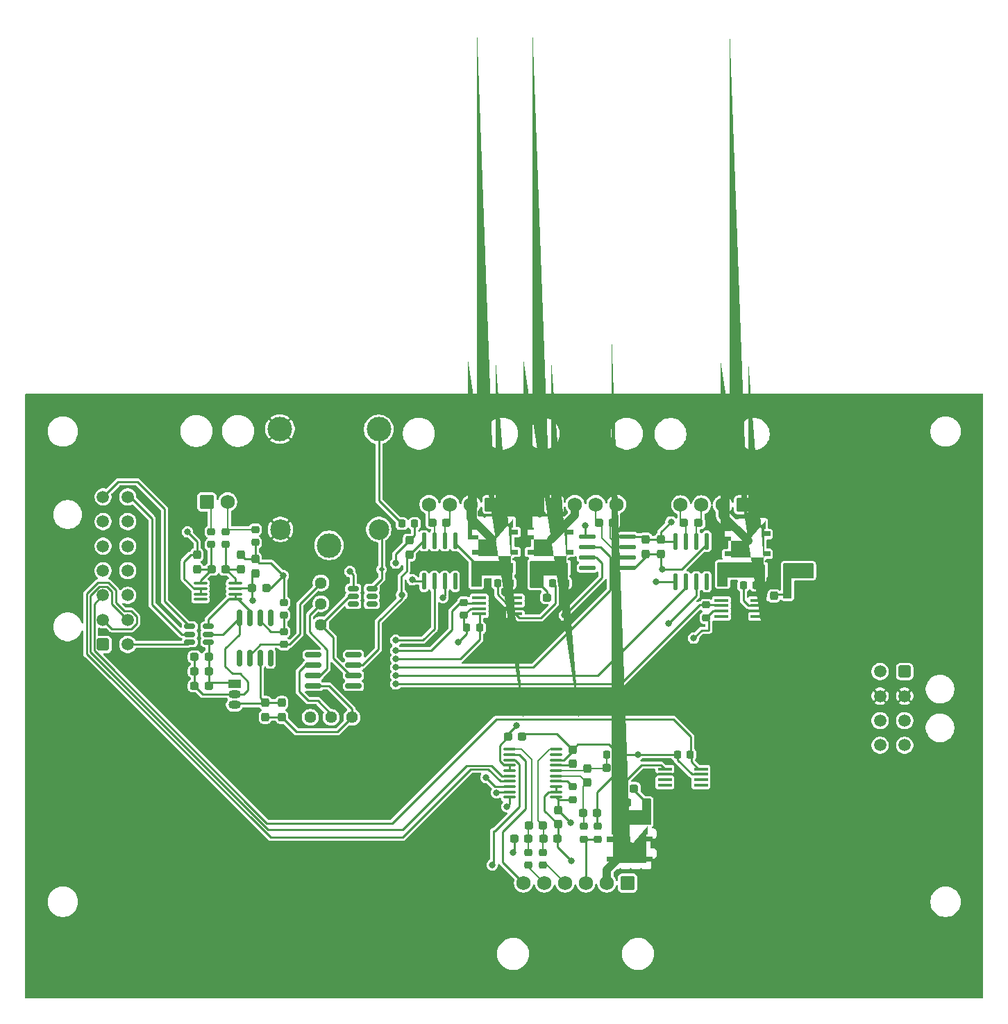
<source format=gtl>
%TF.GenerationSoftware,KiCad,Pcbnew,9.0.1*%
%TF.CreationDate,2025-06-09T14:32:14-07:00*%
%TF.ProjectId,chop-controller-heat-v2,63686f70-2d63-46f6-9e74-726f6c6c6572,rev?*%
%TF.SameCoordinates,Original*%
%TF.FileFunction,Copper,L1,Top*%
%TF.FilePolarity,Positive*%
%FSLAX46Y46*%
G04 Gerber Fmt 4.6, Leading zero omitted, Abs format (unit mm)*
G04 Created by KiCad (PCBNEW 9.0.1) date 2025-06-09 14:32:14*
%MOMM*%
%LPD*%
G01*
G04 APERTURE LIST*
G04 Aperture macros list*
%AMRoundRect*
0 Rectangle with rounded corners*
0 $1 Rounding radius*
0 $2 $3 $4 $5 $6 $7 $8 $9 X,Y pos of 4 corners*
0 Add a 4 corners polygon primitive as box body*
4,1,4,$2,$3,$4,$5,$6,$7,$8,$9,$2,$3,0*
0 Add four circle primitives for the rounded corners*
1,1,$1+$1,$2,$3*
1,1,$1+$1,$4,$5*
1,1,$1+$1,$6,$7*
1,1,$1+$1,$8,$9*
0 Add four rect primitives between the rounded corners*
20,1,$1+$1,$2,$3,$4,$5,0*
20,1,$1+$1,$4,$5,$6,$7,0*
20,1,$1+$1,$6,$7,$8,$9,0*
20,1,$1+$1,$8,$9,$2,$3,0*%
%AMFreePoly0*
4,1,77,2.123536,2.483536,2.125000,2.480000,2.125000,1.460000,2.123536,1.456464,2.120000,1.455000,1.965000,1.455000,1.965000,1.175000,2.710000,1.175000,2.713536,1.173536,2.715000,1.170000,2.715000,0.560000,2.713536,0.556464,2.710000,0.555000,1.965000,0.555000,1.965000,-1.245000,2.710000,-1.245000,2.713536,-1.246464,2.715000,-1.250000,2.715000,-1.860000,2.713536,-1.863536,
2.710000,-1.865000,1.965000,-1.865000,1.965000,-2.040000,1.963536,-2.043536,1.960000,-2.045000,-2.140000,-2.045000,-2.143536,-2.043536,-2.145000,-2.040000,-2.145000,-1.875000,-2.900000,-1.875000,-2.903536,-1.873536,-2.905000,-1.870000,-2.905000,-1.260000,-2.903536,-1.256464,-2.900000,-1.255000,-2.145000,-1.255000,-2.145000,0.545000,-2.900000,0.545000,-2.903536,0.546464,-2.905000,0.550000,
-2.905000,1.160000,-2.903536,1.163536,-2.900000,1.165000,-2.145000,1.165000,-2.145000,1.445000,-2.300000,1.445000,-2.303536,1.446464,-2.305000,1.450000,-2.305000,2.470000,-2.303536,2.473536,-2.300000,2.475000,-1.690000,2.475000,-1.686464,2.473536,-1.685000,2.470000,-1.685000,1.775000,-1.035000,1.775000,-1.035000,2.470000,-1.033536,2.473536,-1.030000,2.475000,-0.420000,2.475000,
-0.416464,2.473536,-0.415000,2.470000,-0.415000,1.775000,0.235000,1.775000,0.235000,2.470000,0.236464,2.473536,0.240000,2.475000,0.850000,2.475000,0.853536,2.473536,0.855000,2.470000,0.855000,1.775000,1.505000,1.775000,1.505000,2.480000,1.506464,2.483536,1.510000,2.485000,2.120000,2.485000,2.123536,2.483536,2.123536,2.483536,$1*%
G04 Aperture macros list end*
%TA.AperFunction,SMDPad,CuDef*%
%ADD10R,1.680000X0.400000*%
%TD*%
%TA.AperFunction,ComponentPad*%
%ADD11C,1.740000*%
%TD*%
%TA.AperFunction,ComponentPad*%
%ADD12RoundRect,0.250560X0.619440X0.619440X-0.619440X0.619440X-0.619440X-0.619440X0.619440X-0.619440X0*%
%TD*%
%TA.AperFunction,ComponentPad*%
%ADD13RoundRect,0.250560X-0.619440X-0.619440X0.619440X-0.619440X0.619440X0.619440X-0.619440X0.619440X0*%
%TD*%
%TA.AperFunction,ComponentPad*%
%ADD14C,1.500000*%
%TD*%
%TA.AperFunction,ComponentPad*%
%ADD15RoundRect,0.250001X0.499999X-0.499999X0.499999X0.499999X-0.499999X0.499999X-0.499999X-0.499999X0*%
%TD*%
%TA.AperFunction,ComponentPad*%
%ADD16RoundRect,0.250001X-0.499999X0.499999X-0.499999X-0.499999X0.499999X-0.499999X0.499999X0.499999X0*%
%TD*%
%TA.AperFunction,SMDPad,CuDef*%
%ADD17RoundRect,0.218750X-0.218750X-0.256250X0.218750X-0.256250X0.218750X0.256250X-0.218750X0.256250X0*%
%TD*%
%TA.AperFunction,SMDPad,CuDef*%
%ADD18RoundRect,0.237500X-0.237500X0.287500X-0.237500X-0.287500X0.237500X-0.287500X0.237500X0.287500X0*%
%TD*%
%TA.AperFunction,SMDPad,CuDef*%
%ADD19RoundRect,0.218750X0.218750X0.256250X-0.218750X0.256250X-0.218750X-0.256250X0.218750X-0.256250X0*%
%TD*%
%TA.AperFunction,SMDPad,CuDef*%
%ADD20RoundRect,0.218750X0.256250X-0.218750X0.256250X0.218750X-0.256250X0.218750X-0.256250X-0.218750X0*%
%TD*%
%TA.AperFunction,SMDPad,CuDef*%
%ADD21RoundRect,0.237500X-0.287500X-0.237500X0.287500X-0.237500X0.287500X0.237500X-0.287500X0.237500X0*%
%TD*%
%TA.AperFunction,SMDPad,CuDef*%
%ADD22RoundRect,0.150000X-0.825000X-0.150000X0.825000X-0.150000X0.825000X0.150000X-0.825000X0.150000X0*%
%TD*%
%TA.AperFunction,ComponentPad*%
%ADD23R,1.500000X1.050000*%
%TD*%
%TA.AperFunction,ComponentPad*%
%ADD24O,1.500000X1.050000*%
%TD*%
%TA.AperFunction,SMDPad,CuDef*%
%ADD25RoundRect,0.132500X-0.132500X0.857500X-0.132500X-0.857500X0.132500X-0.857500X0.132500X0.857500X0*%
%TD*%
%TA.AperFunction,SMDPad,CuDef*%
%ADD26RoundRect,0.218750X-0.256250X0.218750X-0.256250X-0.218750X0.256250X-0.218750X0.256250X0.218750X0*%
%TD*%
%TA.AperFunction,SMDPad,CuDef*%
%ADD27RoundRect,0.112500X-0.187500X-0.112500X0.187500X-0.112500X0.187500X0.112500X-0.187500X0.112500X0*%
%TD*%
%TA.AperFunction,SMDPad,CuDef*%
%ADD28RoundRect,0.237500X0.287500X0.237500X-0.287500X0.237500X-0.287500X-0.237500X0.287500X-0.237500X0*%
%TD*%
%TA.AperFunction,SMDPad,CuDef*%
%ADD29R,0.610000X1.270000*%
%TD*%
%TA.AperFunction,SMDPad,CuDef*%
%ADD30FreePoly0,0.000000*%
%TD*%
%TA.AperFunction,SMDPad,CuDef*%
%ADD31RoundRect,0.132500X0.857500X0.132500X-0.857500X0.132500X-0.857500X-0.132500X0.857500X-0.132500X0*%
%TD*%
%TA.AperFunction,SMDPad,CuDef*%
%ADD32RoundRect,0.237500X0.237500X-0.287500X0.237500X0.287500X-0.237500X0.287500X-0.237500X-0.287500X0*%
%TD*%
%TA.AperFunction,SMDPad,CuDef*%
%ADD33RoundRect,0.150000X-0.512500X-0.150000X0.512500X-0.150000X0.512500X0.150000X-0.512500X0.150000X0*%
%TD*%
%TA.AperFunction,ComponentPad*%
%ADD34C,1.440000*%
%TD*%
%TA.AperFunction,SMDPad,CuDef*%
%ADD35RoundRect,0.100000X0.637500X0.100000X-0.637500X0.100000X-0.637500X-0.100000X0.637500X-0.100000X0*%
%TD*%
%TA.AperFunction,SMDPad,CuDef*%
%ADD36RoundRect,0.150000X-0.150000X0.825000X-0.150000X-0.825000X0.150000X-0.825000X0.150000X0.825000X0*%
%TD*%
%TA.AperFunction,SMDPad,CuDef*%
%ADD37RoundRect,0.100000X-0.712500X-0.100000X0.712500X-0.100000X0.712500X0.100000X-0.712500X0.100000X0*%
%TD*%
%TA.AperFunction,ComponentPad*%
%ADD38C,3.000000*%
%TD*%
%TA.AperFunction,ComponentPad*%
%ADD39C,2.500000*%
%TD*%
%TA.AperFunction,SMDPad,CuDef*%
%ADD40RoundRect,0.150000X0.512500X0.150000X-0.512500X0.150000X-0.512500X-0.150000X0.512500X-0.150000X0*%
%TD*%
%TA.AperFunction,SMDPad,CuDef*%
%ADD41FreePoly0,180.000000*%
%TD*%
%TA.AperFunction,ViaPad*%
%ADD42C,0.800000*%
%TD*%
%TA.AperFunction,Conductor*%
%ADD43C,0.250000*%
%TD*%
%TA.AperFunction,Conductor*%
%ADD44C,0.200000*%
%TD*%
%TA.AperFunction,Conductor*%
%ADD45C,1.000000*%
%TD*%
G04 APERTURE END LIST*
D10*
%TO.P,U4,1,NC*%
%TO.N,N/C*%
X167951400Y-97155000D03*
%TO.P,U4,2,IN_A*%
%TO.N,unconnected-(U4-IN_A-Pad2)*%
X167951400Y-96505000D03*
%TO.P,U4,3,GND*%
%TO.N,GNDREF*%
X167951400Y-95855000D03*
%TO.P,U4,4,IN_B*%
%TO.N,/uPC_PWM_IN*%
X167951400Y-95205000D03*
%TO.P,U4,5,OUT_B*%
%TO.N,Net-(U4-OUT_B)*%
X163551400Y-95205000D03*
%TO.P,U4,6,Vdd*%
%TO.N,+12V*%
X163551400Y-95855000D03*
%TO.P,U4,7,OUT_A*%
%TO.N,unconnected-(U4-OUT_A-Pad7)*%
X163551400Y-96505000D03*
%TO.P,U4,8,NC*%
%TO.N,unconnected-(U4-NC-Pad8)*%
X163551400Y-97155000D03*
%TD*%
D11*
%TO.P,J1,4,Pin_4*%
%TO.N,/TC1+*%
X134797638Y-62933323D03*
%TO.P,J1,3,Pin_3*%
%TO.N,/TC1-*%
X137337638Y-62933323D03*
%TO.P,J1,2,Pin_2*%
%TO.N,/MOSFET_HL1*%
X139907638Y-62933323D03*
D12*
%TO.P,J1,1,Pin_1*%
%TO.N,/SAFETY_12V*%
X142447638Y-62933323D03*
%TD*%
D11*
%TO.P,J2,4,Pin_4*%
%TO.N,/TC2+*%
X157683638Y-62933323D03*
%TO.P,J2,3,Pin_3*%
%TO.N,/TC2-*%
X155143638Y-62933323D03*
%TO.P,J2,2,Pin_2*%
%TO.N,/MOSFET_HL2*%
X152573638Y-62933323D03*
D13*
%TO.P,J2,1,Pin_1*%
%TO.N,/SAFETY_12V*%
X150033638Y-62933323D03*
%TD*%
D11*
%TO.P,J3,4,Pin_4*%
%TO.N,/TC3+*%
X165480888Y-62984073D03*
%TO.P,J3,3,Pin_3*%
%TO.N,/TC3-*%
X168020888Y-62984073D03*
%TO.P,J3,2,Pin_2*%
%TO.N,/MOSFET_HL3*%
X170590888Y-62984073D03*
D12*
%TO.P,J3,1,Pin_1*%
%TO.N,+24V*%
X173130888Y-62984073D03*
%TD*%
D11*
%TO.P,J9,6,Pin_6*%
%TO.N,/uPC_RTD++*%
X146320400Y-109099000D03*
%TO.P,J9,5,Pin_5*%
%TO.N,/uPC_RTD+*%
X148860400Y-109099000D03*
%TO.P,J9,4,Pin_4*%
%TO.N,/uPC_RTD-*%
X151370400Y-109099000D03*
%TO.P,J9,3,Pin_3*%
%TO.N,/uPC_RTD--*%
X153910400Y-109099000D03*
%TO.P,J9,2,Pin_2*%
%TO.N,/MOSFET_uPC*%
X156480400Y-109099000D03*
D12*
%TO.P,J9,1,Pin_1*%
%TO.N,+24V*%
X159020400Y-109099000D03*
%TD*%
D14*
%TO.P,J11,14,Pin_14*%
%TO.N,/MISO_1*%
X98046800Y-62012800D03*
%TO.P,J11,13,Pin_13*%
%TO.N,/MOSI_1*%
X98046800Y-65012800D03*
%TO.P,J11,12,Pin_12*%
%TO.N,/HL1_PWM_IN*%
X98046800Y-68012800D03*
%TO.P,J11,11,Pin_11*%
%TO.N,/HL2_CS*%
X98046800Y-71012800D03*
%TO.P,J11,10,Pin_10*%
%TO.N,/HL3_PWM_IN*%
X98046800Y-74012800D03*
%TO.P,J11,9,Pin_9*%
%TO.N,/uPC_RTD_CS*%
X98046800Y-77012800D03*
%TO.P,J11,8,Pin_8*%
%TO.N,/SAFETY_CS*%
X98046800Y-80012800D03*
%TO.P,J11,7,Pin_7*%
%TO.N,/SCK_1*%
X95046800Y-62012800D03*
%TO.P,J11,6,Pin_6*%
%TO.N,/HL1_CS*%
X95046800Y-65012800D03*
%TO.P,J11,5,Pin_5*%
%TO.N,/HL2_PWM_IN*%
X95046800Y-68012800D03*
%TO.P,J11,4,Pin_4*%
%TO.N,/HL3_CS*%
X95046800Y-71012800D03*
%TO.P,J11,3,Pin_3*%
%TO.N,/uPC_PWM_IN*%
X95046800Y-74012800D03*
%TO.P,J11,2,Pin_2*%
%TO.N,/uPC_RTD_DRDY*%
X95046800Y-77012800D03*
D15*
%TO.P,J11,1,Pin_1*%
%TO.N,unconnected-(J11-Pin_1-Pad1)*%
X95046800Y-80012800D03*
%TD*%
D14*
%TO.P,J12,8,Pin_8*%
%TO.N,GNDREF*%
X189804000Y-92300000D03*
%TO.P,J12,7,Pin_7*%
%TO.N,+3.3V*%
X189804000Y-89300000D03*
%TO.P,J12,6,Pin_6*%
%TO.N,+12V*%
X189804000Y-86300000D03*
%TO.P,J12,5,Pin_5*%
%TO.N,+24V*%
X189804000Y-83300000D03*
%TO.P,J12,4,Pin_4*%
%TO.N,GNDREF*%
X192804000Y-92300000D03*
%TO.P,J12,3,Pin_3*%
%TO.N,+3.3V*%
X192804000Y-89300000D03*
%TO.P,J12,2,Pin_2*%
%TO.N,+12V*%
X192804000Y-86300000D03*
D16*
%TO.P,J12,1,Pin_1*%
%TO.N,+24V*%
X192804000Y-83300000D03*
%TD*%
D11*
%TO.P,J13,2,Pin_2*%
%TO.N,/Safet Cutoff/TC_SAFETY+*%
X110235638Y-62609323D03*
D13*
%TO.P,J13,1,Pin_1*%
%TO.N,/Safet Cutoff/TC_SAFETY-*%
X107695638Y-62609323D03*
%TD*%
D10*
%TO.P,U2,8,NC*%
%TO.N,unconnected-(U2-NC-Pad8)*%
X174856638Y-74628073D03*
%TO.P,U2,7,OUT_A*%
%TO.N,Net-(U2-OUT_A)*%
X174856638Y-75278073D03*
%TO.P,U2,6,Vdd*%
%TO.N,+12V*%
X174856638Y-75928073D03*
%TO.P,U2,5,OUT_B*%
%TO.N,unconnected-(U2-OUT_B-Pad5)*%
X174856638Y-76578073D03*
%TO.P,U2,4,IN_B*%
%TO.N,unconnected-(U2-IN_B-Pad4)*%
X170456638Y-76578073D03*
%TO.P,U2,3,GND*%
%TO.N,GNDREF*%
X170456638Y-75928073D03*
%TO.P,U2,2,IN_A*%
%TO.N,/HL3_PWM_IN*%
X170456638Y-75278073D03*
%TO.P,U2,1,NC*%
%TO.N,unconnected-(U2-NC-Pad1)*%
X170456638Y-74628073D03*
%TD*%
D17*
%TO.P,R17,1*%
%TO.N,Net-(U2-OUT_A)*%
X173139138Y-72809073D03*
%TO.P,R17,2*%
%TO.N,Net-(Q2-G)*%
X174714138Y-72809073D03*
%TD*%
D18*
%TO.P,C36,1*%
%TO.N,+3.3V*%
X150511400Y-100177000D03*
%TO.P,C36,2*%
%TO.N,GNDREF*%
X150511400Y-101927000D03*
%TD*%
D19*
%TO.P,R11,1*%
%TO.N,Net-(Q6-G)*%
X151473138Y-72504323D03*
%TO.P,R11,2*%
%TO.N,Net-(U1-OUT_B)*%
X149898138Y-72504323D03*
%TD*%
D17*
%TO.P,R21,1*%
%TO.N,Net-(K1-Pad3)*%
X131483138Y-65265323D03*
%TO.P,R21,2*%
%TO.N,GNDREF*%
X133058138Y-65265323D03*
%TD*%
D20*
%TO.P,R53,1*%
%TO.N,Net-(U17--)*%
X117103638Y-76449823D03*
%TO.P,R53,2*%
%TO.N,GNDREF*%
X117103638Y-74874823D03*
%TD*%
D18*
%TO.P,C35,1*%
%TO.N,GNDREF*%
X152289400Y-92811000D03*
%TO.P,C35,2*%
%TO.N,Net-(U14-VREFOUT)*%
X152289400Y-94561000D03*
%TD*%
D21*
%TO.P,C1,1*%
%TO.N,+12V*%
X147410200Y-74269600D03*
%TO.P,C1,2*%
%TO.N,GNDREF*%
X149160200Y-74269600D03*
%TD*%
D20*
%TO.P,R49,1*%
%TO.N,GNDREF*%
X113601638Y-67576823D03*
%TO.P,R49,2*%
%TO.N,/Safet Cutoff/TC_SAFETY+*%
X113601638Y-66001823D03*
%TD*%
D22*
%TO.P,U19,1,NC*%
%TO.N,unconnected-(U19-NC-Pad1)*%
X120651638Y-81267323D03*
%TO.P,U19,2,-*%
%TO.N,/Safet Cutoff/V_CUTOFF*%
X120651638Y-82537323D03*
%TO.P,U19,3,+*%
%TO.N,Net-(U19-+)*%
X120651638Y-83807323D03*
%TO.P,U19,4,V-*%
%TO.N,GNDREF*%
X120651638Y-85077323D03*
%TO.P,U19,5,NC*%
%TO.N,unconnected-(U19-NC-Pad5)*%
X125601638Y-85077323D03*
%TO.P,U19,6*%
%TO.N,Net-(U23-G1)*%
X125601638Y-83807323D03*
%TO.P,U19,7,V+*%
%TO.N,+3.3V*%
X125601638Y-82537323D03*
%TO.P,U19,8,NC*%
%TO.N,unconnected-(U19-NC-Pad8)*%
X125601638Y-81267323D03*
%TD*%
D23*
%TO.P,U18,1,VO*%
%TO.N,Net-(U18-VO)*%
X111082638Y-84823323D03*
D24*
%TO.P,U18,2,GND*%
%TO.N,GNDREF*%
X111082638Y-86093323D03*
%TO.P,U18,3,VI*%
%TO.N,+3.3V*%
X111082638Y-87363323D03*
%TD*%
D21*
%TO.P,C14,1*%
%TO.N,/TC2-*%
X155525638Y-65138323D03*
%TO.P,C14,2*%
%TO.N,/TC2+*%
X157275638Y-65138323D03*
%TD*%
D25*
%TO.P,U7,1,GND*%
%TO.N,GNDREF*%
X168668888Y-67423073D03*
%TO.P,U7,2,T-*%
%TO.N,/TC3-*%
X167398888Y-67423073D03*
%TO.P,U7,3,T+*%
%TO.N,/TC3+*%
X166128888Y-67423073D03*
%TO.P,U7,4,VCC*%
%TO.N,+3.3V*%
X164858888Y-67423073D03*
%TO.P,U7,5,SCK*%
%TO.N,/SCK_1*%
X164858888Y-72353073D03*
%TO.P,U7,6,N_CS*%
%TO.N,/HL3_CS*%
X166128888Y-72353073D03*
%TO.P,U7,7,MISO*%
%TO.N,/MISO_1*%
X167398888Y-72353073D03*
%TO.P,U7,8,DNC*%
%TO.N,unconnected-(U7-DNC-Pad8)*%
X168668888Y-72353073D03*
%TD*%
D26*
%TO.P,R1,1*%
%TO.N,/HL1_PWM_IN*%
X139042638Y-74891823D03*
%TO.P,R1,2*%
%TO.N,GNDREF*%
X139042638Y-76466823D03*
%TD*%
D27*
%TO.P,D1,1,K*%
%TO.N,+12V*%
X126902638Y-70853323D03*
%TO.P,D1,2,A*%
%TO.N,Net-(D1-A)*%
X129002638Y-70853323D03*
%TD*%
D28*
%TO.P,C31,1*%
%TO.N,GNDREF*%
X155323400Y-100544000D03*
%TO.P,C31,2*%
%TO.N,/RTD Readout/uPC_Ref_P*%
X153573400Y-100544000D03*
%TD*%
D18*
%TO.P,C11,1*%
%TO.N,+3.3V*%
X163080888Y-67235073D03*
%TO.P,C11,2*%
%TO.N,GNDREF*%
X163080888Y-68985073D03*
%TD*%
D29*
%TO.P,Q2,1,S*%
%TO.N,GNDREF*%
X171716888Y-70904073D03*
X172986888Y-70904073D03*
X174256888Y-70904073D03*
%TO.P,Q2,2,G*%
%TO.N,Net-(Q2-G)*%
X175526888Y-70904073D03*
D30*
%TO.P,Q2,3,D*%
%TO.N,/MOSFET_HL3*%
X173711888Y-67404073D03*
%TD*%
D31*
%TO.P,U10,1,GND*%
%TO.N,GNDREF*%
X159030600Y-70676323D03*
%TO.P,U10,2,T-*%
%TO.N,/TC2-*%
X159030600Y-69406323D03*
%TO.P,U10,3,T+*%
%TO.N,/TC2+*%
X159030600Y-68136323D03*
%TO.P,U10,4,VCC*%
%TO.N,+3.3V*%
X159030600Y-66866323D03*
%TO.P,U10,5,SCK*%
%TO.N,/SCK_1*%
X154100600Y-66866323D03*
%TO.P,U10,6,N_CS*%
%TO.N,/HL2_CS*%
X154100600Y-68136323D03*
%TO.P,U10,7,MISO*%
%TO.N,/MISO_1*%
X154100600Y-69406323D03*
%TO.P,U10,8,DNC*%
%TO.N,unconnected-(U10-DNC-Pad8)*%
X154100600Y-70676323D03*
%TD*%
D18*
%TO.P,C54,1*%
%TO.N,+3.3V*%
X116849638Y-87106323D03*
%TO.P,C54,2*%
%TO.N,GNDREF*%
X116849638Y-88856323D03*
%TD*%
D26*
%TO.P,R2,1*%
%TO.N,/HL3_PWM_IN*%
X168592638Y-75196573D03*
%TO.P,R2,2*%
%TO.N,GNDREF*%
X168592638Y-76771573D03*
%TD*%
D32*
%TO.P,C49,1*%
%TO.N,Net-(U16-+IN)*%
X111823638Y-70839323D03*
%TO.P,C49,2*%
%TO.N,GNDREF*%
X111823638Y-69089323D03*
%TD*%
D10*
%TO.P,U1,1,NC*%
%TO.N,unconnected-(U1-NC-Pad1)*%
X140906638Y-74323323D03*
%TO.P,U1,2,IN_A*%
%TO.N,/HL1_PWM_IN*%
X140906638Y-74973323D03*
%TO.P,U1,3,GND*%
%TO.N,GNDREF*%
X140906638Y-75623323D03*
%TO.P,U1,4,IN_B*%
%TO.N,/HL2_PWM_IN*%
X140906638Y-76273323D03*
%TO.P,U1,5,OUT_B*%
%TO.N,Net-(U1-OUT_B)*%
X145306638Y-76273323D03*
%TO.P,U1,6,Vdd*%
%TO.N,+12V*%
X145306638Y-75623323D03*
%TO.P,U1,7,OUT_A*%
%TO.N,Net-(U1-OUT_A)*%
X145306638Y-74973323D03*
%TO.P,U1,8,NC*%
%TO.N,unconnected-(U1-NC-Pad8)*%
X145306638Y-74323323D03*
%TD*%
D33*
%TO.P,U23,1,S1*%
%TO.N,GNDREF*%
X125545138Y-73205323D03*
%TO.P,U23,2,G1*%
%TO.N,Net-(U23-G1)*%
X125545138Y-74155323D03*
%TO.P,U23,3,D2*%
%TO.N,unconnected-(U23-D2-Pad3)*%
X125545138Y-75105323D03*
%TO.P,U23,4,S2*%
%TO.N,unconnected-(U23-S2-Pad4)*%
X127820138Y-75105323D03*
%TO.P,U23,5,G2*%
%TO.N,unconnected-(U23-G2-Pad5)*%
X127820138Y-74155323D03*
%TO.P,U23,6,D1*%
%TO.N,Net-(D1-A)*%
X127820138Y-73205323D03*
%TD*%
D20*
%TO.P,R52,1*%
%TO.N,Net-(R52-Pad1)*%
X117103638Y-80005823D03*
%TO.P,R52,2*%
%TO.N,Net-(U17--)*%
X117103638Y-78430823D03*
%TD*%
D28*
%TO.P,C6,1*%
%TO.N,/TC1-*%
X136955638Y-65138323D03*
%TO.P,C6,2*%
%TO.N,/TC1+*%
X135205638Y-65138323D03*
%TD*%
D29*
%TO.P,Q6,1,S*%
%TO.N,GNDREF*%
X147674638Y-70670323D03*
X148944638Y-70670323D03*
X150214638Y-70670323D03*
%TO.P,Q6,2,G*%
%TO.N,Net-(Q6-G)*%
X151484638Y-70670323D03*
D30*
%TO.P,Q6,3,D*%
%TO.N,/MOSFET_HL2*%
X149669638Y-67170323D03*
%TD*%
D21*
%TO.P,C34,1*%
%TO.N,GNDREF*%
X145177400Y-103719000D03*
%TO.P,C34,2*%
%TO.N,/RTD Readout/uPC_RTD_P*%
X146927400Y-103719000D03*
%TD*%
D20*
%TO.P,R50,1*%
%TO.N,Net-(U16-+IN)*%
X109991638Y-67813823D03*
%TO.P,R50,2*%
%TO.N,/Safet Cutoff/TC_SAFETY+*%
X109991638Y-66238823D03*
%TD*%
D34*
%TO.P,RV1,1,1*%
%TO.N,Net-(U23-G1)*%
X121602638Y-77594323D03*
%TO.P,RV1,2,2*%
%TO.N,Net-(U19-+)*%
X121602638Y-75054323D03*
%TO.P,RV1,3,3*%
%TO.N,Net-(R52-Pad1)*%
X121602638Y-72514323D03*
%TD*%
D29*
%TO.P,Q1,1,S*%
%TO.N,GNDREF*%
X140943638Y-70670323D03*
X142213638Y-70670323D03*
X143483638Y-70670323D03*
%TO.P,Q1,2,G*%
%TO.N,Net-(Q1-G)*%
X144753638Y-70670323D03*
D30*
%TO.P,Q1,3,D*%
%TO.N,/MOSFET_HL1*%
X142938638Y-67170323D03*
%TD*%
D26*
%TO.P,R38,1*%
%TO.N,/RTD Readout/uPC_RTD_P*%
X146941400Y-105344500D03*
%TO.P,R38,2*%
%TO.N,/uPC_RTD+*%
X146941400Y-106919500D03*
%TD*%
D18*
%TO.P,C55,1*%
%TO.N,+3.3V*%
X114817638Y-87106323D03*
%TO.P,C55,2*%
%TO.N,GNDREF*%
X114817638Y-88856323D03*
%TD*%
D35*
%TO.P,U14,1,DVDD*%
%TO.N,+3.3V*%
X150325900Y-98643000D03*
%TO.P,U14,2,DGND*%
%TO.N,GNDREF*%
X150325900Y-97993000D03*
%TO.P,U14,3,CLK*%
X150325900Y-97343000D03*
%TO.P,U14,4,N_Reset*%
%TO.N,Net-(U14-N_Reset)*%
X150325900Y-96693000D03*
%TO.P,U14,5,REFP0*%
%TO.N,/RTD Readout/uPC_Ref_P*%
X150325900Y-96043000D03*
%TO.P,U14,6,REFN0*%
%TO.N,/RTD Readout/uPC_Ref_N*%
X150325900Y-95393000D03*
%TO.P,U14,7,VREFOUT*%
%TO.N,Net-(U14-VREFOUT)*%
X150325900Y-94743000D03*
%TO.P,U14,8,VREFCOM*%
%TO.N,GNDREF*%
X150325900Y-94093000D03*
%TO.P,U14,9,AIN0*%
%TO.N,unconnected-(U14-AIN0-Pad9)*%
X150325900Y-93443000D03*
%TO.P,U14,10,AIN1*%
%TO.N,/RTD Readout/uPC_RTD_N*%
X150325900Y-92793000D03*
%TO.P,U14,11,AIN2*%
%TO.N,/RTD Readout/uPC_RTD_P*%
X144600900Y-92793000D03*
%TO.P,U14,12,AIN3*%
%TO.N,/uPC_RTD++*%
X144600900Y-93443000D03*
%TO.P,U14,13,AVSS*%
%TO.N,GNDREF*%
X144600900Y-94093000D03*
%TO.P,U14,14,AVDD*%
%TO.N,+3.3V*%
X144600900Y-94743000D03*
%TO.P,U14,15,Start*%
X144600900Y-95393000D03*
%TO.P,U14,16,N_CS*%
%TO.N,/uPC_RTD_CS*%
X144600900Y-96043000D03*
%TO.P,U14,17,N_DRDY*%
%TO.N,/uPC_RTD_DRDY*%
X144600900Y-96693000D03*
%TO.P,U14,18,Dout*%
%TO.N,/MISO_1*%
X144600900Y-97343000D03*
%TO.P,U14,19,DIN*%
%TO.N,/MOSI_1*%
X144600900Y-97993000D03*
%TO.P,U14,20,SCLK*%
%TO.N,/SCK_1*%
X144600900Y-98643000D03*
%TD*%
D36*
%TO.P,U17,1,NC*%
%TO.N,unconnected-(U17-NC-Pad1)*%
X115452638Y-76743323D03*
%TO.P,U17,2,-*%
%TO.N,Net-(U17--)*%
X114182638Y-76743323D03*
%TO.P,U17,3,+*%
%TO.N,Net-(U16-SENSE)*%
X112912638Y-76743323D03*
%TO.P,U17,4,V-*%
%TO.N,GNDREF*%
X111642638Y-76743323D03*
%TO.P,U17,5,NC*%
%TO.N,unconnected-(U17-NC-Pad5)*%
X111642638Y-81693323D03*
%TO.P,U17,6*%
%TO.N,Net-(R52-Pad1)*%
X112912638Y-81693323D03*
%TO.P,U17,7,V+*%
%TO.N,+3.3V*%
X114182638Y-81693323D03*
%TO.P,U17,8,NC*%
%TO.N,unconnected-(U17-NC-Pad8)*%
X115452638Y-81693323D03*
%TD*%
D32*
%TO.P,C10,1*%
%TO.N,+3.3V*%
X132397638Y-69061323D03*
%TO.P,C10,2*%
%TO.N,GNDREF*%
X132397638Y-67311323D03*
%TD*%
D21*
%TO.P,C37,1*%
%TO.N,+3.3V*%
X144429400Y-91273000D03*
%TO.P,C37,2*%
%TO.N,GNDREF*%
X146179400Y-91273000D03*
%TD*%
D32*
%TO.P,C2,1*%
%TO.N,+12V*%
X176847638Y-75843073D03*
%TO.P,C2,2*%
%TO.N,GNDREF*%
X176847638Y-74093073D03*
%TD*%
D17*
%TO.P,R36,1*%
%TO.N,/RTD Readout/uPC_Ref_N*%
X156454900Y-93432000D03*
%TO.P,R36,2*%
%TO.N,GNDREF*%
X158029900Y-93432000D03*
%TD*%
D37*
%TO.P,U16,1,-IN*%
%TO.N,Net-(U16--IN)*%
X106917138Y-72545323D03*
%TO.P,U16,2,REF*%
%TO.N,GNDREF*%
X106917138Y-73195323D03*
%TO.P,U16,3,-Vs*%
X106917138Y-73845323D03*
%TO.P,U16,4,NC*%
%TO.N,unconnected-(U16-NC-Pad4)*%
X106917138Y-74495323D03*
%TO.P,U16,5,SENSE*%
%TO.N,Net-(U16-SENSE)*%
X111142138Y-74495323D03*
%TO.P,U16,6*%
X111142138Y-73845323D03*
%TO.P,U16,7,+Vs*%
%TO.N,+3.3V*%
X111142138Y-73195323D03*
%TO.P,U16,8,+IN*%
%TO.N,Net-(U16-+IN)*%
X111142138Y-72545323D03*
%TD*%
D25*
%TO.P,U6,1,GND*%
%TO.N,GNDREF*%
X137985638Y-67372323D03*
%TO.P,U6,2,T-*%
%TO.N,/TC1-*%
X136715638Y-67372323D03*
%TO.P,U6,3,T+*%
%TO.N,/TC1+*%
X135445638Y-67372323D03*
%TO.P,U6,4,VCC*%
%TO.N,+3.3V*%
X134175638Y-67372323D03*
%TO.P,U6,5,SCK*%
%TO.N,/SCK_1*%
X134175638Y-72302323D03*
%TO.P,U6,6,N_CS*%
%TO.N,/HL1_CS*%
X135445638Y-72302323D03*
%TO.P,U6,7,MISO*%
%TO.N,/MISO_1*%
X136715638Y-72302323D03*
%TO.P,U6,8,DNC*%
%TO.N,unconnected-(U6-DNC-Pad8)*%
X137985638Y-72302323D03*
%TD*%
D34*
%TO.P,RV2,1,1*%
%TO.N,+3.3V*%
X120322638Y-88887323D03*
%TO.P,RV2,2,2*%
%TO.N,/Safet Cutoff/V_CUTOFF*%
X122862638Y-88887323D03*
%TO.P,RV2,3,3*%
%TO.N,GNDREF*%
X125402638Y-88887323D03*
%TD*%
D18*
%TO.P,C17,1*%
%TO.N,+3.3V*%
X161226638Y-67184323D03*
%TO.P,C17,2*%
%TO.N,GNDREF*%
X161226638Y-68934323D03*
%TD*%
%TO.P,C48,1*%
%TO.N,GNDREF*%
X106489638Y-69089323D03*
%TO.P,C48,2*%
%TO.N,Net-(U16--IN)*%
X106489638Y-70839323D03*
%TD*%
D20*
%TO.P,R_REF2,1*%
%TO.N,/uPC_RTD--*%
X155337400Y-103744500D03*
%TO.P,R_REF2,2*%
%TO.N,GNDREF*%
X155337400Y-102169500D03*
%TD*%
D38*
%TO.P,K1,1*%
%TO.N,/SAFETY_12V*%
X122618638Y-67923323D03*
D39*
%TO.P,K1,2*%
%TO.N,Net-(D1-A)*%
X128668638Y-65973323D03*
D38*
%TO.P,K1,3*%
%TO.N,Net-(K1-Pad3)*%
X128668638Y-53773323D03*
%TO.P,K1,4*%
%TO.N,+12V*%
X116618638Y-53723323D03*
D39*
%TO.P,K1,5*%
X116668638Y-65973323D03*
%TD*%
D18*
%TO.P,C52,1*%
%TO.N,GNDREF*%
X113601638Y-69597323D03*
%TO.P,C52,2*%
%TO.N,+3.3V*%
X113601638Y-71347323D03*
%TD*%
D32*
%TO.P,C29,1*%
%TO.N,/RTD Readout/uPC_Ref_P*%
X154067400Y-96847000D03*
%TO.P,C29,2*%
%TO.N,/RTD Readout/uPC_Ref_N*%
X154067400Y-95097000D03*
%TD*%
D21*
%TO.P,C56,1*%
%TO.N,GNDREF*%
X106195638Y-85060323D03*
%TO.P,C56,2*%
%TO.N,Net-(U18-VO)*%
X107945638Y-85060323D03*
%TD*%
D28*
%TO.P,C33,1*%
%TO.N,GNDREF*%
X150483400Y-103719000D03*
%TO.P,C33,2*%
%TO.N,/RTD Readout/uPC_RTD_N*%
X148733400Y-103719000D03*
%TD*%
D40*
%TO.P,U20,1,VA*%
%TO.N,Net-(U18-VO)*%
X107886638Y-79721323D03*
%TO.P,U20,2,GND*%
%TO.N,GNDREF*%
X107886638Y-78771323D03*
%TO.P,U20,3,Vin*%
%TO.N,Net-(U16-SENSE)*%
X107886638Y-77821323D03*
%TO.P,U20,4,SCLK*%
%TO.N,/SCK_1*%
X105611638Y-77821323D03*
%TO.P,U20,5,SDATA*%
%TO.N,/MISO_1*%
X105611638Y-78771323D03*
%TO.P,U20,6,CS*%
%TO.N,/SAFETY_CS*%
X105611638Y-79721323D03*
%TD*%
D28*
%TO.P,C7,1*%
%TO.N,/TC3-*%
X167638888Y-65189073D03*
%TO.P,C7,2*%
%TO.N,/TC3+*%
X165888888Y-65189073D03*
%TD*%
%TO.P,C51,1*%
%TO.N,GNDREF*%
X114984638Y-73139323D03*
%TO.P,C51,2*%
%TO.N,+3.3V*%
X113234638Y-73139323D03*
%TD*%
%TO.P,C30,1*%
%TO.N,/RTD Readout/uPC_RTD_N*%
X148705400Y-102068000D03*
%TO.P,C30,2*%
%TO.N,/RTD Readout/uPC_RTD_P*%
X146955400Y-102068000D03*
%TD*%
D26*
%TO.P,R37,1*%
%TO.N,/RTD Readout/uPC_RTD_N*%
X148719400Y-105344500D03*
%TO.P,R37,2*%
%TO.N,/uPC_RTD-*%
X148719400Y-106919500D03*
%TD*%
D21*
%TO.P,C58,1*%
%TO.N,GNDREF*%
X106195638Y-81504323D03*
%TO.P,C58,2*%
%TO.N,Net-(U18-VO)*%
X107945638Y-81504323D03*
%TD*%
%TO.P,C47,1*%
%TO.N,Net-(U16--IN)*%
X108281638Y-70853323D03*
%TO.P,C47,2*%
%TO.N,Net-(U16-+IN)*%
X110031638Y-70853323D03*
%TD*%
D19*
%TO.P,R6,1*%
%TO.N,/HL2_PWM_IN*%
X140973138Y-77965323D03*
%TO.P,R6,2*%
%TO.N,GNDREF*%
X139398138Y-77965323D03*
%TD*%
D21*
%TO.P,C32,1*%
%TO.N,/RTD Readout/uPC_Ref_N*%
X156508400Y-95083000D03*
%TO.P,C32,2*%
%TO.N,GNDREF*%
X158258400Y-95083000D03*
%TD*%
%TO.P,C57,1*%
%TO.N,GNDREF*%
X106195638Y-83282323D03*
%TO.P,C57,2*%
%TO.N,Net-(U18-VO)*%
X107945638Y-83282323D03*
%TD*%
D20*
%TO.P,R39,1*%
%TO.N,+3.3V*%
X152289400Y-98918500D03*
%TO.P,R39,2*%
%TO.N,Net-(U14-N_Reset)*%
X152289400Y-97343500D03*
%TD*%
D26*
%TO.P,R35,1*%
%TO.N,/RTD Readout/uPC_Ref_P*%
X153686400Y-102169500D03*
%TO.P,R35,2*%
%TO.N,/uPC_RTD--*%
X153686400Y-103744500D03*
%TD*%
%TO.P,R51,1*%
%TO.N,/Safet Cutoff/TC_SAFETY-*%
X108213638Y-66255823D03*
%TO.P,R51,2*%
%TO.N,Net-(U16--IN)*%
X108213638Y-67830823D03*
%TD*%
D17*
%TO.P,R16,1*%
%TO.N,Net-(U1-OUT_A)*%
X143167138Y-72504323D03*
%TO.P,R16,2*%
%TO.N,Net-(Q1-G)*%
X144742138Y-72504323D03*
%TD*%
D19*
%TO.P,R9,1*%
%TO.N,/uPC_PWM_IN*%
X166665900Y-93432000D03*
%TO.P,R9,2*%
%TO.N,GNDREF*%
X165090900Y-93432000D03*
%TD*%
D28*
%TO.P,C4,1*%
%TO.N,+12V*%
X161533562Y-97559477D03*
%TO.P,C4,2*%
%TO.N,GNDREF*%
X159783562Y-97559477D03*
%TD*%
D29*
%TO.P,Q9,1,S*%
%TO.N,GNDREF*%
X161306400Y-101133000D03*
X160036400Y-101133000D03*
X158766400Y-101133000D03*
%TO.P,Q9,2,G*%
%TO.N,Net-(Q9-G)*%
X157496400Y-101133000D03*
D41*
%TO.P,Q9,3,D*%
%TO.N,/MOSFET_uPC*%
X159311400Y-104633000D03*
%TD*%
D17*
%TO.P,R14,1*%
%TO.N,Net-(Q9-G)*%
X157470900Y-99274000D03*
%TO.P,R14,2*%
%TO.N,Net-(U4-OUT_B)*%
X159045900Y-99274000D03*
%TD*%
D42*
%TO.N,GNDREF*%
X163258638Y-70853323D03*
X117030638Y-71615323D03*
X152162400Y-106386000D03*
X167068638Y-79235323D03*
X140500238Y-72478923D03*
X145050400Y-105370000D03*
X178498638Y-73901323D03*
X142510400Y-106894000D03*
X161306400Y-99274000D03*
X125158638Y-71107323D03*
X170523038Y-72428123D03*
X138366638Y-79743323D03*
X105346638Y-66281323D03*
X160290400Y-93432000D03*
X148272638Y-72631323D03*
X130746638Y-70091323D03*
%TO.N,+3.3V*%
X113271438Y-74663323D03*
X145456800Y-89876000D03*
X131457838Y-73952123D03*
X152060800Y-101763200D03*
X164325438Y-65062123D03*
%TO.N,/HL1_PWM_IN*%
X130746638Y-80759323D03*
%TO.N,/HL2_PWM_IN*%
X130746638Y-81758826D03*
%TO.N,/HL3_PWM_IN*%
X130746638Y-84823323D03*
%TO.N,/HL3_CS*%
X130746638Y-83807323D03*
%TO.N,/HL2_CS*%
X130746638Y-82791323D03*
%TO.N,/HL1_CS*%
X130746638Y-79489323D03*
%TO.N,/MOSI_1*%
X143018400Y-98067500D03*
%TO.N,/MISO_1*%
X151320638Y-76441323D03*
X141748400Y-96226000D03*
X136461638Y-74282323D03*
X164020638Y-77457323D03*
%TO.N,/SCK_1*%
X153860638Y-65532000D03*
X132778638Y-72123323D03*
X162496638Y-72377323D03*
X144288400Y-99782000D03*
%TD*%
D43*
%TO.N,/uPC_RTD_DRDY*%
X96122800Y-78088800D02*
X95046800Y-77012800D01*
X99122800Y-77458494D02*
X98492494Y-78088800D01*
X99122800Y-76567106D02*
X99122800Y-77458494D01*
X98492494Y-75936800D02*
X99122800Y-76567106D01*
X97608610Y-75936800D02*
X98492494Y-75936800D01*
X96573800Y-74901990D02*
X97608610Y-75936800D01*
X96573800Y-73380296D02*
X96573800Y-74901990D01*
X95679304Y-72485800D02*
X96573800Y-73380296D01*
X94414296Y-72485800D02*
X95679304Y-72485800D01*
X93068800Y-73831296D02*
X94414296Y-72485800D01*
X93068800Y-81131934D02*
X93068800Y-73831296D01*
X115486866Y-103550000D02*
X93068800Y-81131934D01*
X131554000Y-103550000D02*
X115486866Y-103550000D01*
X98492494Y-78088800D02*
X96122800Y-78088800D01*
%TO.N,/uPC_RTD_CS*%
X96122800Y-75088800D02*
X98046800Y-77012800D01*
X96122800Y-73567106D02*
X96122800Y-75088800D01*
X95492494Y-72936800D02*
X96122800Y-73567106D01*
X94601106Y-72936800D02*
X95492494Y-72936800D01*
X93519800Y-80945124D02*
X93519800Y-74018106D01*
X93519800Y-74018106D02*
X94601106Y-72936800D01*
X131554000Y-102550000D02*
X115124676Y-102550000D01*
X115124676Y-102550000D02*
X93519800Y-80945124D01*
%TO.N,/uPC_PWM_IN*%
X93970800Y-75088800D02*
X95046800Y-74012800D01*
X115012486Y-101800000D02*
X93970800Y-80758314D01*
X130304000Y-101800000D02*
X115012486Y-101800000D01*
X93970800Y-80758314D02*
X93970800Y-75088800D01*
%TO.N,/uPC_RTD_CS*%
X139345000Y-94759000D02*
X131554000Y-102550000D01*
%TO.N,/uPC_PWM_IN*%
X142990000Y-89114000D02*
X130304000Y-101800000D01*
%TO.N,+12V*%
X174856638Y-75928073D02*
X176762638Y-75928073D01*
X161533562Y-97559477D02*
X161533562Y-96782838D01*
X162461400Y-95855000D02*
X163551400Y-95855000D01*
X147410200Y-74609761D02*
X146396638Y-75623323D01*
X161533562Y-96782838D02*
X162461400Y-95855000D01*
X146396638Y-75623323D02*
X145306638Y-75623323D01*
%TO.N,GNDREF*%
X172986888Y-70904073D02*
X171716888Y-70904073D01*
X161226638Y-69329323D02*
X159879638Y-70676323D01*
X110807638Y-83553323D02*
X111737638Y-83553323D01*
X150483400Y-103719000D02*
X150483400Y-104707000D01*
X146179400Y-91273000D02*
X146560400Y-90892000D01*
X139886138Y-75623323D02*
X139042638Y-76466823D01*
X143483638Y-70670323D02*
X142213638Y-70670323D01*
X165090900Y-94084500D02*
X166861400Y-95855000D01*
X149160200Y-73518885D02*
X148272638Y-72631323D01*
X140943638Y-70670323D02*
X137985638Y-67712323D01*
X168948138Y-77127073D02*
X168592638Y-76771573D01*
X150325900Y-94093000D02*
X151247400Y-94093000D01*
X158258400Y-95083000D02*
X155323400Y-98018000D01*
X112712638Y-85585323D02*
X112204638Y-86093323D01*
X106195638Y-83282323D02*
X106195638Y-85060323D01*
X147674638Y-70670323D02*
X147674638Y-72033323D01*
X111737638Y-83553323D02*
X112712638Y-84528323D01*
X104951638Y-69865323D02*
X104951638Y-71993364D01*
X106489638Y-69089323D02*
X106489638Y-67424323D01*
X139398138Y-77965323D02*
X139398138Y-78711823D01*
X170523038Y-72097923D02*
X170523038Y-72428123D01*
X161306400Y-99274000D02*
X161306400Y-101133000D01*
X114095638Y-70091323D02*
X115506638Y-70091323D01*
X149160200Y-74269600D02*
X149160200Y-73518885D01*
X120651638Y-85077323D02*
X122618638Y-85077323D01*
X160036400Y-101133000D02*
X158766400Y-101133000D01*
X123624637Y-90665323D02*
X118658638Y-90665323D01*
X150511400Y-101927000D02*
X148860400Y-100276000D01*
X123646980Y-90642980D02*
X123624638Y-90665323D01*
X148860400Y-98512000D02*
X149379400Y-97993000D01*
X132397638Y-67311323D02*
X130746638Y-68962323D01*
X166861400Y-95855000D02*
X167951400Y-95855000D01*
X142662800Y-106741600D02*
X142510400Y-106894000D01*
X112204638Y-86093323D02*
X111082638Y-86093323D01*
X139398138Y-78711823D02*
X138366638Y-79743323D01*
X125545138Y-71493823D02*
X125158638Y-71107323D01*
X163080888Y-68985073D02*
X163080888Y-70675573D01*
X140943638Y-72035523D02*
X140943638Y-70670323D01*
X115506638Y-73139323D02*
X117030638Y-71615323D01*
X174256888Y-70904073D02*
X172986888Y-70904073D01*
X125545138Y-73205323D02*
X125545138Y-71493823D01*
X104951638Y-71993364D02*
X106153597Y-73195323D01*
X113601638Y-69597323D02*
X114095638Y-70091323D01*
X106153597Y-73195323D02*
X106917138Y-73195323D01*
X125402638Y-88887323D02*
X123646980Y-90642980D01*
X107228638Y-86093323D02*
X106195638Y-85060323D01*
X106917138Y-73195323D02*
X106917138Y-73845323D01*
X106489638Y-67424323D02*
X105346638Y-66281323D01*
X168033888Y-78270073D02*
X167068638Y-79235323D01*
X140906638Y-75623323D02*
X139886138Y-75623323D01*
X168948138Y-78270073D02*
X168948138Y-77127073D01*
X140500238Y-72478923D02*
X140943638Y-72035523D01*
X145812400Y-99782000D02*
X142803800Y-102790600D01*
X147674638Y-72033323D02*
X148272638Y-72631323D01*
X118658638Y-90665323D02*
X116849638Y-88856323D01*
X171716888Y-70904073D02*
X170523038Y-72097923D01*
X117103638Y-71688323D02*
X117030638Y-71615323D01*
X170456638Y-75928073D02*
X169436138Y-75928073D01*
X105727638Y-69089323D02*
X104951638Y-69865323D01*
X111642638Y-76743323D02*
X111642638Y-78781323D01*
X159783562Y-97751162D02*
X161306400Y-99274000D01*
X163258638Y-70853323D02*
X165605641Y-70853323D01*
X106195638Y-81504323D02*
X106195638Y-83282323D01*
X165090900Y-93432000D02*
X165090900Y-94084500D01*
X111642638Y-78781323D02*
X109918638Y-80505323D01*
X152289400Y-92811000D02*
X152938400Y-92162000D01*
X139042638Y-77609823D02*
X139398138Y-77965323D01*
X123646980Y-90642980D02*
X123624637Y-90665323D01*
X122618638Y-85077323D02*
X125402638Y-87861323D01*
X142803800Y-102790600D02*
X142662800Y-102790600D01*
X111642638Y-76743323D02*
X109614638Y-78771323D01*
X113601638Y-69597323D02*
X112331638Y-69597323D01*
X133058138Y-66650823D02*
X132397638Y-67311323D01*
X150325900Y-97343000D02*
X150325900Y-97993000D01*
X109918638Y-82664323D02*
X110807638Y-83553323D01*
X165090900Y-93432000D02*
X160290400Y-93432000D01*
X158029900Y-93432000D02*
X158029900Y-94854500D01*
X155323400Y-98018000D02*
X155323400Y-100544000D01*
X115506638Y-70091323D02*
X117030638Y-71615323D01*
X169436138Y-75928073D02*
X168592638Y-76771573D01*
X148860400Y-100276000D02*
X148860400Y-98512000D01*
X160290400Y-93432000D02*
X158029900Y-93432000D01*
X139042638Y-76466823D02*
X139042638Y-77609823D01*
X146560400Y-90892000D02*
X150370400Y-90892000D01*
X109918638Y-80505323D02*
X109918638Y-82664323D01*
X144600900Y-94093000D02*
X145289441Y-94093000D01*
X125402638Y-87861323D02*
X125402638Y-88887323D01*
X109614638Y-78771323D02*
X107886638Y-78771323D01*
X150214638Y-70670323D02*
X148944638Y-70670323D01*
X155323400Y-100544000D02*
X155323400Y-102155500D01*
X149379400Y-97993000D02*
X150325900Y-97993000D01*
X112712638Y-84528323D02*
X112712638Y-85585323D01*
X112331638Y-69597323D02*
X111823638Y-69089323D01*
X145812400Y-94615959D02*
X145812400Y-99782000D01*
X161306400Y-101133000D02*
X160036400Y-101133000D01*
X142213638Y-70670323D02*
X140943638Y-70670323D01*
X150370400Y-90892000D02*
X152289400Y-92811000D01*
X168948138Y-78270073D02*
X168033888Y-78270073D01*
X130746638Y-68962323D02*
X130746638Y-70091323D01*
X145289441Y-94093000D02*
X145812400Y-94615959D01*
X145177400Y-105243000D02*
X145050400Y-105370000D01*
X178498638Y-73901323D02*
X177039388Y-73901323D01*
X165605641Y-70853323D02*
X168668888Y-67790076D01*
X161226638Y-68934323D02*
X163030138Y-68934323D01*
X148944638Y-70670323D02*
X147674638Y-70670323D01*
X133058138Y-65265323D02*
X133058138Y-66650823D01*
X150511400Y-101927000D02*
X150511400Y-103691000D01*
X106489638Y-69089323D02*
X105727638Y-69089323D01*
X163080888Y-70675573D02*
X163258638Y-70853323D01*
X156759900Y-92162000D02*
X158029900Y-93432000D01*
X150483400Y-104707000D02*
X152162400Y-106386000D01*
X151247400Y-94093000D02*
X152289400Y-93051000D01*
X142662800Y-102790600D02*
X142662800Y-106741600D01*
X116849638Y-88856323D02*
X114817638Y-88856323D01*
X111082638Y-86093323D02*
X107228638Y-86093323D01*
X145177400Y-103719000D02*
X145177400Y-105243000D01*
X152938400Y-92162000D02*
X156759900Y-92162000D01*
X114984638Y-73139323D02*
X115506638Y-73139323D01*
X117103638Y-74874823D02*
X117103638Y-71688323D01*
X113601638Y-67576823D02*
X113601638Y-69597323D01*
D44*
%TO.N,/TC1-*%
X136955638Y-65138323D02*
X137337638Y-64756323D01*
X136715638Y-67372323D02*
X136715638Y-65378323D01*
X137337638Y-64756323D02*
X137337638Y-62933323D01*
%TO.N,/TC1+*%
X135445638Y-67372323D02*
X135445638Y-65378323D01*
X134797638Y-64730323D02*
X134797638Y-62933323D01*
X135205638Y-65138323D02*
X134797638Y-64730323D01*
%TO.N,/TC3-*%
X168020888Y-64807073D02*
X168020888Y-62984073D01*
X167398888Y-67423073D02*
X167398888Y-65429073D01*
X167638888Y-65189073D02*
X168020888Y-64807073D01*
%TO.N,/TC3+*%
X166128888Y-67423073D02*
X166128888Y-65429073D01*
X165888888Y-65189073D02*
X165480888Y-64781073D01*
X165480888Y-64781073D02*
X165480888Y-62984073D01*
D43*
%TO.N,+3.3V*%
X159119638Y-66866323D02*
X160908638Y-66866323D01*
X126682638Y-82537323D02*
X128613038Y-80606923D01*
X150511400Y-100177000D02*
X150511400Y-98828500D01*
X113234638Y-73139323D02*
X113234638Y-74626523D01*
X150511400Y-98828500D02*
X150325900Y-98643000D01*
X143399400Y-94230041D02*
X143399400Y-92303000D01*
X114182638Y-81693323D02*
X114182638Y-86471323D01*
X113234638Y-71714323D02*
X113601638Y-71347323D01*
X125601638Y-82537323D02*
X126682638Y-82537323D01*
X161226638Y-67184323D02*
X163030138Y-67184323D01*
X131407038Y-71716923D02*
X131407038Y-73901323D01*
X114182638Y-86471323D02*
X114817638Y-87106323D01*
X128613038Y-80606923D02*
X128613038Y-77203323D01*
X128613038Y-77203323D02*
X131457838Y-74358523D01*
X113234638Y-73139323D02*
X111198138Y-73139323D01*
X131457838Y-74358523D02*
X131457838Y-73952123D01*
X143912359Y-94743000D02*
X143399400Y-94230041D01*
X114817638Y-87106323D02*
X116849638Y-87106323D01*
X131407038Y-73901323D02*
X131457838Y-73952123D01*
X163080888Y-66306673D02*
X164325438Y-65062123D01*
X143399400Y-92303000D02*
X144429400Y-91273000D01*
X150601400Y-98918500D02*
X150325900Y-98643000D01*
X163080888Y-67235073D02*
X163080888Y-66306673D01*
X132053638Y-71070323D02*
X131407038Y-71716923D01*
X134086638Y-67372323D02*
X132397638Y-69061323D01*
X113234638Y-73139323D02*
X113234638Y-71714323D01*
X132397638Y-69061323D02*
X132053638Y-69405323D01*
X164858888Y-67423073D02*
X163268888Y-67423073D01*
X144600900Y-95393000D02*
X144600900Y-94743000D01*
X110901638Y-87219323D02*
X114704638Y-87219323D01*
X144429400Y-90903400D02*
X145456800Y-89876000D01*
X132053638Y-69405323D02*
X132053638Y-71070323D01*
X150511400Y-100213800D02*
X152060800Y-101763200D01*
X144600900Y-94743000D02*
X143912359Y-94743000D01*
X113234638Y-74626523D02*
X113271438Y-74663323D01*
X144429400Y-91273000D02*
X144429400Y-90903400D01*
X152289400Y-98918500D02*
X150601400Y-98918500D01*
D44*
%TO.N,/TC2-*%
X155143638Y-64756323D02*
X155143638Y-62933323D01*
X155525638Y-65138323D02*
X155143638Y-64756323D01*
X158255638Y-69406323D02*
X155892638Y-67043323D01*
X155892638Y-65505323D02*
X155525638Y-65138323D01*
X155892638Y-67043323D02*
X155892638Y-65505323D01*
%TO.N,/TC2+*%
X157683638Y-64730323D02*
X157683638Y-62933323D01*
X156891638Y-66993323D02*
X156891638Y-65522323D01*
X158034638Y-68136323D02*
X156891638Y-66993323D01*
X156891638Y-65522323D02*
X157275638Y-65138323D01*
X157275638Y-65138323D02*
X157683638Y-64730323D01*
X159030600Y-68136323D02*
X158034638Y-68136323D01*
%TO.N,/RTD Readout/uPC_Ref_P*%
X153573400Y-100544000D02*
X153573400Y-97341000D01*
X153263400Y-96043000D02*
X150325900Y-96043000D01*
X153686400Y-102169500D02*
X153686400Y-100657000D01*
X153573400Y-97341000D02*
X154067400Y-96847000D01*
X154067400Y-96847000D02*
X153263400Y-96043000D01*
%TO.N,/RTD Readout/uPC_Ref_N*%
X153771400Y-95393000D02*
X150325900Y-95393000D01*
X154067400Y-95097000D02*
X156494400Y-95097000D01*
X156454900Y-93432000D02*
X156454900Y-95029500D01*
%TO.N,/RTD Readout/uPC_RTD_N*%
X148719400Y-105344500D02*
X148719400Y-103733000D01*
X148098400Y-94197000D02*
X149502400Y-92793000D01*
X148098400Y-101461000D02*
X148098400Y-94197000D01*
X149502400Y-92793000D02*
X150325900Y-92793000D01*
X148705400Y-102068000D02*
X148098400Y-101461000D01*
X148733400Y-103719000D02*
X148733400Y-102096000D01*
%TO.N,/RTD Readout/uPC_RTD_P*%
X147336400Y-94064000D02*
X146065400Y-92793000D01*
X147336400Y-101687000D02*
X147336400Y-94064000D01*
X146065400Y-92793000D02*
X144600900Y-92793000D01*
X146955400Y-102068000D02*
X147336400Y-101687000D01*
X146941400Y-105344500D02*
X146941400Y-103733000D01*
X146927400Y-103719000D02*
X146927400Y-102096000D01*
D43*
%TO.N,Net-(D1-A)*%
X129002638Y-70853323D02*
X129002638Y-72022823D01*
X129002638Y-72022823D02*
X127820138Y-73205323D01*
X129002638Y-66307323D02*
X129002638Y-70853323D01*
D45*
%TO.N,/MOSFET_HL1*%
X142463638Y-67170323D02*
X139907638Y-64614323D01*
X139907638Y-64614323D02*
X139907638Y-62933323D01*
%TO.N,/MOSFET_HL2*%
X149669638Y-67170323D02*
X152573638Y-64266323D01*
X152573638Y-64266323D02*
X152573638Y-62933323D01*
%TO.N,/MOSFET_HL3*%
X173711888Y-67404073D02*
X170590888Y-64283073D01*
X170590888Y-64283073D02*
X170590888Y-62984073D01*
D44*
%TO.N,/uPC_RTD-*%
X149190900Y-106919500D02*
X151370400Y-109099000D01*
X148719400Y-106919500D02*
X149190900Y-106919500D01*
D43*
%TO.N,/uPC_RTD--*%
X155337400Y-103744500D02*
X153686400Y-103744500D01*
X153910400Y-103968500D02*
X153910400Y-109099000D01*
D45*
%TO.N,/MOSFET_uPC*%
X159311400Y-104633000D02*
X156480400Y-107464000D01*
X156480400Y-107464000D02*
X156480400Y-109099000D01*
D44*
%TO.N,/uPC_RTD+*%
X146941400Y-107180000D02*
X148860400Y-109099000D01*
D43*
%TO.N,/uPC_RTD++*%
X143783400Y-106562000D02*
X146320400Y-109099000D01*
X144600900Y-93443000D02*
X145826400Y-93443000D01*
X145826400Y-93443000D02*
X146574400Y-94191000D01*
X146574400Y-100039000D02*
X143783400Y-102830000D01*
X143783400Y-102830000D02*
X143783400Y-106562000D01*
X146574400Y-94191000D02*
X146574400Y-100039000D01*
%TO.N,/HL1_PWM_IN*%
X137604638Y-78219323D02*
X137604638Y-75933323D01*
X130746638Y-80759323D02*
X135064638Y-80759323D01*
X140906638Y-74973323D02*
X139124138Y-74973323D01*
X135064638Y-80759323D02*
X137604638Y-78219323D01*
X137604638Y-75933323D02*
X138646138Y-74891823D01*
X138646138Y-74891823D02*
X139042638Y-74891823D01*
%TO.N,/HL2_PWM_IN*%
X140973138Y-77965323D02*
X140973138Y-76339823D01*
X138620638Y-81775323D02*
X140973138Y-79422823D01*
X130763135Y-81775323D02*
X138620638Y-81775323D01*
X130746638Y-81758826D02*
X130763135Y-81775323D01*
X140973138Y-79422823D02*
X140973138Y-77965323D01*
%TO.N,/HL3_PWM_IN*%
X158178638Y-84823323D02*
X167805388Y-75196573D01*
X167805388Y-75196573D02*
X168592638Y-75196573D01*
X168592638Y-75196573D02*
X170375138Y-75196573D01*
X130746638Y-84823323D02*
X158178638Y-84823323D01*
%TO.N,/HL3_CS*%
X155384638Y-83807323D02*
X166128888Y-73063073D01*
X130746638Y-83807323D02*
X155384638Y-83807323D01*
%TO.N,/SAFETY_CS*%
X105611638Y-79721323D02*
X105322961Y-80010000D01*
X105322961Y-80010000D02*
X98049600Y-80010000D01*
%TO.N,/HL2_CS*%
X156908638Y-69329323D02*
X155715638Y-68136323D01*
X130746638Y-82791323D02*
X147510638Y-82791323D01*
X156908638Y-73393323D02*
X156908638Y-69329323D01*
X155715638Y-68136323D02*
X154100600Y-68136323D01*
X147510638Y-82791323D02*
X156908638Y-73393323D01*
%TO.N,/HL1_CS*%
X135445638Y-78092323D02*
X135445638Y-72302323D01*
X134048638Y-79489323D02*
X135445638Y-78092323D01*
X130746638Y-79489323D02*
X134048638Y-79489323D01*
D44*
%TO.N,/Safet Cutoff/TC_SAFETY+*%
X110228638Y-66001823D02*
X113601638Y-66001823D01*
X110235638Y-65994823D02*
X110235638Y-62609323D01*
%TO.N,/Safet Cutoff/TC_SAFETY-*%
X108213638Y-66255823D02*
X108213638Y-63127323D01*
D43*
%TO.N,/uPC_PWM_IN*%
X166741900Y-91247500D02*
X164608400Y-89114000D01*
X164608400Y-89114000D02*
X142990000Y-89114000D01*
X166770400Y-94321000D02*
X166770400Y-93541500D01*
X166741900Y-93513000D02*
X166741900Y-91247500D01*
X167654400Y-95205000D02*
X166770400Y-94321000D01*
%TO.N,/MOSI_1*%
X143018400Y-98067500D02*
X143092900Y-97993000D01*
X143092900Y-97993000D02*
X144600900Y-97993000D01*
%TO.N,/MISO_1*%
X155892638Y-71869323D02*
X155892638Y-70091323D01*
X136461638Y-74282323D02*
X136715638Y-74028323D01*
X141748400Y-96226000D02*
X142865400Y-97343000D01*
X104669918Y-78771323D02*
X101028638Y-75130043D01*
X101028638Y-64650323D02*
X98391115Y-62012800D01*
X101028638Y-75130043D02*
X101028638Y-64650323D01*
X136715638Y-74028323D02*
X136715638Y-72302323D01*
X155892638Y-70091323D02*
X155207638Y-69406323D01*
X167398888Y-74079073D02*
X167398888Y-72353073D01*
X155207638Y-69406323D02*
X154100600Y-69406323D01*
X142865400Y-97343000D02*
X144600900Y-97343000D01*
X164020638Y-77457323D02*
X167398888Y-74079073D01*
X105611638Y-78771323D02*
X104669918Y-78771323D01*
X151320638Y-76441323D02*
X155892638Y-71869323D01*
%TO.N,/SCK_1*%
X153860638Y-66626361D02*
X154100600Y-66866323D01*
X96874277Y-60185323D02*
X99250638Y-60185323D01*
X99250638Y-60185323D02*
X102552638Y-63487323D01*
X102552638Y-63487323D02*
X102552638Y-74762323D01*
X144288400Y-99782000D02*
X144600900Y-99469500D01*
X102552638Y-74762323D02*
X105611638Y-77821323D01*
X95046800Y-62012800D02*
X96874277Y-60185323D01*
X132778638Y-72123323D02*
X132957638Y-72302323D01*
X153860638Y-65532000D02*
X153860638Y-66626361D01*
X132957638Y-72302323D02*
X134175638Y-72302323D01*
X162520888Y-72353073D02*
X162496638Y-72377323D01*
X144600900Y-99469500D02*
X144600900Y-98643000D01*
X164858888Y-72353073D02*
X162520888Y-72353073D01*
%TO.N,/uPC_RTD_DRDY*%
X143485400Y-96693000D02*
X142002400Y-95210000D01*
X139894000Y-95210000D02*
X131554000Y-103550000D01*
X144600900Y-96693000D02*
X143485400Y-96693000D01*
X142002400Y-95210000D02*
X139894000Y-95210000D01*
%TO.N,/uPC_RTD_CS*%
X143724400Y-96043000D02*
X142440400Y-94759000D01*
X144600900Y-96043000D02*
X143724400Y-96043000D01*
X142440400Y-94759000D02*
X139345000Y-94759000D01*
%TO.N,Net-(Q1-G)*%
X144742138Y-72504323D02*
X144742138Y-70681823D01*
%TO.N,Net-(Q2-G)*%
X175526888Y-71996323D02*
X174714138Y-72809073D01*
X175526888Y-70904073D02*
X175526888Y-71996323D01*
%TO.N,Net-(U1-OUT_B)*%
X145306638Y-76273323D02*
X145805638Y-76772323D01*
X150215600Y-75005840D02*
X150215600Y-72821785D01*
X150215600Y-72821785D02*
X149898138Y-72504323D01*
X148449117Y-76772323D02*
X150215600Y-75005840D01*
X145805638Y-76772323D02*
X148449117Y-76772323D01*
%TO.N,Net-(U1-OUT_A)*%
X143167138Y-73923823D02*
X143167138Y-72504323D01*
X145306638Y-74973323D02*
X144216638Y-74973323D01*
X144216638Y-74973323D02*
X143167138Y-73923823D01*
%TO.N,Net-(U2-OUT_A)*%
X173766638Y-75278073D02*
X173139138Y-74650573D01*
X173139138Y-74650573D02*
X173139138Y-72809073D01*
X174856638Y-75278073D02*
X173766638Y-75278073D01*
%TO.N,/Safet Cutoff/V_CUTOFF*%
X120066405Y-86855323D02*
X118935638Y-85724556D01*
X118935638Y-83299323D02*
X119697638Y-82537323D01*
X122862638Y-88496323D02*
X121221638Y-86855323D01*
X121221638Y-86855323D02*
X120066405Y-86855323D01*
X119697638Y-82537323D02*
X120651638Y-82537323D01*
X118935638Y-85724556D02*
X118935638Y-83299323D01*
%TO.N,Net-(K1-Pad3)*%
X128668638Y-53773323D02*
X128668638Y-62450823D01*
X128668638Y-62450823D02*
X131483138Y-65265323D01*
%TO.N,Net-(U4-OUT_B)*%
X158677362Y-96746677D02*
X158677362Y-98905462D01*
X160722039Y-94702000D02*
X158677362Y-96746677D01*
X163551400Y-95205000D02*
X163048400Y-94702000D01*
X158677362Y-98905462D02*
X159045900Y-99274000D01*
X163048400Y-94702000D02*
X160722039Y-94702000D01*
%TO.N,Net-(U23-G1)*%
X121602638Y-77594323D02*
X123126638Y-79118323D01*
X125041638Y-74155323D02*
X121602638Y-77594323D01*
X123126638Y-81709074D02*
X123126638Y-79118323D01*
X125224887Y-83807323D02*
X123126638Y-81709074D01*
%TO.N,Net-(U16-SENSE)*%
X112912638Y-75879323D02*
X111528638Y-74495323D01*
X110340638Y-74495323D02*
X111142138Y-74495323D01*
X107886638Y-76949323D02*
X110340638Y-74495323D01*
X111142138Y-74495323D02*
X111142138Y-73845323D01*
X112912638Y-76743323D02*
X112912638Y-75879323D01*
X107886638Y-77821323D02*
X107886638Y-76949323D01*
%TO.N,Net-(U19-+)*%
X121475638Y-83807323D02*
X122364638Y-82918323D01*
X120205638Y-76451323D02*
X121602638Y-75054323D01*
X120205638Y-78473323D02*
X120205638Y-76451323D01*
X122364638Y-80632323D02*
X120205638Y-78473323D01*
X122364638Y-82918323D02*
X122364638Y-80632323D01*
%TO.N,Net-(U17--)*%
X114182638Y-77120074D02*
X115493387Y-78430823D01*
X117103638Y-78430823D02*
X117103638Y-76449823D01*
X115493387Y-78430823D02*
X117103638Y-78430823D01*
%TO.N,Net-(U14-N_Reset)*%
X151638900Y-96693000D02*
X150325900Y-96693000D01*
X152289400Y-97343500D02*
X151638900Y-96693000D01*
%TO.N,Net-(Q6-G)*%
X151473138Y-72504323D02*
X151473138Y-70681823D01*
%TO.N,Net-(U18-VO)*%
X110901638Y-84679323D02*
X108326638Y-84679323D01*
X107945638Y-81504323D02*
X107945638Y-79780323D01*
X107945638Y-83282323D02*
X107945638Y-81504323D01*
X108326638Y-84679323D02*
X107945638Y-85060323D01*
X107945638Y-85060323D02*
X107945638Y-83282323D01*
%TO.N,Net-(U16-+IN)*%
X111823638Y-70839323D02*
X110045638Y-70839323D01*
X111142138Y-71963823D02*
X110031638Y-70853323D01*
X109991638Y-67813823D02*
X109991638Y-70813323D01*
X111142138Y-72545323D02*
X111142138Y-71963823D01*
%TO.N,Net-(U16--IN)*%
X106917138Y-72217823D02*
X108281638Y-70853323D01*
X108281638Y-70853323D02*
X106503638Y-70853323D01*
X106917138Y-72545323D02*
X106917138Y-72217823D01*
X108213638Y-67830823D02*
X108213638Y-70785323D01*
%TO.N,Net-(Q9-G)*%
X157470900Y-99274000D02*
X157470900Y-101107500D01*
%TO.N,Net-(U14-VREFOUT)*%
X152107400Y-94743000D02*
X150325900Y-94743000D01*
%TO.N,Net-(R52-Pad1)*%
X117784138Y-80005823D02*
X119062638Y-78727323D01*
X112912638Y-81316572D02*
X114223387Y-80005823D01*
X119062638Y-78727323D02*
X119062638Y-75054323D01*
X117103638Y-80005823D02*
X117784138Y-80005823D01*
X119062638Y-75054323D02*
X121602638Y-72514323D01*
X114223387Y-80005823D02*
X117103638Y-80005823D01*
%TD*%
%TA.AperFunction,Conductor*%
%TO.N,GNDREF*%
G36*
X143999277Y-69806208D02*
G01*
X144045032Y-69859012D01*
X144056238Y-69910523D01*
X144056238Y-71491323D01*
X144036553Y-71558362D01*
X143983749Y-71604117D01*
X143932238Y-71615323D01*
X141211438Y-71615323D01*
X141211438Y-72862923D01*
X141191753Y-72929962D01*
X141138949Y-72975717D01*
X141087438Y-72986923D01*
X140065438Y-72986923D01*
X139998399Y-72967238D01*
X139952644Y-72914434D01*
X139941438Y-72862923D01*
X139941438Y-69910523D01*
X139961123Y-69843484D01*
X140013927Y-69797729D01*
X140065438Y-69786523D01*
X143932238Y-69786523D01*
X143999277Y-69806208D01*
G37*
%TD.AperFunction*%
%TD*%
%TA.AperFunction,Conductor*%
%TO.N,GNDREF*%
G36*
X181642077Y-70111008D02*
G01*
X181687832Y-70163812D01*
X181699038Y-70215323D01*
X181699038Y-71796123D01*
X181679353Y-71863162D01*
X181626549Y-71908917D01*
X181575038Y-71920123D01*
X179006638Y-71920123D01*
X179006638Y-74285323D01*
X178986953Y-74352362D01*
X178934149Y-74398117D01*
X178882638Y-74409323D01*
X178114638Y-74409323D01*
X178047599Y-74389638D01*
X178001844Y-74336834D01*
X177990638Y-74285323D01*
X177990638Y-70215323D01*
X178010323Y-70148284D01*
X178063127Y-70102529D01*
X178114638Y-70091323D01*
X181575038Y-70091323D01*
X181642077Y-70111008D01*
G37*
%TD.AperFunction*%
%TD*%
%TA.AperFunction,Conductor*%
%TO.N,+12V*%
G36*
X202325177Y-49435508D02*
G01*
X202370932Y-49488312D01*
X202382138Y-49539823D01*
X202382138Y-123070822D01*
X202362453Y-123137861D01*
X202309649Y-123183616D01*
X202258138Y-123194822D01*
X85651138Y-123194822D01*
X85584099Y-123175137D01*
X85538344Y-123122333D01*
X85527138Y-123070822D01*
X85527138Y-117611149D01*
X143099900Y-117611149D01*
X143099900Y-117866850D01*
X143125857Y-118064007D01*
X143133274Y-118120340D01*
X143199450Y-118367312D01*
X143199453Y-118367322D01*
X143297294Y-118603531D01*
X143297299Y-118603542D01*
X143425134Y-118824957D01*
X143425145Y-118824973D01*
X143580788Y-119027811D01*
X143580794Y-119027818D01*
X143761581Y-119208605D01*
X143761587Y-119208610D01*
X143964435Y-119364261D01*
X143964442Y-119364265D01*
X144185857Y-119492100D01*
X144185862Y-119492102D01*
X144185865Y-119492104D01*
X144422087Y-119589950D01*
X144669060Y-119656126D01*
X144922557Y-119689500D01*
X144922564Y-119689500D01*
X145178236Y-119689500D01*
X145178243Y-119689500D01*
X145431740Y-119656126D01*
X145678713Y-119589950D01*
X145914935Y-119492104D01*
X146136365Y-119364261D01*
X146339213Y-119208610D01*
X146520010Y-119027813D01*
X146675661Y-118824965D01*
X146803504Y-118603535D01*
X146901350Y-118367313D01*
X146967526Y-118120340D01*
X147000900Y-117866843D01*
X147000900Y-117611157D01*
X147000899Y-117611149D01*
X158339900Y-117611149D01*
X158339900Y-117866850D01*
X158365857Y-118064007D01*
X158373274Y-118120340D01*
X158439450Y-118367312D01*
X158439453Y-118367322D01*
X158537294Y-118603531D01*
X158537299Y-118603542D01*
X158665134Y-118824957D01*
X158665145Y-118824973D01*
X158820788Y-119027811D01*
X158820794Y-119027818D01*
X159001581Y-119208605D01*
X159001587Y-119208610D01*
X159204435Y-119364261D01*
X159204442Y-119364265D01*
X159425857Y-119492100D01*
X159425862Y-119492102D01*
X159425865Y-119492104D01*
X159662087Y-119589950D01*
X159909060Y-119656126D01*
X160162557Y-119689500D01*
X160162564Y-119689500D01*
X160418236Y-119689500D01*
X160418243Y-119689500D01*
X160671740Y-119656126D01*
X160918713Y-119589950D01*
X161154935Y-119492104D01*
X161376365Y-119364261D01*
X161579213Y-119208610D01*
X161760010Y-119027813D01*
X161915661Y-118824965D01*
X162043504Y-118603535D01*
X162141350Y-118367313D01*
X162207526Y-118120340D01*
X162240900Y-117866843D01*
X162240900Y-117611157D01*
X162207526Y-117357660D01*
X162141350Y-117110687D01*
X162043504Y-116874465D01*
X162043502Y-116874462D01*
X162043500Y-116874457D01*
X161915665Y-116653042D01*
X161915661Y-116653035D01*
X161760010Y-116450187D01*
X161760005Y-116450181D01*
X161579218Y-116269394D01*
X161579211Y-116269388D01*
X161376373Y-116113745D01*
X161376371Y-116113743D01*
X161376365Y-116113739D01*
X161376360Y-116113736D01*
X161376357Y-116113734D01*
X161154942Y-115985899D01*
X161154931Y-115985894D01*
X160918722Y-115888053D01*
X160918715Y-115888051D01*
X160918713Y-115888050D01*
X160671740Y-115821874D01*
X160615407Y-115814457D01*
X160418250Y-115788500D01*
X160418243Y-115788500D01*
X160162557Y-115788500D01*
X160162549Y-115788500D01*
X159937226Y-115818165D01*
X159909060Y-115821874D01*
X159662087Y-115888050D01*
X159662077Y-115888053D01*
X159425868Y-115985894D01*
X159425857Y-115985899D01*
X159204442Y-116113734D01*
X159204426Y-116113745D01*
X159001588Y-116269388D01*
X159001581Y-116269394D01*
X158820794Y-116450181D01*
X158820788Y-116450188D01*
X158665145Y-116653026D01*
X158665134Y-116653042D01*
X158537299Y-116874457D01*
X158537294Y-116874468D01*
X158439453Y-117110677D01*
X158439450Y-117110687D01*
X158373274Y-117357661D01*
X158339900Y-117611149D01*
X147000899Y-117611149D01*
X146967526Y-117357660D01*
X146901350Y-117110687D01*
X146803504Y-116874465D01*
X146803502Y-116874462D01*
X146803500Y-116874457D01*
X146675665Y-116653042D01*
X146675661Y-116653035D01*
X146520010Y-116450187D01*
X146520005Y-116450181D01*
X146339218Y-116269394D01*
X146339211Y-116269388D01*
X146136373Y-116113745D01*
X146136371Y-116113743D01*
X146136365Y-116113739D01*
X146136360Y-116113736D01*
X146136357Y-116113734D01*
X145914942Y-115985899D01*
X145914931Y-115985894D01*
X145678722Y-115888053D01*
X145678715Y-115888051D01*
X145678713Y-115888050D01*
X145431740Y-115821874D01*
X145375407Y-115814457D01*
X145178250Y-115788500D01*
X145178243Y-115788500D01*
X144922557Y-115788500D01*
X144922549Y-115788500D01*
X144697226Y-115818165D01*
X144669060Y-115821874D01*
X144422087Y-115888050D01*
X144422077Y-115888053D01*
X144185868Y-115985894D01*
X144185857Y-115985899D01*
X143964442Y-116113734D01*
X143964426Y-116113745D01*
X143761588Y-116269388D01*
X143761581Y-116269394D01*
X143580794Y-116450181D01*
X143580788Y-116450188D01*
X143425145Y-116653026D01*
X143425134Y-116653042D01*
X143297299Y-116874457D01*
X143297294Y-116874468D01*
X143199453Y-117110677D01*
X143199450Y-117110687D01*
X143133274Y-117357661D01*
X143099900Y-117611149D01*
X85527138Y-117611149D01*
X85527138Y-111265711D01*
X88290300Y-111265711D01*
X88290300Y-111508288D01*
X88321961Y-111748785D01*
X88384747Y-111983104D01*
X88477573Y-112207205D01*
X88477576Y-112207212D01*
X88598864Y-112417289D01*
X88598866Y-112417292D01*
X88598867Y-112417293D01*
X88746533Y-112609736D01*
X88746539Y-112609743D01*
X88918056Y-112781260D01*
X88918062Y-112781265D01*
X89110511Y-112928936D01*
X89320588Y-113050224D01*
X89544700Y-113143054D01*
X89779011Y-113205838D01*
X89959386Y-113229584D01*
X90019511Y-113237500D01*
X90019512Y-113237500D01*
X90262089Y-113237500D01*
X90310188Y-113231167D01*
X90502589Y-113205838D01*
X90736900Y-113143054D01*
X90961012Y-113050224D01*
X91171089Y-112928936D01*
X91363538Y-112781265D01*
X91535065Y-112609738D01*
X91682736Y-112417289D01*
X91804024Y-112207212D01*
X91896854Y-111983100D01*
X91959638Y-111748789D01*
X91991300Y-111508288D01*
X91991300Y-111265712D01*
X91991300Y-111265711D01*
X195943100Y-111265711D01*
X195943100Y-111508288D01*
X195974761Y-111748785D01*
X196037547Y-111983104D01*
X196130373Y-112207205D01*
X196130376Y-112207212D01*
X196251664Y-112417289D01*
X196251666Y-112417292D01*
X196251667Y-112417293D01*
X196399333Y-112609736D01*
X196399339Y-112609743D01*
X196570856Y-112781260D01*
X196570862Y-112781265D01*
X196763311Y-112928936D01*
X196973388Y-113050224D01*
X197197500Y-113143054D01*
X197431811Y-113205838D01*
X197612186Y-113229584D01*
X197672311Y-113237500D01*
X197672312Y-113237500D01*
X197914889Y-113237500D01*
X197962988Y-113231167D01*
X198155389Y-113205838D01*
X198389700Y-113143054D01*
X198613812Y-113050224D01*
X198823889Y-112928936D01*
X199016338Y-112781265D01*
X199187865Y-112609738D01*
X199335536Y-112417289D01*
X199456824Y-112207212D01*
X199549654Y-111983100D01*
X199612438Y-111748789D01*
X199644100Y-111508288D01*
X199644100Y-111265712D01*
X199612438Y-111025211D01*
X199549654Y-110790900D01*
X199456824Y-110566788D01*
X199335536Y-110356711D01*
X199246500Y-110240677D01*
X199187866Y-110164263D01*
X199187860Y-110164256D01*
X199016343Y-109992739D01*
X199016336Y-109992733D01*
X198823893Y-109845067D01*
X198823892Y-109845066D01*
X198823889Y-109845064D01*
X198613812Y-109723776D01*
X198586529Y-109712475D01*
X198389704Y-109630947D01*
X198155385Y-109568161D01*
X197914889Y-109536500D01*
X197914888Y-109536500D01*
X197672312Y-109536500D01*
X197672311Y-109536500D01*
X197431814Y-109568161D01*
X197197495Y-109630947D01*
X196973394Y-109723773D01*
X196973385Y-109723777D01*
X196763306Y-109845067D01*
X196570863Y-109992733D01*
X196570856Y-109992739D01*
X196399339Y-110164256D01*
X196399333Y-110164263D01*
X196251667Y-110356706D01*
X196130377Y-110566785D01*
X196130373Y-110566794D01*
X196037547Y-110790895D01*
X195974761Y-111025214D01*
X195943100Y-111265711D01*
X91991300Y-111265711D01*
X91959638Y-111025211D01*
X91896854Y-110790900D01*
X91804024Y-110566788D01*
X91682736Y-110356711D01*
X91593700Y-110240677D01*
X91535066Y-110164263D01*
X91535060Y-110164256D01*
X91363543Y-109992739D01*
X91363536Y-109992733D01*
X91171093Y-109845067D01*
X91171092Y-109845066D01*
X91171089Y-109845064D01*
X90961012Y-109723776D01*
X90933729Y-109712475D01*
X90736904Y-109630947D01*
X90502585Y-109568161D01*
X90262089Y-109536500D01*
X90262088Y-109536500D01*
X90019512Y-109536500D01*
X90019511Y-109536500D01*
X89779014Y-109568161D01*
X89544695Y-109630947D01*
X89320594Y-109723773D01*
X89320585Y-109723777D01*
X89110506Y-109845067D01*
X88918063Y-109992733D01*
X88918056Y-109992739D01*
X88746539Y-110164256D01*
X88746533Y-110164263D01*
X88598867Y-110356706D01*
X88477577Y-110566785D01*
X88477573Y-110566794D01*
X88384747Y-110790895D01*
X88321961Y-111025214D01*
X88290300Y-111265711D01*
X85527138Y-111265711D01*
X85527138Y-77738058D01*
X88976300Y-77738058D01*
X88976300Y-77967541D01*
X88991027Y-78079394D01*
X89006252Y-78195038D01*
X89054419Y-78374803D01*
X89065642Y-78416687D01*
X89153450Y-78628676D01*
X89153457Y-78628690D01*
X89190059Y-78692086D01*
X89261452Y-78815744D01*
X89268192Y-78827417D01*
X89407881Y-79009461D01*
X89407889Y-79009470D01*
X89570130Y-79171711D01*
X89570138Y-79171718D01*
X89570139Y-79171719D01*
X89614400Y-79205682D01*
X89752182Y-79311407D01*
X89752185Y-79311408D01*
X89752188Y-79311411D01*
X89950912Y-79426144D01*
X89950917Y-79426146D01*
X89950923Y-79426149D01*
X89983530Y-79439655D01*
X90162913Y-79513958D01*
X90384562Y-79573348D01*
X90612066Y-79603300D01*
X90612073Y-79603300D01*
X90841527Y-79603300D01*
X90841534Y-79603300D01*
X91069038Y-79573348D01*
X91290687Y-79513958D01*
X91502688Y-79426144D01*
X91701412Y-79311411D01*
X91883461Y-79171719D01*
X91883465Y-79171714D01*
X91883470Y-79171711D01*
X92045711Y-79009470D01*
X92045714Y-79009465D01*
X92045719Y-79009461D01*
X92185411Y-78827412D01*
X92300144Y-78628688D01*
X92387958Y-78416687D01*
X92399525Y-78373514D01*
X92435890Y-78313855D01*
X92498736Y-78283326D01*
X92568112Y-78291620D01*
X92621990Y-78336106D01*
X92643265Y-78402657D01*
X92643300Y-78405609D01*
X92643300Y-81075916D01*
X92643300Y-81187952D01*
X92672297Y-81296171D01*
X92728315Y-81393197D01*
X115146381Y-103811263D01*
X115225603Y-103890485D01*
X115322629Y-103946503D01*
X115430848Y-103975500D01*
X115430850Y-103975500D01*
X131610016Y-103975500D01*
X131610018Y-103975500D01*
X131718237Y-103946503D01*
X131815263Y-103890485D01*
X140033929Y-95671819D01*
X140095252Y-95638334D01*
X140121610Y-95635500D01*
X141068487Y-95635500D01*
X141135526Y-95655185D01*
X141181281Y-95707989D01*
X141191225Y-95777147D01*
X141171589Y-95828391D01*
X141127628Y-95894182D01*
X141127621Y-95894195D01*
X141074821Y-96021667D01*
X141074818Y-96021677D01*
X141047900Y-96157004D01*
X141047900Y-96157007D01*
X141047900Y-96294993D01*
X141047900Y-96294995D01*
X141047899Y-96294995D01*
X141074818Y-96430322D01*
X141074821Y-96430332D01*
X141127621Y-96557804D01*
X141127628Y-96557817D01*
X141204285Y-96672541D01*
X141204288Y-96672545D01*
X141301854Y-96770111D01*
X141301858Y-96770114D01*
X141416582Y-96846771D01*
X141416595Y-96846778D01*
X141508894Y-96885009D01*
X141544072Y-96899580D01*
X141544076Y-96899580D01*
X141544077Y-96899581D01*
X141679404Y-96926500D01*
X141795790Y-96926500D01*
X141862829Y-96946185D01*
X141883471Y-96962819D01*
X142429293Y-97508641D01*
X142462778Y-97569964D01*
X142457794Y-97639656D01*
X142444715Y-97665212D01*
X142397627Y-97735684D01*
X142397621Y-97735695D01*
X142344821Y-97863167D01*
X142344818Y-97863177D01*
X142317900Y-97998504D01*
X142317900Y-97998507D01*
X142317900Y-98136493D01*
X142317900Y-98136495D01*
X142317899Y-98136495D01*
X142344818Y-98271822D01*
X142344821Y-98271832D01*
X142397621Y-98399304D01*
X142397628Y-98399317D01*
X142474285Y-98514041D01*
X142474288Y-98514045D01*
X142571854Y-98611611D01*
X142571858Y-98611614D01*
X142686582Y-98688271D01*
X142686595Y-98688278D01*
X142774353Y-98724628D01*
X142814072Y-98741080D01*
X142814076Y-98741080D01*
X142814077Y-98741081D01*
X142949404Y-98768000D01*
X142949407Y-98768000D01*
X143087395Y-98768000D01*
X143178441Y-98749889D01*
X143222728Y-98741080D01*
X143350211Y-98688275D01*
X143370007Y-98675047D01*
X143436683Y-98654168D01*
X143504064Y-98672651D01*
X143550755Y-98724628D01*
X143561021Y-98769784D01*
X143562519Y-98769667D01*
X143562900Y-98774511D01*
X143562900Y-98774517D01*
X143562901Y-98774518D01*
X143577754Y-98868304D01*
X143635350Y-98981342D01*
X143635352Y-98981344D01*
X143635354Y-98981347D01*
X143725052Y-99071045D01*
X143725058Y-99071050D01*
X143760886Y-99089305D01*
X143811681Y-99137277D01*
X143828477Y-99205098D01*
X143805940Y-99271233D01*
X143792273Y-99287469D01*
X143744289Y-99335453D01*
X143744285Y-99335458D01*
X143667628Y-99450182D01*
X143667621Y-99450195D01*
X143614821Y-99577667D01*
X143614818Y-99577677D01*
X143587900Y-99713004D01*
X143587900Y-99713007D01*
X143587900Y-99850993D01*
X143587900Y-99850995D01*
X143587899Y-99850995D01*
X143614818Y-99986322D01*
X143614821Y-99986332D01*
X143667621Y-100113804D01*
X143667628Y-100113817D01*
X143744285Y-100228541D01*
X143744288Y-100228545D01*
X143841854Y-100326111D01*
X143841858Y-100326114D01*
X143956582Y-100402771D01*
X143956595Y-100402778D01*
X144078169Y-100453135D01*
X144084072Y-100455580D01*
X144219407Y-100482500D01*
X144219417Y-100482500D01*
X144223161Y-100482869D01*
X144225007Y-100483614D01*
X144225382Y-100483689D01*
X144225367Y-100483759D01*
X144287950Y-100509026D01*
X144328312Y-100566057D01*
X144331434Y-100635857D01*
X144298696Y-100693954D01*
X142658648Y-102334003D01*
X142603061Y-102366097D01*
X142498561Y-102394097D01*
X142498560Y-102394098D01*
X142401540Y-102450113D01*
X142401534Y-102450117D01*
X142322317Y-102529334D01*
X142322313Y-102529340D01*
X142266298Y-102626360D01*
X142266297Y-102626363D01*
X142237300Y-102734582D01*
X142237300Y-106167715D01*
X142217615Y-106234754D01*
X142182191Y-106270817D01*
X142063858Y-106349885D01*
X142063854Y-106349888D01*
X141966288Y-106447454D01*
X141966285Y-106447458D01*
X141889628Y-106562182D01*
X141889621Y-106562195D01*
X141836821Y-106689667D01*
X141836818Y-106689677D01*
X141809900Y-106825004D01*
X141809900Y-106825007D01*
X141809900Y-106962993D01*
X141809900Y-106962995D01*
X141809899Y-106962995D01*
X141836818Y-107098322D01*
X141836821Y-107098332D01*
X141889621Y-107225804D01*
X141889628Y-107225817D01*
X141966285Y-107340541D01*
X141966288Y-107340545D01*
X142063854Y-107438111D01*
X142063858Y-107438114D01*
X142178582Y-107514771D01*
X142178595Y-107514778D01*
X142302173Y-107565965D01*
X142306072Y-107567580D01*
X142306076Y-107567580D01*
X142306077Y-107567581D01*
X142441404Y-107594500D01*
X142441407Y-107594500D01*
X142579395Y-107594500D01*
X142670441Y-107576389D01*
X142714728Y-107567580D01*
X142842211Y-107514775D01*
X142956942Y-107438114D01*
X143054514Y-107340542D01*
X143131175Y-107225811D01*
X143183980Y-107098328D01*
X143210900Y-106962993D01*
X143210900Y-106884175D01*
X143230585Y-106817136D01*
X143283389Y-106771381D01*
X143352547Y-106761437D01*
X143416103Y-106790462D01*
X143437901Y-106816863D01*
X143437967Y-106816814D01*
X143439364Y-106818635D01*
X143442286Y-106822173D01*
X143442915Y-106823263D01*
X143442917Y-106823265D01*
X145190183Y-108570531D01*
X145223668Y-108631854D01*
X145220433Y-108696529D01*
X145178722Y-108824903D01*
X145149900Y-109006880D01*
X145149900Y-109191119D01*
X145178722Y-109373094D01*
X145235653Y-109548313D01*
X145245767Y-109568162D01*
X145319299Y-109712475D01*
X145427593Y-109861529D01*
X145557871Y-109991807D01*
X145706925Y-110100101D01*
X145832835Y-110164256D01*
X145871086Y-110183746D01*
X145931247Y-110203293D01*
X146046307Y-110240678D01*
X146228280Y-110269500D01*
X146228281Y-110269500D01*
X146412519Y-110269500D01*
X146412520Y-110269500D01*
X146594493Y-110240678D01*
X146769716Y-110183745D01*
X146933875Y-110100101D01*
X147082929Y-109991807D01*
X147213207Y-109861529D01*
X147321501Y-109712475D01*
X147405145Y-109548316D01*
X147462078Y-109373093D01*
X147467927Y-109336163D01*
X147497856Y-109273030D01*
X147557167Y-109236098D01*
X147627030Y-109237096D01*
X147685263Y-109275705D01*
X147712873Y-109336164D01*
X147718722Y-109373094D01*
X147775653Y-109548313D01*
X147785767Y-109568162D01*
X147859299Y-109712475D01*
X147967593Y-109861529D01*
X148097871Y-109991807D01*
X148246925Y-110100101D01*
X148372835Y-110164256D01*
X148411086Y-110183746D01*
X148471247Y-110203293D01*
X148586307Y-110240678D01*
X148768280Y-110269500D01*
X148768281Y-110269500D01*
X148952519Y-110269500D01*
X148952520Y-110269500D01*
X149134493Y-110240678D01*
X149309716Y-110183745D01*
X149473875Y-110100101D01*
X149622929Y-109991807D01*
X149753207Y-109861529D01*
X149861501Y-109712475D01*
X149945145Y-109548316D01*
X149987969Y-109416517D01*
X149997469Y-109387279D01*
X150036906Y-109329604D01*
X150101265Y-109302405D01*
X150170111Y-109314319D01*
X150221587Y-109361563D01*
X150233331Y-109387279D01*
X150285653Y-109548313D01*
X150295767Y-109568162D01*
X150369299Y-109712475D01*
X150477593Y-109861529D01*
X150607871Y-109991807D01*
X150756925Y-110100101D01*
X150882835Y-110164256D01*
X150921086Y-110183746D01*
X150981247Y-110203293D01*
X151096307Y-110240678D01*
X151278280Y-110269500D01*
X151278281Y-110269500D01*
X151462519Y-110269500D01*
X151462520Y-110269500D01*
X151644493Y-110240678D01*
X151819716Y-110183745D01*
X151983875Y-110100101D01*
X152132929Y-109991807D01*
X152263207Y-109861529D01*
X152371501Y-109712475D01*
X152455145Y-109548316D01*
X152512078Y-109373093D01*
X152517927Y-109336163D01*
X152547856Y-109273030D01*
X152607167Y-109236098D01*
X152677030Y-109237096D01*
X152735263Y-109275705D01*
X152762873Y-109336164D01*
X152768722Y-109373094D01*
X152825653Y-109548313D01*
X152835767Y-109568162D01*
X152909299Y-109712475D01*
X153017593Y-109861529D01*
X153147871Y-109991807D01*
X153296925Y-110100101D01*
X153422835Y-110164256D01*
X153461086Y-110183746D01*
X153521247Y-110203293D01*
X153636307Y-110240678D01*
X153818280Y-110269500D01*
X153818281Y-110269500D01*
X154002519Y-110269500D01*
X154002520Y-110269500D01*
X154184493Y-110240678D01*
X154359716Y-110183745D01*
X154523875Y-110100101D01*
X154672929Y-109991807D01*
X154803207Y-109861529D01*
X154911501Y-109712475D01*
X154995145Y-109548316D01*
X155052078Y-109373093D01*
X155072927Y-109241457D01*
X155102856Y-109178323D01*
X155162168Y-109141392D01*
X155232030Y-109142390D01*
X155290263Y-109181000D01*
X155317873Y-109241458D01*
X155338722Y-109373094D01*
X155395653Y-109548313D01*
X155405767Y-109568162D01*
X155479299Y-109712475D01*
X155587593Y-109861529D01*
X155717871Y-109991807D01*
X155866925Y-110100101D01*
X155992835Y-110164256D01*
X156031086Y-110183746D01*
X156091247Y-110203293D01*
X156206307Y-110240678D01*
X156388280Y-110269500D01*
X156388281Y-110269500D01*
X156572519Y-110269500D01*
X156572520Y-110269500D01*
X156754493Y-110240678D01*
X156929716Y-110183745D01*
X157093875Y-110100101D01*
X157242929Y-109991807D01*
X157373207Y-109861529D01*
X157481501Y-109712475D01*
X157565145Y-109548316D01*
X157607969Y-109416517D01*
X157647406Y-109358842D01*
X157711764Y-109331643D01*
X157780611Y-109343557D01*
X157832087Y-109390801D01*
X157849900Y-109454835D01*
X157849900Y-109761582D01*
X157860534Y-109850135D01*
X157860534Y-109850136D01*
X157916108Y-109991061D01*
X157953197Y-110039970D01*
X158007638Y-110111762D01*
X158128341Y-110203293D01*
X158269262Y-110258865D01*
X158357818Y-110269500D01*
X159682982Y-110269500D01*
X159771538Y-110258865D01*
X159912459Y-110203293D01*
X160033162Y-110111762D01*
X160124693Y-109991059D01*
X160180265Y-109850138D01*
X160190900Y-109761582D01*
X160190900Y-108436418D01*
X160180265Y-108347862D01*
X160124693Y-108206941D01*
X160124127Y-108206195D01*
X160104952Y-108180908D01*
X160033162Y-108086238D01*
X159918156Y-107999027D01*
X159912461Y-107994708D01*
X159912459Y-107994707D01*
X159817657Y-107957322D01*
X159771536Y-107939134D01*
X159682982Y-107928500D01*
X158357818Y-107928500D01*
X158269264Y-107939134D01*
X158269263Y-107939134D01*
X158128338Y-107994708D01*
X158007638Y-108086238D01*
X157916108Y-108206938D01*
X157860534Y-108347863D01*
X157860534Y-108347864D01*
X157849900Y-108436417D01*
X157849900Y-108743164D01*
X157830215Y-108810203D01*
X157777411Y-108855958D01*
X157708253Y-108865902D01*
X157644697Y-108836877D01*
X157607969Y-108781482D01*
X157565146Y-108649686D01*
X157481500Y-108485524D01*
X157451031Y-108443587D01*
X157373207Y-108336471D01*
X157317219Y-108280483D01*
X157283734Y-108219160D01*
X157280900Y-108192802D01*
X157280900Y-107846940D01*
X157300585Y-107779901D01*
X157317219Y-107759259D01*
X157611659Y-107464819D01*
X157672982Y-107431334D01*
X157699340Y-107428500D01*
X157801370Y-107428500D01*
X157801400Y-107428500D01*
X157808460Y-107428418D01*
X157918313Y-107405244D01*
X157925384Y-107402315D01*
X157938288Y-107396617D01*
X158029422Y-107331047D01*
X158032277Y-107326664D01*
X158085366Y-107281246D01*
X158154586Y-107271739D01*
X158217958Y-107301164D01*
X158236820Y-107321943D01*
X158243349Y-107331017D01*
X158243353Y-107331022D01*
X158337416Y-107392315D01*
X158344487Y-107395244D01*
X158351041Y-107397870D01*
X158461400Y-107418500D01*
X158461402Y-107418500D01*
X159071370Y-107418500D01*
X159071400Y-107418500D01*
X159078460Y-107418418D01*
X159188313Y-107395244D01*
X159188584Y-107395132D01*
X159189491Y-107394755D01*
X159195384Y-107392315D01*
X159208288Y-107386617D01*
X159299422Y-107321047D01*
X159299424Y-107321043D01*
X159307355Y-107312738D01*
X159308408Y-107313743D01*
X159351937Y-107276497D01*
X159421156Y-107266984D01*
X159484530Y-107296404D01*
X159503400Y-107317189D01*
X159513353Y-107331022D01*
X159607416Y-107392315D01*
X159614487Y-107395244D01*
X159621041Y-107397870D01*
X159731400Y-107418500D01*
X159731402Y-107418500D01*
X160341370Y-107418500D01*
X160341400Y-107418500D01*
X160348460Y-107418418D01*
X160458313Y-107395244D01*
X160458584Y-107395132D01*
X160459491Y-107394755D01*
X160465384Y-107392315D01*
X160478288Y-107386617D01*
X160569422Y-107321047D01*
X160569424Y-107321043D01*
X160577355Y-107312738D01*
X160578408Y-107313743D01*
X160621937Y-107276497D01*
X160691156Y-107266984D01*
X160754530Y-107296404D01*
X160773400Y-107317189D01*
X160783353Y-107331022D01*
X160877416Y-107392315D01*
X160884487Y-107395244D01*
X160891041Y-107397870D01*
X161001400Y-107418500D01*
X161001402Y-107418500D01*
X161611370Y-107418500D01*
X161611400Y-107418500D01*
X161618460Y-107418418D01*
X161728313Y-107395244D01*
X161728584Y-107395132D01*
X161729491Y-107394755D01*
X161735384Y-107392315D01*
X161748288Y-107386617D01*
X161839422Y-107321047D01*
X161900715Y-107226984D01*
X161903644Y-107219913D01*
X161906270Y-107213359D01*
X161926900Y-107103000D01*
X161926900Y-106232500D01*
X161946585Y-106165461D01*
X161999389Y-106119706D01*
X162050900Y-106108500D01*
X162211370Y-106108500D01*
X162211400Y-106108500D01*
X162218460Y-106108418D01*
X162328313Y-106085244D01*
X162335384Y-106082315D01*
X162348288Y-106076617D01*
X162439422Y-106011047D01*
X162500715Y-105916984D01*
X162503644Y-105909913D01*
X162506270Y-105903359D01*
X162526900Y-105793000D01*
X162526900Y-105183000D01*
X162526818Y-105175940D01*
X162503644Y-105066087D01*
X162500715Y-105059016D01*
X162495017Y-105046112D01*
X162429447Y-104954978D01*
X162335384Y-104893685D01*
X162328313Y-104890756D01*
X162321759Y-104888130D01*
X162211400Y-104867500D01*
X162211398Y-104867500D01*
X161890900Y-104867500D01*
X161823861Y-104847815D01*
X161778106Y-104795011D01*
X161766900Y-104743500D01*
X161766900Y-103812500D01*
X161786585Y-103745461D01*
X161839389Y-103699706D01*
X161890900Y-103688500D01*
X162211370Y-103688500D01*
X162211400Y-103688500D01*
X162218460Y-103688418D01*
X162328313Y-103665244D01*
X162335384Y-103662315D01*
X162348288Y-103656617D01*
X162439422Y-103591047D01*
X162500715Y-103496984D01*
X162503644Y-103489913D01*
X162506270Y-103483359D01*
X162526900Y-103373000D01*
X162526900Y-102763000D01*
X162526818Y-102755940D01*
X162503644Y-102646087D01*
X162503605Y-102645994D01*
X162500725Y-102639040D01*
X162500724Y-102639037D01*
X162500715Y-102639016D01*
X162495017Y-102626112D01*
X162429447Y-102534978D01*
X162335384Y-102473685D01*
X162328313Y-102470756D01*
X162321759Y-102468130D01*
X162211400Y-102447500D01*
X162211398Y-102447500D01*
X162099247Y-102447500D01*
X162032208Y-102427815D01*
X161986453Y-102375011D01*
X161976509Y-102305853D01*
X162005534Y-102242297D01*
X162022947Y-102226315D01*
X162022776Y-102226108D01*
X162025851Y-102223553D01*
X162025851Y-102223552D01*
X162025862Y-102223545D01*
X162083119Y-102169377D01*
X162136841Y-102070794D01*
X162138534Y-102065585D01*
X162155747Y-102012606D01*
X162155746Y-102012606D01*
X162155748Y-102012603D01*
X162170700Y-101918200D01*
X162170700Y-98915800D01*
X162166939Y-98868014D01*
X162162094Y-98837421D01*
X162155687Y-98807046D01*
X162107509Y-98705638D01*
X162107506Y-98705633D01*
X162107501Y-98705626D01*
X162071550Y-98656144D01*
X162071547Y-98656141D01*
X162071545Y-98656138D01*
X162017377Y-98598881D01*
X162017374Y-98598879D01*
X161918798Y-98545160D01*
X161918788Y-98545156D01*
X161860605Y-98526252D01*
X161860606Y-98526252D01*
X161779863Y-98513464D01*
X161766200Y-98511300D01*
X161766199Y-98511300D01*
X161196810Y-98511300D01*
X161129771Y-98491615D01*
X161109129Y-98474981D01*
X160637120Y-98002972D01*
X160603635Y-97941649D01*
X160601686Y-97900511D01*
X160609062Y-97839095D01*
X160609062Y-97279859D01*
X160598679Y-97193400D01*
X160544424Y-97055819D01*
X160525129Y-97030374D01*
X160455062Y-96937976D01*
X160337222Y-96848616D01*
X160337220Y-96848615D01*
X160199639Y-96794360D01*
X160199638Y-96794359D01*
X160199636Y-96794359D01*
X160113181Y-96783977D01*
X160113180Y-96783977D01*
X159541172Y-96783977D01*
X159474133Y-96764292D01*
X159428378Y-96711488D01*
X159418434Y-96642330D01*
X159447459Y-96578774D01*
X159453491Y-96572296D01*
X159765656Y-96260131D01*
X162410900Y-96260131D01*
X162410900Y-96749856D01*
X162410902Y-96749880D01*
X162413814Y-96774989D01*
X162413815Y-96774995D01*
X162415990Y-96779920D01*
X162425058Y-96849199D01*
X162415992Y-96880076D01*
X162413816Y-96885003D01*
X162413815Y-96885009D01*
X162410900Y-96910131D01*
X162410900Y-97399856D01*
X162410902Y-97399882D01*
X162413813Y-97424987D01*
X162413815Y-97424991D01*
X162459193Y-97527764D01*
X162459194Y-97527765D01*
X162538635Y-97607206D01*
X162641409Y-97652585D01*
X162666535Y-97655500D01*
X164436264Y-97655499D01*
X164436279Y-97655497D01*
X164436282Y-97655497D01*
X164461387Y-97652586D01*
X164461388Y-97652585D01*
X164461391Y-97652585D01*
X164564165Y-97607206D01*
X164643606Y-97527765D01*
X164688985Y-97424991D01*
X164691900Y-97399865D01*
X164691899Y-96910136D01*
X164690675Y-96899578D01*
X164688986Y-96885013D01*
X164688985Y-96885011D01*
X164688985Y-96885009D01*
X164686811Y-96880086D01*
X164677739Y-96810812D01*
X164686812Y-96779911D01*
X164688985Y-96774991D01*
X164691900Y-96749865D01*
X164691899Y-96260136D01*
X164690898Y-96251501D01*
X164688986Y-96235012D01*
X164688985Y-96235010D01*
X164688985Y-96235009D01*
X164643606Y-96132235D01*
X164564165Y-96052794D01*
X164564163Y-96052793D01*
X164461392Y-96007415D01*
X164436265Y-96004500D01*
X162666543Y-96004500D01*
X162666517Y-96004502D01*
X162641412Y-96007413D01*
X162641408Y-96007415D01*
X162538635Y-96052793D01*
X162459194Y-96132234D01*
X162413815Y-96235006D01*
X162413815Y-96235008D01*
X162410900Y-96260131D01*
X159765656Y-96260131D01*
X160861968Y-95163819D01*
X160923291Y-95130334D01*
X160949649Y-95127500D01*
X162286900Y-95127500D01*
X162353939Y-95147185D01*
X162399694Y-95199989D01*
X162410900Y-95251499D01*
X162410900Y-95449856D01*
X162410902Y-95449882D01*
X162413813Y-95474987D01*
X162413815Y-95474991D01*
X162459193Y-95577764D01*
X162459194Y-95577765D01*
X162538635Y-95657206D01*
X162641409Y-95702585D01*
X162666535Y-95705500D01*
X164436264Y-95705499D01*
X164436279Y-95705497D01*
X164436282Y-95705497D01*
X164461387Y-95702586D01*
X164461388Y-95702585D01*
X164461391Y-95702585D01*
X164564165Y-95657206D01*
X164643606Y-95577765D01*
X164688985Y-95474991D01*
X164691900Y-95449865D01*
X164691899Y-94960136D01*
X164691897Y-94960117D01*
X164688986Y-94935012D01*
X164688985Y-94935010D01*
X164688985Y-94935009D01*
X164643606Y-94832235D01*
X164564165Y-94752794D01*
X164461392Y-94707415D01*
X164436268Y-94704500D01*
X164436265Y-94704500D01*
X163704010Y-94704500D01*
X163636971Y-94684815D01*
X163616329Y-94668181D01*
X163309665Y-94361517D01*
X163309663Y-94361515D01*
X163234090Y-94317883D01*
X163212639Y-94305498D01*
X163212638Y-94305497D01*
X163212637Y-94305497D01*
X163104418Y-94276500D01*
X160778057Y-94276500D01*
X160696157Y-94276500D01*
X160629118Y-94256815D01*
X160583363Y-94204011D01*
X160573419Y-94134853D01*
X160602444Y-94071297D01*
X160627266Y-94049398D01*
X160690206Y-94007342D01*
X160736942Y-93976114D01*
X160777046Y-93936010D01*
X160819238Y-93893819D01*
X160880561Y-93860334D01*
X160906919Y-93857500D01*
X164296333Y-93857500D01*
X164363372Y-93877185D01*
X164409127Y-93929989D01*
X164411688Y-93936010D01*
X164415285Y-93945133D01*
X164501532Y-94058867D01*
X164615016Y-94144924D01*
X164615268Y-94145115D01*
X164615269Y-94145115D01*
X164622660Y-94149271D01*
X164621932Y-94150564D01*
X164669722Y-94187742D01*
X164688867Y-94228101D01*
X164690210Y-94233111D01*
X164694398Y-94248741D01*
X164750412Y-94345759D01*
X164750414Y-94345761D01*
X164750415Y-94345763D01*
X166520915Y-96116263D01*
X166600137Y-96195485D01*
X166697163Y-96251503D01*
X166718994Y-96257352D01*
X166778651Y-96293713D01*
X166809182Y-96356559D01*
X166810900Y-96377126D01*
X166810900Y-96749856D01*
X166810902Y-96749880D01*
X166813814Y-96774989D01*
X166813815Y-96774995D01*
X166815990Y-96779920D01*
X166825058Y-96849199D01*
X166815992Y-96880076D01*
X166813816Y-96885003D01*
X166813815Y-96885009D01*
X166810900Y-96910131D01*
X166810900Y-97399856D01*
X166810902Y-97399882D01*
X166813813Y-97424987D01*
X166813815Y-97424991D01*
X166859193Y-97527764D01*
X166859194Y-97527765D01*
X166938635Y-97607206D01*
X167041409Y-97652585D01*
X167066535Y-97655500D01*
X168836264Y-97655499D01*
X168836279Y-97655497D01*
X168836282Y-97655497D01*
X168861387Y-97652586D01*
X168861388Y-97652585D01*
X168861391Y-97652585D01*
X168964165Y-97607206D01*
X169043606Y-97527765D01*
X169088985Y-97424991D01*
X169091900Y-97399865D01*
X169091899Y-96910136D01*
X169090675Y-96899578D01*
X169088986Y-96885013D01*
X169088985Y-96885011D01*
X169088985Y-96885009D01*
X169086811Y-96880086D01*
X169077739Y-96810812D01*
X169086812Y-96779911D01*
X169088985Y-96774991D01*
X169091900Y-96749865D01*
X169091899Y-96260136D01*
X169090898Y-96251501D01*
X169088986Y-96235013D01*
X169088985Y-96235011D01*
X169088985Y-96235009D01*
X169086811Y-96230086D01*
X169077739Y-96160812D01*
X169086812Y-96129911D01*
X169088985Y-96124991D01*
X169091900Y-96099865D01*
X169091899Y-95610136D01*
X169091897Y-95610117D01*
X169088986Y-95585013D01*
X169088985Y-95585011D01*
X169088985Y-95585009D01*
X169086811Y-95580086D01*
X169077739Y-95510812D01*
X169086812Y-95479911D01*
X169088985Y-95474991D01*
X169091900Y-95449865D01*
X169091899Y-94960136D01*
X169091897Y-94960117D01*
X169088986Y-94935012D01*
X169088985Y-94935010D01*
X169088985Y-94935009D01*
X169043606Y-94832235D01*
X168964165Y-94752794D01*
X168861392Y-94707415D01*
X168836268Y-94704500D01*
X168836265Y-94704500D01*
X167807010Y-94704500D01*
X167739971Y-94684815D01*
X167719329Y-94668181D01*
X167269077Y-94217929D01*
X167235592Y-94156606D01*
X167240576Y-94086914D01*
X167257950Y-94055328D01*
X167341515Y-93945132D01*
X167393879Y-93812346D01*
X167403900Y-93728902D01*
X167403900Y-93135098D01*
X167401603Y-93115975D01*
X167393879Y-93051656D01*
X167393879Y-93051655D01*
X167380727Y-93018304D01*
X167341515Y-92918868D01*
X167259884Y-92811221D01*
X167255266Y-92805131D01*
X167216474Y-92775714D01*
X167174951Y-92719521D01*
X167167400Y-92676911D01*
X167167400Y-92196530D01*
X188753500Y-92196530D01*
X188753500Y-92403469D01*
X188793868Y-92606412D01*
X188793870Y-92606420D01*
X188823068Y-92676911D01*
X188873059Y-92797598D01*
X188878093Y-92805132D01*
X188988024Y-92969657D01*
X189134342Y-93115975D01*
X189134345Y-93115977D01*
X189306402Y-93230941D01*
X189497580Y-93310130D01*
X189700530Y-93350499D01*
X189700534Y-93350500D01*
X189700535Y-93350500D01*
X189907466Y-93350500D01*
X189907467Y-93350499D01*
X190110420Y-93310130D01*
X190301598Y-93230941D01*
X190473655Y-93115977D01*
X190619977Y-92969655D01*
X190734941Y-92797598D01*
X190814130Y-92606420D01*
X190854500Y-92403465D01*
X190854500Y-92196535D01*
X190854499Y-92196530D01*
X191753500Y-92196530D01*
X191753500Y-92403469D01*
X191793868Y-92606412D01*
X191793870Y-92606420D01*
X191823068Y-92676911D01*
X191873059Y-92797598D01*
X191878093Y-92805132D01*
X191988024Y-92969657D01*
X192134342Y-93115975D01*
X192134345Y-93115977D01*
X192306402Y-93230941D01*
X192497580Y-93310130D01*
X192700530Y-93350499D01*
X192700534Y-93350500D01*
X192700535Y-93350500D01*
X192907466Y-93350500D01*
X192907467Y-93350499D01*
X193110420Y-93310130D01*
X193301598Y-93230941D01*
X193473655Y-93115977D01*
X193619977Y-92969655D01*
X193734941Y-92797598D01*
X193814130Y-92606420D01*
X193854500Y-92403465D01*
X193854500Y-92196535D01*
X193814130Y-91993580D01*
X193734941Y-91802402D01*
X193619977Y-91630345D01*
X193619975Y-91630342D01*
X193473657Y-91484024D01*
X193383446Y-91423748D01*
X193301598Y-91369059D01*
X193110420Y-91289870D01*
X193110412Y-91289868D01*
X192907469Y-91249500D01*
X192907465Y-91249500D01*
X192700535Y-91249500D01*
X192700530Y-91249500D01*
X192497587Y-91289868D01*
X192497579Y-91289870D01*
X192306403Y-91369058D01*
X192134342Y-91484024D01*
X191988024Y-91630342D01*
X191873058Y-91802403D01*
X191793870Y-91993579D01*
X191793868Y-91993587D01*
X191753500Y-92196530D01*
X190854499Y-92196530D01*
X190814130Y-91993580D01*
X190734941Y-91802402D01*
X190619977Y-91630345D01*
X190619975Y-91630342D01*
X190473657Y-91484024D01*
X190383446Y-91423748D01*
X190301598Y-91369059D01*
X190110420Y-91289870D01*
X190110412Y-91289868D01*
X189907469Y-91249500D01*
X189907465Y-91249500D01*
X189700535Y-91249500D01*
X189700530Y-91249500D01*
X189497587Y-91289868D01*
X189497579Y-91289870D01*
X189306403Y-91369058D01*
X189134342Y-91484024D01*
X188988024Y-91630342D01*
X188873058Y-91802403D01*
X188793870Y-91993579D01*
X188793868Y-91993587D01*
X188753500Y-92196530D01*
X167167400Y-92196530D01*
X167167400Y-91191484D01*
X167167400Y-91191482D01*
X167138403Y-91083263D01*
X167082385Y-90986237D01*
X167003163Y-90907015D01*
X165292678Y-89196530D01*
X188753500Y-89196530D01*
X188753500Y-89403469D01*
X188793868Y-89606412D01*
X188793870Y-89606420D01*
X188870605Y-89791675D01*
X188873059Y-89797598D01*
X188904483Y-89844627D01*
X188988024Y-89969657D01*
X189134342Y-90115975D01*
X189134345Y-90115977D01*
X189306402Y-90230941D01*
X189497580Y-90310130D01*
X189700530Y-90350499D01*
X189700534Y-90350500D01*
X189700535Y-90350500D01*
X189907466Y-90350500D01*
X189907467Y-90350499D01*
X190110420Y-90310130D01*
X190301598Y-90230941D01*
X190473655Y-90115977D01*
X190619977Y-89969655D01*
X190734941Y-89797598D01*
X190814130Y-89606420D01*
X190854500Y-89403465D01*
X190854500Y-89196535D01*
X190854499Y-89196530D01*
X191753500Y-89196530D01*
X191753500Y-89403469D01*
X191793868Y-89606412D01*
X191793870Y-89606420D01*
X191870605Y-89791675D01*
X191873059Y-89797598D01*
X191904483Y-89844627D01*
X191988024Y-89969657D01*
X192134342Y-90115975D01*
X192134345Y-90115977D01*
X192306402Y-90230941D01*
X192497580Y-90310130D01*
X192700530Y-90350499D01*
X192700534Y-90350500D01*
X192700535Y-90350500D01*
X192907466Y-90350500D01*
X192907467Y-90350499D01*
X193110420Y-90310130D01*
X193301598Y-90230941D01*
X193473655Y-90115977D01*
X193544374Y-90045258D01*
X195373500Y-90045258D01*
X195373500Y-90274741D01*
X195392640Y-90420114D01*
X195403452Y-90502238D01*
X195443446Y-90651499D01*
X195462842Y-90723887D01*
X195550650Y-90935876D01*
X195550654Y-90935884D01*
X195550656Y-90935888D01*
X195640108Y-91090824D01*
X195665392Y-91134617D01*
X195805081Y-91316661D01*
X195805089Y-91316670D01*
X195967330Y-91478911D01*
X195967338Y-91478918D01*
X196149382Y-91618607D01*
X196149385Y-91618608D01*
X196149388Y-91618611D01*
X196348112Y-91733344D01*
X196348117Y-91733346D01*
X196348123Y-91733349D01*
X196434835Y-91769266D01*
X196560113Y-91821158D01*
X196781762Y-91880548D01*
X197009266Y-91910500D01*
X197009273Y-91910500D01*
X197238727Y-91910500D01*
X197238734Y-91910500D01*
X197466238Y-91880548D01*
X197687887Y-91821158D01*
X197899888Y-91733344D01*
X198098612Y-91618611D01*
X198280661Y-91478919D01*
X198280665Y-91478914D01*
X198280670Y-91478911D01*
X198442911Y-91316670D01*
X198442914Y-91316665D01*
X198442919Y-91316661D01*
X198582611Y-91134612D01*
X198697344Y-90935888D01*
X198785158Y-90723887D01*
X198844548Y-90502238D01*
X198874500Y-90274734D01*
X198874500Y-90045266D01*
X198844548Y-89817762D01*
X198785158Y-89596113D01*
X198708060Y-89409983D01*
X198697349Y-89384123D01*
X198697346Y-89384117D01*
X198697344Y-89384112D01*
X198582611Y-89185388D01*
X198582608Y-89185385D01*
X198582607Y-89185382D01*
X198442918Y-89003338D01*
X198442911Y-89003330D01*
X198280670Y-88841089D01*
X198280661Y-88841081D01*
X198098617Y-88701392D01*
X198076287Y-88688500D01*
X197899888Y-88586656D01*
X197899876Y-88586650D01*
X197687887Y-88498842D01*
X197466238Y-88439452D01*
X197428215Y-88434446D01*
X197238741Y-88409500D01*
X197238734Y-88409500D01*
X197009266Y-88409500D01*
X197009258Y-88409500D01*
X196792715Y-88438009D01*
X196781762Y-88439452D01*
X196688076Y-88464554D01*
X196560112Y-88498842D01*
X196348123Y-88586650D01*
X196348109Y-88586657D01*
X196149382Y-88701392D01*
X195967338Y-88841081D01*
X195805081Y-89003338D01*
X195665392Y-89185382D01*
X195550657Y-89384109D01*
X195550650Y-89384123D01*
X195462842Y-89596112D01*
X195442658Y-89671440D01*
X195408856Y-89797596D01*
X195403453Y-89817759D01*
X195403451Y-89817770D01*
X195373500Y-90045258D01*
X193544374Y-90045258D01*
X193619977Y-89969655D01*
X193687495Y-89868607D01*
X193734940Y-89797600D01*
X193734940Y-89797599D01*
X193734941Y-89797598D01*
X193814130Y-89606420D01*
X193854500Y-89403465D01*
X193854500Y-89196535D01*
X193814130Y-88993580D01*
X193734941Y-88802402D01*
X193619977Y-88630345D01*
X193619975Y-88630342D01*
X193473657Y-88484024D01*
X193353794Y-88403935D01*
X193301598Y-88369059D01*
X193224138Y-88336974D01*
X193110420Y-88289870D01*
X193110412Y-88289868D01*
X192907469Y-88249500D01*
X192907465Y-88249500D01*
X192700535Y-88249500D01*
X192700530Y-88249500D01*
X192497587Y-88289868D01*
X192497579Y-88289870D01*
X192306403Y-88369058D01*
X192134342Y-88484024D01*
X191988024Y-88630342D01*
X191873058Y-88802403D01*
X191793870Y-88993579D01*
X191793868Y-88993587D01*
X191753500Y-89196530D01*
X190854499Y-89196530D01*
X190814130Y-88993580D01*
X190734941Y-88802402D01*
X190619977Y-88630345D01*
X190619975Y-88630342D01*
X190473657Y-88484024D01*
X190353794Y-88403935D01*
X190301598Y-88369059D01*
X190224138Y-88336974D01*
X190110420Y-88289870D01*
X190110412Y-88289868D01*
X189907469Y-88249500D01*
X189907465Y-88249500D01*
X189700535Y-88249500D01*
X189700530Y-88249500D01*
X189497587Y-88289868D01*
X189497579Y-88289870D01*
X189306403Y-88369058D01*
X189134342Y-88484024D01*
X188988024Y-88630342D01*
X188873058Y-88802403D01*
X188793870Y-88993579D01*
X188793868Y-88993587D01*
X188753500Y-89196530D01*
X165292678Y-89196530D01*
X164869663Y-88773515D01*
X164772637Y-88717497D01*
X164664418Y-88688500D01*
X143046018Y-88688500D01*
X142933981Y-88688500D01*
X142933979Y-88688500D01*
X142885878Y-88701388D01*
X142885879Y-88701389D01*
X142825761Y-88717497D01*
X142825760Y-88717498D01*
X142728740Y-88773513D01*
X142728734Y-88773517D01*
X130164071Y-101338181D01*
X130102748Y-101371666D01*
X130076390Y-101374500D01*
X115240096Y-101374500D01*
X115173057Y-101354815D01*
X115152415Y-101338181D01*
X95089214Y-81274980D01*
X95055729Y-81213657D01*
X95060713Y-81143965D01*
X95102585Y-81088032D01*
X95168049Y-81063615D01*
X95176895Y-81063299D01*
X95589892Y-81063299D01*
X95589898Y-81063299D01*
X95678364Y-81052676D01*
X95819142Y-80997161D01*
X95939722Y-80905722D01*
X96031161Y-80785142D01*
X96086676Y-80644364D01*
X96097300Y-80555899D01*
X96097299Y-79469702D01*
X96086676Y-79381236D01*
X96031161Y-79240458D01*
X96006507Y-79207947D01*
X95939722Y-79119877D01*
X95819144Y-79028440D01*
X95819142Y-79028439D01*
X95678364Y-78972924D01*
X95678361Y-78972923D01*
X95589899Y-78962300D01*
X94520300Y-78962300D01*
X94453261Y-78942615D01*
X94407506Y-78889811D01*
X94396300Y-78838300D01*
X94396300Y-78065986D01*
X94415985Y-77998947D01*
X94468789Y-77953192D01*
X94537947Y-77943248D01*
X94567752Y-77951424D01*
X94740380Y-78022930D01*
X94943330Y-78063299D01*
X94943334Y-78063300D01*
X94943335Y-78063300D01*
X95150266Y-78063300D01*
X95150267Y-78063299D01*
X95353220Y-78022930D01*
X95353230Y-78022925D01*
X95359051Y-78021161D01*
X95359787Y-78023589D01*
X95418236Y-78017303D01*
X95480716Y-78048576D01*
X95483905Y-78051653D01*
X95782315Y-78350063D01*
X95861537Y-78429285D01*
X95958563Y-78485303D01*
X96066782Y-78514300D01*
X96066784Y-78514300D01*
X98548510Y-78514300D01*
X98548512Y-78514300D01*
X98656731Y-78485303D01*
X98753757Y-78429285D01*
X99373853Y-77809186D01*
X99373858Y-77809183D01*
X99384061Y-77798979D01*
X99384063Y-77798979D01*
X99463285Y-77719757D01*
X99519303Y-77622731D01*
X99545137Y-77526316D01*
X99548300Y-77514513D01*
X99548300Y-77402476D01*
X99548300Y-76511088D01*
X99548299Y-76511085D01*
X99548290Y-76511026D01*
X99548048Y-76510152D01*
X99519303Y-76402869D01*
X99507972Y-76383243D01*
X99463285Y-76305843D01*
X99384063Y-76226621D01*
X99384062Y-76226620D01*
X99379732Y-76222290D01*
X99379721Y-76222280D01*
X98753759Y-75596317D01*
X98753758Y-75596316D01*
X98753757Y-75596315D01*
X98656731Y-75540297D01*
X98548512Y-75511300D01*
X98548511Y-75511300D01*
X97836219Y-75511300D01*
X97769180Y-75491615D01*
X97748538Y-75474981D01*
X97423410Y-75149852D01*
X97389925Y-75088529D01*
X97394909Y-75018837D01*
X97436781Y-74962904D01*
X97502245Y-74938487D01*
X97558541Y-74947609D01*
X97740380Y-75022930D01*
X97936081Y-75061857D01*
X97943330Y-75063299D01*
X97943334Y-75063300D01*
X97943335Y-75063300D01*
X98150266Y-75063300D01*
X98150267Y-75063299D01*
X98353220Y-75022930D01*
X98544398Y-74943741D01*
X98716455Y-74828777D01*
X98862777Y-74682455D01*
X98977741Y-74510398D01*
X99056930Y-74319220D01*
X99097300Y-74116265D01*
X99097300Y-73909335D01*
X99056930Y-73706380D01*
X98977741Y-73515202D01*
X98862777Y-73343145D01*
X98862775Y-73343142D01*
X98716457Y-73196824D01*
X98595666Y-73116115D01*
X98544398Y-73081859D01*
X98542266Y-73080976D01*
X98353220Y-73002670D01*
X98353212Y-73002668D01*
X98150269Y-72962300D01*
X98150265Y-72962300D01*
X97943335Y-72962300D01*
X97943330Y-72962300D01*
X97740387Y-73002668D01*
X97740379Y-73002670D01*
X97549203Y-73081858D01*
X97377142Y-73196824D01*
X97230825Y-73343141D01*
X97221222Y-73357514D01*
X97207265Y-73369177D01*
X97197072Y-73384239D01*
X97181013Y-73391116D01*
X97167609Y-73402318D01*
X97149564Y-73404584D01*
X97132844Y-73411745D01*
X97115615Y-73408848D01*
X97098284Y-73411025D01*
X97081878Y-73403175D01*
X97063941Y-73400160D01*
X97051013Y-73388408D01*
X97035257Y-73380870D01*
X97025699Y-73365396D01*
X97012240Y-73353162D01*
X96998900Y-73322012D01*
X96998538Y-73321426D01*
X96998346Y-73320718D01*
X96994991Y-73308198D01*
X96994990Y-73308195D01*
X96994458Y-73306208D01*
X96970303Y-73216059D01*
X96968235Y-73212478D01*
X96949152Y-73179424D01*
X96949150Y-73179422D01*
X96942157Y-73167310D01*
X96921304Y-73131190D01*
X96914286Y-73119034D01*
X96830732Y-73035480D01*
X96830721Y-73035470D01*
X95940569Y-72145317D01*
X95940568Y-72145316D01*
X95940567Y-72145315D01*
X95868663Y-72103801D01*
X95843543Y-72089298D01*
X95843542Y-72089297D01*
X95738883Y-72061254D01*
X95679223Y-72024888D01*
X95648694Y-71962041D01*
X95656989Y-71892666D01*
X95701475Y-71838788D01*
X95701792Y-71838574D01*
X95716455Y-71828777D01*
X95862777Y-71682455D01*
X95977741Y-71510398D01*
X96056930Y-71319220D01*
X96097300Y-71116265D01*
X96097300Y-70909335D01*
X96097299Y-70909330D01*
X96996300Y-70909330D01*
X96996300Y-71116269D01*
X97036668Y-71319212D01*
X97036670Y-71319220D01*
X97114525Y-71507179D01*
X97115859Y-71510398D01*
X97172294Y-71594859D01*
X97230824Y-71682457D01*
X97377142Y-71828775D01*
X97377145Y-71828777D01*
X97549202Y-71943741D01*
X97740380Y-72022930D01*
X97925111Y-72059675D01*
X97943330Y-72063299D01*
X97943334Y-72063300D01*
X97943335Y-72063300D01*
X98150266Y-72063300D01*
X98150267Y-72063299D01*
X98353220Y-72022930D01*
X98544398Y-71943741D01*
X98716455Y-71828777D01*
X98862777Y-71682455D01*
X98977741Y-71510398D01*
X99056930Y-71319220D01*
X99097300Y-71116265D01*
X99097300Y-70909335D01*
X99056930Y-70706380D01*
X98977741Y-70515202D01*
X98862777Y-70343145D01*
X98862775Y-70343142D01*
X98716457Y-70196824D01*
X98585576Y-70109373D01*
X98544398Y-70081859D01*
X98535605Y-70078217D01*
X98353220Y-70002670D01*
X98353212Y-70002668D01*
X98150269Y-69962300D01*
X98150265Y-69962300D01*
X97943335Y-69962300D01*
X97943330Y-69962300D01*
X97740387Y-70002668D01*
X97740379Y-70002670D01*
X97549203Y-70081858D01*
X97377142Y-70196824D01*
X97230824Y-70343142D01*
X97115858Y-70515203D01*
X97036670Y-70706379D01*
X97036668Y-70706387D01*
X96996300Y-70909330D01*
X96097299Y-70909330D01*
X96056930Y-70706380D01*
X95977741Y-70515202D01*
X95862777Y-70343145D01*
X95862775Y-70343142D01*
X95716457Y-70196824D01*
X95585576Y-70109373D01*
X95544398Y-70081859D01*
X95535605Y-70078217D01*
X95353220Y-70002670D01*
X95353212Y-70002668D01*
X95150269Y-69962300D01*
X95150265Y-69962300D01*
X94943335Y-69962300D01*
X94943330Y-69962300D01*
X94740387Y-70002668D01*
X94740379Y-70002670D01*
X94549203Y-70081858D01*
X94377142Y-70196824D01*
X94230824Y-70343142D01*
X94115858Y-70515203D01*
X94036670Y-70706379D01*
X94036668Y-70706387D01*
X93996300Y-70909330D01*
X93996300Y-71116269D01*
X94036668Y-71319212D01*
X94036670Y-71319220D01*
X94114525Y-71507179D01*
X94115859Y-71510398D01*
X94172294Y-71594859D01*
X94230824Y-71682457D01*
X94377143Y-71828776D01*
X94383778Y-71833209D01*
X94386455Y-71834998D01*
X94391510Y-71838375D01*
X94436317Y-71891986D01*
X94445026Y-71961311D01*
X94414873Y-72024339D01*
X94355431Y-72061060D01*
X94354716Y-72061254D01*
X94250057Y-72089297D01*
X94250056Y-72089298D01*
X94153036Y-72145313D01*
X94153030Y-72145317D01*
X92728317Y-73570030D01*
X92728313Y-73570036D01*
X92672298Y-73667056D01*
X92672297Y-73667059D01*
X92643300Y-73775278D01*
X92643300Y-77299990D01*
X92623615Y-77367029D01*
X92570811Y-77412784D01*
X92501653Y-77422728D01*
X92438097Y-77393703D01*
X92400323Y-77334925D01*
X92399535Y-77332122D01*
X92387958Y-77288913D01*
X92327286Y-77142438D01*
X92300149Y-77076923D01*
X92300146Y-77076917D01*
X92300144Y-77076912D01*
X92185411Y-76878188D01*
X92185408Y-76878185D01*
X92185407Y-76878182D01*
X92063558Y-76719387D01*
X92045719Y-76696139D01*
X92045718Y-76696138D01*
X92045711Y-76696130D01*
X91883470Y-76533889D01*
X91883461Y-76533881D01*
X91701417Y-76394192D01*
X91502690Y-76279457D01*
X91502676Y-76279450D01*
X91290687Y-76191642D01*
X91220893Y-76172941D01*
X91069038Y-76132252D01*
X91020540Y-76125867D01*
X90841541Y-76102300D01*
X90841534Y-76102300D01*
X90612066Y-76102300D01*
X90612058Y-76102300D01*
X90414739Y-76128279D01*
X90384562Y-76132252D01*
X90290876Y-76157354D01*
X90162912Y-76191642D01*
X89950923Y-76279450D01*
X89950909Y-76279457D01*
X89752182Y-76394192D01*
X89570138Y-76533881D01*
X89407881Y-76696138D01*
X89268192Y-76878182D01*
X89153457Y-77076909D01*
X89153450Y-77076923D01*
X89065642Y-77288912D01*
X89039004Y-77388327D01*
X89006252Y-77510562D01*
X89005732Y-77514512D01*
X88976300Y-77738058D01*
X85527138Y-77738058D01*
X85527138Y-67909330D01*
X93996300Y-67909330D01*
X93996300Y-68116269D01*
X94036668Y-68319212D01*
X94036670Y-68319220D01*
X94115206Y-68508823D01*
X94115859Y-68510398D01*
X94144802Y-68553714D01*
X94230824Y-68682457D01*
X94377142Y-68828775D01*
X94377145Y-68828777D01*
X94549202Y-68943741D01*
X94740380Y-69022930D01*
X94943330Y-69063299D01*
X94943334Y-69063300D01*
X94943335Y-69063300D01*
X95150266Y-69063300D01*
X95150267Y-69063299D01*
X95353220Y-69022930D01*
X95544398Y-68943741D01*
X95716455Y-68828777D01*
X95862777Y-68682455D01*
X95977741Y-68510398D01*
X96056930Y-68319220D01*
X96097300Y-68116265D01*
X96097300Y-67909335D01*
X96097299Y-67909330D01*
X96996300Y-67909330D01*
X96996300Y-68116269D01*
X97036668Y-68319212D01*
X97036670Y-68319220D01*
X97115206Y-68508823D01*
X97115859Y-68510398D01*
X97144802Y-68553714D01*
X97230824Y-68682457D01*
X97377142Y-68828775D01*
X97377145Y-68828777D01*
X97549202Y-68943741D01*
X97740380Y-69022930D01*
X97943330Y-69063299D01*
X97943334Y-69063300D01*
X97943335Y-69063300D01*
X98150266Y-69063300D01*
X98150267Y-69063299D01*
X98353220Y-69022930D01*
X98544398Y-68943741D01*
X98716455Y-68828777D01*
X98862777Y-68682455D01*
X98977741Y-68510398D01*
X99056930Y-68319220D01*
X99097300Y-68116265D01*
X99097300Y-67909335D01*
X99056930Y-67706380D01*
X98977741Y-67515202D01*
X98862777Y-67343145D01*
X98862775Y-67343142D01*
X98716457Y-67196824D01*
X98609378Y-67125277D01*
X98544398Y-67081859D01*
X98540470Y-67080232D01*
X98353220Y-67002670D01*
X98353212Y-67002668D01*
X98150269Y-66962300D01*
X98150265Y-66962300D01*
X97943335Y-66962300D01*
X97943330Y-66962300D01*
X97740387Y-67002668D01*
X97740379Y-67002670D01*
X97549203Y-67081858D01*
X97377142Y-67196824D01*
X97230824Y-67343142D01*
X97115858Y-67515203D01*
X97036670Y-67706379D01*
X97036668Y-67706387D01*
X96996300Y-67909330D01*
X96097299Y-67909330D01*
X96056930Y-67706380D01*
X95977741Y-67515202D01*
X95862777Y-67343145D01*
X95862775Y-67343142D01*
X95716457Y-67196824D01*
X95609378Y-67125277D01*
X95544398Y-67081859D01*
X95540470Y-67080232D01*
X95353220Y-67002670D01*
X95353212Y-67002668D01*
X95150269Y-66962300D01*
X95150265Y-66962300D01*
X94943335Y-66962300D01*
X94943330Y-66962300D01*
X94740387Y-67002668D01*
X94740379Y-67002670D01*
X94549203Y-67081858D01*
X94377142Y-67196824D01*
X94230824Y-67343142D01*
X94115858Y-67515203D01*
X94036670Y-67706379D01*
X94036668Y-67706387D01*
X93996300Y-67909330D01*
X85527138Y-67909330D01*
X85527138Y-64038058D01*
X88976300Y-64038058D01*
X88976300Y-64267541D01*
X88996894Y-64423956D01*
X89006252Y-64495038D01*
X89062792Y-64706051D01*
X89065642Y-64716687D01*
X89153450Y-64928676D01*
X89153457Y-64928690D01*
X89175017Y-64966033D01*
X89266572Y-65124612D01*
X89268192Y-65127417D01*
X89407881Y-65309461D01*
X89407889Y-65309470D01*
X89570130Y-65471711D01*
X89570138Y-65471718D01*
X89570139Y-65471719D01*
X89618288Y-65508665D01*
X89752182Y-65611407D01*
X89752185Y-65611408D01*
X89752188Y-65611411D01*
X89950912Y-65726144D01*
X89950917Y-65726146D01*
X89950923Y-65726149D01*
X90027058Y-65757685D01*
X90162913Y-65813958D01*
X90384562Y-65873348D01*
X90612066Y-65903300D01*
X90612073Y-65903300D01*
X90841527Y-65903300D01*
X90841534Y-65903300D01*
X91069038Y-65873348D01*
X91290687Y-65813958D01*
X91502688Y-65726144D01*
X91701412Y-65611411D01*
X91883461Y-65471719D01*
X91883465Y-65471714D01*
X91883470Y-65471711D01*
X92045711Y-65309470D01*
X92045714Y-65309465D01*
X92045719Y-65309461D01*
X92185411Y-65127412D01*
X92300144Y-64928688D01*
X92308162Y-64909330D01*
X93996300Y-64909330D01*
X93996300Y-65116269D01*
X94036668Y-65319212D01*
X94036670Y-65319220D01*
X94113374Y-65504400D01*
X94115859Y-65510398D01*
X94162503Y-65580206D01*
X94230824Y-65682457D01*
X94377142Y-65828775D01*
X94377145Y-65828777D01*
X94549202Y-65943741D01*
X94740380Y-66022930D01*
X94864285Y-66047576D01*
X94943330Y-66063299D01*
X94943334Y-66063300D01*
X94943335Y-66063300D01*
X95150266Y-66063300D01*
X95150267Y-66063299D01*
X95353220Y-66022930D01*
X95544398Y-65943741D01*
X95716455Y-65828777D01*
X95862777Y-65682455D01*
X95977741Y-65510398D01*
X96056930Y-65319220D01*
X96097300Y-65116265D01*
X96097300Y-64909335D01*
X96097299Y-64909330D01*
X96996300Y-64909330D01*
X96996300Y-65116269D01*
X97036668Y-65319212D01*
X97036670Y-65319220D01*
X97113374Y-65504400D01*
X97115859Y-65510398D01*
X97162503Y-65580206D01*
X97230824Y-65682457D01*
X97377142Y-65828775D01*
X97377145Y-65828777D01*
X97549202Y-65943741D01*
X97740380Y-66022930D01*
X97864285Y-66047576D01*
X97943330Y-66063299D01*
X97943334Y-66063300D01*
X97943335Y-66063300D01*
X98150266Y-66063300D01*
X98150267Y-66063299D01*
X98353220Y-66022930D01*
X98544398Y-65943741D01*
X98716455Y-65828777D01*
X98862777Y-65682455D01*
X98977741Y-65510398D01*
X99056930Y-65319220D01*
X99097300Y-65116265D01*
X99097300Y-64909335D01*
X99056930Y-64706380D01*
X98977741Y-64515202D01*
X98862777Y-64343145D01*
X98862776Y-64343144D01*
X98862774Y-64343141D01*
X98716457Y-64196824D01*
X98582276Y-64107168D01*
X98544398Y-64081859D01*
X98512914Y-64068818D01*
X98353220Y-64002670D01*
X98353212Y-64002668D01*
X98150269Y-63962300D01*
X98150265Y-63962300D01*
X97943335Y-63962300D01*
X97943330Y-63962300D01*
X97740387Y-64002668D01*
X97740379Y-64002670D01*
X97549203Y-64081858D01*
X97377142Y-64196824D01*
X97230825Y-64343141D01*
X97115858Y-64515203D01*
X97036670Y-64706379D01*
X97036668Y-64706387D01*
X96996300Y-64909330D01*
X96097299Y-64909330D01*
X96056930Y-64706380D01*
X95977741Y-64515202D01*
X95862777Y-64343145D01*
X95862776Y-64343144D01*
X95862774Y-64343141D01*
X95716457Y-64196824D01*
X95582276Y-64107168D01*
X95544398Y-64081859D01*
X95512914Y-64068818D01*
X95353220Y-64002670D01*
X95353212Y-64002668D01*
X95150269Y-63962300D01*
X95150265Y-63962300D01*
X94943335Y-63962300D01*
X94943330Y-63962300D01*
X94740387Y-64002668D01*
X94740379Y-64002670D01*
X94549203Y-64081858D01*
X94377142Y-64196824D01*
X94230825Y-64343141D01*
X94115858Y-64515203D01*
X94036670Y-64706379D01*
X94036668Y-64706387D01*
X93996300Y-64909330D01*
X92308162Y-64909330D01*
X92387958Y-64716687D01*
X92447348Y-64495038D01*
X92477300Y-64267534D01*
X92477300Y-64038066D01*
X92477240Y-64037614D01*
X92471872Y-63996835D01*
X92447348Y-63810562D01*
X92387958Y-63588913D01*
X92323538Y-63433389D01*
X92300149Y-63376923D01*
X92300146Y-63376917D01*
X92300144Y-63376912D01*
X92185411Y-63178188D01*
X92185408Y-63178185D01*
X92185407Y-63178182D01*
X92066277Y-63022931D01*
X92045719Y-62996139D01*
X92045718Y-62996138D01*
X92045711Y-62996130D01*
X91883470Y-62833889D01*
X91883461Y-62833881D01*
X91701417Y-62694192D01*
X91681091Y-62682457D01*
X91610188Y-62641521D01*
X91502690Y-62579457D01*
X91502676Y-62579450D01*
X91290687Y-62491642D01*
X91262192Y-62484007D01*
X91069038Y-62432252D01*
X91031015Y-62427246D01*
X90841541Y-62402300D01*
X90841534Y-62402300D01*
X90612066Y-62402300D01*
X90612058Y-62402300D01*
X90395515Y-62430809D01*
X90384562Y-62432252D01*
X90290876Y-62457354D01*
X90162912Y-62491642D01*
X89950923Y-62579450D01*
X89950909Y-62579457D01*
X89752182Y-62694192D01*
X89570138Y-62833881D01*
X89407881Y-62996138D01*
X89268192Y-63178182D01*
X89153457Y-63376909D01*
X89153450Y-63376923D01*
X89065642Y-63588912D01*
X89055369Y-63627252D01*
X89014489Y-63779823D01*
X89006253Y-63810559D01*
X89006251Y-63810570D01*
X88976300Y-64038058D01*
X85527138Y-64038058D01*
X85527138Y-61909330D01*
X93996300Y-61909330D01*
X93996300Y-62116269D01*
X94036668Y-62319212D01*
X94036670Y-62319220D01*
X94114385Y-62506841D01*
X94115859Y-62510398D01*
X94160686Y-62577487D01*
X94230824Y-62682457D01*
X94377142Y-62828775D01*
X94377145Y-62828777D01*
X94549202Y-62943741D01*
X94740380Y-63022930D01*
X94943330Y-63063299D01*
X94943334Y-63063300D01*
X94943335Y-63063300D01*
X95150266Y-63063300D01*
X95150267Y-63063299D01*
X95353220Y-63022930D01*
X95544398Y-62943741D01*
X95716455Y-62828777D01*
X95862777Y-62682455D01*
X95977741Y-62510398D01*
X96056930Y-62319220D01*
X96097300Y-62116265D01*
X96097300Y-61909335D01*
X96056930Y-61706380D01*
X96056926Y-61706372D01*
X96055161Y-61700549D01*
X96057598Y-61699809D01*
X96051293Y-61641415D01*
X96082539Y-61578921D01*
X96085623Y-61575723D01*
X97014206Y-60647142D01*
X97075529Y-60613657D01*
X97101887Y-60610823D01*
X99023028Y-60610823D01*
X99090067Y-60630508D01*
X99110709Y-60647142D01*
X102090819Y-63627252D01*
X102124304Y-63688575D01*
X102127138Y-63714933D01*
X102127138Y-74706305D01*
X102127138Y-74818341D01*
X102156135Y-74926560D01*
X102212153Y-75023586D01*
X103441640Y-76253073D01*
X104628462Y-77439894D01*
X104661947Y-77501217D01*
X104657824Y-77568526D01*
X104651492Y-77586622D01*
X104651491Y-77586628D01*
X104648638Y-77617053D01*
X104648638Y-77848933D01*
X104628953Y-77915972D01*
X104576149Y-77961727D01*
X104506991Y-77971671D01*
X104443435Y-77942646D01*
X104436957Y-77936614D01*
X101490457Y-74990114D01*
X101456972Y-74928791D01*
X101454138Y-74902433D01*
X101454138Y-64594307D01*
X101454138Y-64594305D01*
X101425141Y-64486086D01*
X101369123Y-64389060D01*
X101289901Y-64309838D01*
X99133619Y-62153556D01*
X99100134Y-62092233D01*
X99097300Y-62065875D01*
X99097300Y-61909334D01*
X99097299Y-61909330D01*
X99084860Y-61846794D01*
X99056930Y-61706380D01*
X98977741Y-61515202D01*
X98862777Y-61343145D01*
X98862775Y-61343142D01*
X98716457Y-61196824D01*
X98630426Y-61139341D01*
X98544398Y-61081859D01*
X98353220Y-61002670D01*
X98353212Y-61002668D01*
X98150269Y-60962300D01*
X98150265Y-60962300D01*
X97943335Y-60962300D01*
X97943330Y-60962300D01*
X97740387Y-61002668D01*
X97740379Y-61002670D01*
X97549203Y-61081858D01*
X97377142Y-61196824D01*
X97230824Y-61343142D01*
X97115858Y-61515203D01*
X97036670Y-61706379D01*
X97036668Y-61706387D01*
X96996300Y-61909330D01*
X96996300Y-62116269D01*
X97036668Y-62319212D01*
X97036670Y-62319220D01*
X97114385Y-62506841D01*
X97115859Y-62510398D01*
X97160686Y-62577487D01*
X97230824Y-62682457D01*
X97377142Y-62828775D01*
X97377145Y-62828777D01*
X97549202Y-62943741D01*
X97740380Y-63022930D01*
X97943330Y-63063299D01*
X97943334Y-63063300D01*
X97943335Y-63063300D01*
X98150266Y-63063300D01*
X98150267Y-63063299D01*
X98353220Y-63022930D01*
X98544398Y-62943741D01*
X98565234Y-62929818D01*
X98631910Y-62908940D01*
X98699290Y-62927424D01*
X98721806Y-62945239D01*
X100566819Y-64790252D01*
X100600304Y-64851575D01*
X100603138Y-64877933D01*
X100603138Y-75074025D01*
X100603138Y-75186061D01*
X100632135Y-75294280D01*
X100688153Y-75391306D01*
X104329433Y-79032586D01*
X104408655Y-79111808D01*
X104505681Y-79167826D01*
X104611897Y-79196286D01*
X104623246Y-79203203D01*
X104636306Y-79205682D01*
X104652501Y-79221035D01*
X104671556Y-79232650D01*
X104677364Y-79244606D01*
X104687011Y-79253752D01*
X104692334Y-79275423D01*
X104702085Y-79295496D01*
X104700878Y-79310206D01*
X104703678Y-79321605D01*
X104697181Y-79355267D01*
X104697098Y-79356280D01*
X104696367Y-79358410D01*
X104696345Y-79358441D01*
X104651492Y-79486624D01*
X104651148Y-79490282D01*
X104647570Y-79500720D01*
X104631352Y-79523633D01*
X104617879Y-79548257D01*
X104611440Y-79551765D01*
X104607205Y-79557750D01*
X104581176Y-79568257D01*
X104556527Y-79581689D01*
X104544788Y-79582945D01*
X104542415Y-79583904D01*
X104540043Y-79583453D01*
X104530274Y-79584500D01*
X99089104Y-79584500D01*
X99022065Y-79564815D01*
X98979744Y-79518950D01*
X98977741Y-79515202D01*
X98862775Y-79343142D01*
X98716458Y-79196825D01*
X98716455Y-79196823D01*
X98674550Y-79168823D01*
X98544398Y-79081859D01*
X98497690Y-79062512D01*
X98353220Y-79002670D01*
X98353212Y-79002668D01*
X98150269Y-78962300D01*
X98150265Y-78962300D01*
X97943335Y-78962300D01*
X97943330Y-78962300D01*
X97740387Y-79002668D01*
X97740379Y-79002670D01*
X97549203Y-79081858D01*
X97377145Y-79196823D01*
X97377141Y-79196825D01*
X97230824Y-79343142D01*
X97115858Y-79515203D01*
X97036670Y-79706379D01*
X97036668Y-79706387D01*
X96996300Y-79909330D01*
X96996300Y-80116269D01*
X97036668Y-80319212D01*
X97036670Y-80319220D01*
X97115856Y-80510392D01*
X97115859Y-80510398D01*
X97139763Y-80546173D01*
X97230824Y-80682457D01*
X97377142Y-80828775D01*
X97377145Y-80828777D01*
X97549202Y-80943741D01*
X97740380Y-81022930D01*
X97890176Y-81052726D01*
X97943330Y-81063299D01*
X97943334Y-81063300D01*
X97943335Y-81063300D01*
X98150266Y-81063300D01*
X98150267Y-81063299D01*
X98353220Y-81022930D01*
X98544398Y-80943741D01*
X98716455Y-80828777D01*
X98862777Y-80682455D01*
X98977741Y-80510398D01*
X98977742Y-80510394D01*
X98977744Y-80510392D01*
X98980614Y-80505024D01*
X98982084Y-80505810D01*
X99020896Y-80457646D01*
X99087189Y-80435579D01*
X99091619Y-80435500D01*
X105378977Y-80435500D01*
X105378979Y-80435500D01*
X105487198Y-80406503D01*
X105584224Y-80350485D01*
X105584232Y-80350476D01*
X105588181Y-80347448D01*
X105653350Y-80322253D01*
X105663669Y-80321823D01*
X106178408Y-80321823D01*
X106208837Y-80318969D01*
X106208839Y-80318969D01*
X106286373Y-80291838D01*
X106337020Y-80274116D01*
X106446288Y-80193473D01*
X106526931Y-80084205D01*
X106549357Y-80020113D01*
X106571784Y-79956024D01*
X106571784Y-79956022D01*
X106574638Y-79925592D01*
X106574638Y-79517053D01*
X106571784Y-79486623D01*
X106571784Y-79486621D01*
X106531239Y-79370753D01*
X106526931Y-79358441D01*
X106498527Y-79319955D01*
X106474557Y-79254328D01*
X106489872Y-79186158D01*
X106498523Y-79172696D01*
X106526931Y-79134205D01*
X106555589Y-79052304D01*
X106571784Y-79006024D01*
X106571784Y-79006022D01*
X106574638Y-78975592D01*
X106574638Y-78567053D01*
X106571784Y-78536623D01*
X106571784Y-78536621D01*
X106534225Y-78429286D01*
X106526931Y-78408441D01*
X106498527Y-78369955D01*
X106474557Y-78304328D01*
X106489872Y-78236158D01*
X106498523Y-78222696D01*
X106526931Y-78184205D01*
X106560602Y-78087979D01*
X106571784Y-78056024D01*
X106571784Y-78056022D01*
X106574638Y-78025592D01*
X106574638Y-77617053D01*
X106571784Y-77586623D01*
X106571784Y-77586621D01*
X106526931Y-77458442D01*
X106526930Y-77458440D01*
X106518624Y-77447186D01*
X106446288Y-77349173D01*
X106337020Y-77268530D01*
X106337018Y-77268529D01*
X106208838Y-77223676D01*
X106178408Y-77220823D01*
X106178404Y-77220823D01*
X105664247Y-77220823D01*
X105597208Y-77201138D01*
X105576566Y-77184504D01*
X103014457Y-74622394D01*
X102980972Y-74561071D01*
X102978138Y-74534713D01*
X102978138Y-69809305D01*
X104526138Y-69809305D01*
X104526138Y-71937346D01*
X104526138Y-72049382D01*
X104552980Y-72149556D01*
X104555135Y-72157600D01*
X104555136Y-72157603D01*
X104557929Y-72162440D01*
X104611153Y-72254627D01*
X104611155Y-72254629D01*
X105808468Y-73451942D01*
X105841953Y-73513265D01*
X105836969Y-73582957D01*
X105831273Y-73595915D01*
X105818992Y-73620018D01*
X105818990Y-73620023D01*
X105804138Y-73713798D01*
X105804138Y-73976840D01*
X105818992Y-74070628D01*
X105841106Y-74114028D01*
X105854002Y-74182697D01*
X105841106Y-74226617D01*
X105818992Y-74270019D01*
X105818990Y-74270023D01*
X105804138Y-74363798D01*
X105804138Y-74626840D01*
X105812947Y-74682455D01*
X105818992Y-74720627D01*
X105876588Y-74833665D01*
X105876590Y-74833667D01*
X105876592Y-74833670D01*
X105966290Y-74923368D01*
X105966292Y-74923369D01*
X105966296Y-74923373D01*
X106068073Y-74975231D01*
X106079336Y-74980970D01*
X106173113Y-74995822D01*
X106173119Y-74995823D01*
X107661156Y-74995822D01*
X107754942Y-74980969D01*
X107867980Y-74923373D01*
X107957688Y-74833665D01*
X108015284Y-74720627D01*
X108015284Y-74720625D01*
X108015285Y-74720624D01*
X108029254Y-74632421D01*
X108030138Y-74626842D01*
X108030137Y-74363805D01*
X108015284Y-74270019D01*
X107993168Y-74226615D01*
X107980273Y-74157949D01*
X107993170Y-74114027D01*
X108015284Y-74070627D01*
X108015284Y-74070625D01*
X108015285Y-74070624D01*
X108030137Y-73976847D01*
X108030138Y-73976842D01*
X108030137Y-73713805D01*
X108015284Y-73620019D01*
X107993168Y-73576615D01*
X107980273Y-73507949D01*
X107993170Y-73464027D01*
X107993761Y-73462867D01*
X108015284Y-73420627D01*
X108015284Y-73420625D01*
X108015285Y-73420624D01*
X108027556Y-73343142D01*
X108030138Y-73326842D01*
X108030137Y-73063805D01*
X108015284Y-72970019D01*
X107993168Y-72926615D01*
X107980273Y-72857949D01*
X107993170Y-72814027D01*
X107994136Y-72812132D01*
X108015284Y-72770627D01*
X108015284Y-72770625D01*
X108015285Y-72770624D01*
X108025920Y-72703470D01*
X108030138Y-72676842D01*
X108030137Y-72413805D01*
X108015284Y-72320019D01*
X107957688Y-72206981D01*
X107957684Y-72206977D01*
X107957683Y-72206975D01*
X107867985Y-72117277D01*
X107867981Y-72117274D01*
X107867980Y-72117273D01*
X107855396Y-72110861D01*
X107804600Y-72062886D01*
X107787806Y-71995065D01*
X107810344Y-71928930D01*
X107823998Y-71912709D01*
X108071569Y-71665139D01*
X108132890Y-71631657D01*
X108159248Y-71628823D01*
X108611257Y-71628823D01*
X108632870Y-71626227D01*
X108697715Y-71618440D01*
X108835296Y-71564185D01*
X108953138Y-71474823D01*
X109042500Y-71356981D01*
X109042502Y-71356975D01*
X109046656Y-71349589D01*
X109048590Y-71350676D01*
X109084185Y-71304924D01*
X109150092Y-71281728D01*
X109218077Y-71297846D01*
X109266556Y-71348161D01*
X109269750Y-71355156D01*
X109270777Y-71356983D01*
X109360137Y-71474823D01*
X109477977Y-71564183D01*
X109477980Y-71564185D01*
X109615561Y-71618440D01*
X109673200Y-71625362D01*
X109702019Y-71628823D01*
X109702020Y-71628823D01*
X110154028Y-71628823D01*
X110221067Y-71648508D01*
X110241709Y-71665142D01*
X110418778Y-71842211D01*
X110452263Y-71903534D01*
X110447279Y-71973226D01*
X110405407Y-72029159D01*
X110350496Y-72052365D01*
X110304337Y-72059676D01*
X110304335Y-72059676D01*
X110304334Y-72059677D01*
X110191296Y-72117273D01*
X110191295Y-72117274D01*
X110191290Y-72117277D01*
X110101592Y-72206975D01*
X110101589Y-72206980D01*
X110101588Y-72206981D01*
X110086380Y-72236829D01*
X110043990Y-72320021D01*
X110029138Y-72413798D01*
X110029138Y-72676840D01*
X110043992Y-72770628D01*
X110049405Y-72781251D01*
X110065133Y-72812120D01*
X110066106Y-72814028D01*
X110079002Y-72882697D01*
X110066106Y-72926617D01*
X110043992Y-72970019D01*
X110043990Y-72970023D01*
X110029138Y-73063798D01*
X110029138Y-73326840D01*
X110043992Y-73420628D01*
X110051794Y-73435940D01*
X110064536Y-73460948D01*
X110066106Y-73464028D01*
X110079002Y-73532697D01*
X110066106Y-73576617D01*
X110043992Y-73620019D01*
X110043990Y-73620023D01*
X110029138Y-73713798D01*
X110029138Y-73976840D01*
X110034877Y-74013075D01*
X110042905Y-74063765D01*
X110043993Y-74070631D01*
X110047008Y-74079911D01*
X110045490Y-74080403D01*
X110056355Y-74138249D01*
X110030080Y-74202989D01*
X110020655Y-74213557D01*
X107625375Y-76608838D01*
X107546155Y-76688057D01*
X107546151Y-76688063D01*
X107490136Y-76785083D01*
X107490135Y-76785086D01*
X107461138Y-76893305D01*
X107461138Y-77096823D01*
X107441453Y-77163862D01*
X107388649Y-77209617D01*
X107337138Y-77220823D01*
X107319868Y-77220823D01*
X107289438Y-77223676D01*
X107289436Y-77223676D01*
X107161257Y-77268529D01*
X107161255Y-77268530D01*
X107051988Y-77349173D01*
X106971345Y-77458440D01*
X106971344Y-77458442D01*
X106926491Y-77586621D01*
X106926491Y-77586623D01*
X106923638Y-77617053D01*
X106923638Y-78025592D01*
X106926491Y-78056022D01*
X106926491Y-78056024D01*
X106970177Y-78180868D01*
X106971345Y-78184205D01*
X106997523Y-78219676D01*
X106999748Y-78222690D01*
X107023718Y-78288320D01*
X107008402Y-78356490D01*
X106999748Y-78369956D01*
X106971345Y-78408441D01*
X106971344Y-78408442D01*
X106926491Y-78536621D01*
X106926491Y-78536623D01*
X106923638Y-78567053D01*
X106923638Y-78975592D01*
X106926491Y-79006022D01*
X106926491Y-79006024D01*
X106967266Y-79122548D01*
X106971345Y-79134205D01*
X106990568Y-79160251D01*
X106999748Y-79172690D01*
X107023718Y-79238320D01*
X107008402Y-79306490D01*
X106999748Y-79319956D01*
X106971345Y-79358441D01*
X106971344Y-79358442D01*
X106926491Y-79486621D01*
X106926491Y-79486623D01*
X106923638Y-79517053D01*
X106923638Y-79925592D01*
X106926491Y-79956022D01*
X106926491Y-79956024D01*
X106971344Y-80084203D01*
X106971345Y-80084205D01*
X107051988Y-80193473D01*
X107161256Y-80274116D01*
X107199317Y-80287434D01*
X107289437Y-80318969D01*
X107319868Y-80321823D01*
X107319872Y-80321823D01*
X107396138Y-80321823D01*
X107404823Y-80324373D01*
X107413785Y-80323085D01*
X107437825Y-80334063D01*
X107463177Y-80341508D01*
X107469104Y-80348348D01*
X107477341Y-80352110D01*
X107491630Y-80374344D01*
X107508932Y-80394312D01*
X107511219Y-80404826D01*
X107515115Y-80410888D01*
X107520138Y-80445823D01*
X107520138Y-80658527D01*
X107500453Y-80725566D01*
X107447649Y-80771321D01*
X107441629Y-80773881D01*
X107391980Y-80793460D01*
X107274137Y-80882822D01*
X107184777Y-81000662D01*
X107180620Y-81008057D01*
X107178686Y-81006970D01*
X107143084Y-81052726D01*
X107077175Y-81075918D01*
X107009191Y-81059795D01*
X106960716Y-81009477D01*
X106957524Y-81002486D01*
X106956498Y-81000662D01*
X106867138Y-80882822D01*
X106749298Y-80793462D01*
X106749296Y-80793461D01*
X106611715Y-80739206D01*
X106611714Y-80739205D01*
X106611712Y-80739205D01*
X106525257Y-80728823D01*
X106525256Y-80728823D01*
X105866020Y-80728823D01*
X105866019Y-80728823D01*
X105779563Y-80739205D01*
X105779562Y-80739205D01*
X105641977Y-80793462D01*
X105524137Y-80882822D01*
X105434777Y-81000662D01*
X105380520Y-81138247D01*
X105380520Y-81138248D01*
X105370138Y-81224704D01*
X105370138Y-81783941D01*
X105380520Y-81870397D01*
X105380520Y-81870398D01*
X105380521Y-81870400D01*
X105434056Y-82006156D01*
X105434777Y-82007983D01*
X105524137Y-82125823D01*
X105629034Y-82205368D01*
X105641980Y-82215185D01*
X105691629Y-82234764D01*
X105708219Y-82247672D01*
X105727341Y-82256405D01*
X105735240Y-82268696D01*
X105746772Y-82277669D01*
X105753750Y-82297498D01*
X105765115Y-82315183D01*
X105768667Y-82339889D01*
X105769965Y-82343577D01*
X105770138Y-82350118D01*
X105770138Y-82436527D01*
X105750453Y-82503566D01*
X105697649Y-82549321D01*
X105691629Y-82551881D01*
X105641980Y-82571460D01*
X105524137Y-82660822D01*
X105434777Y-82778662D01*
X105380520Y-82916247D01*
X105380520Y-82916248D01*
X105370138Y-83002704D01*
X105370138Y-83561941D01*
X105380520Y-83648397D01*
X105380520Y-83648398D01*
X105380521Y-83648400D01*
X105434056Y-83784156D01*
X105434777Y-83785983D01*
X105524137Y-83903823D01*
X105641977Y-83993183D01*
X105641980Y-83993185D01*
X105691629Y-84012764D01*
X105708219Y-84025672D01*
X105727341Y-84034405D01*
X105735240Y-84046696D01*
X105746772Y-84055669D01*
X105753750Y-84075498D01*
X105765115Y-84093183D01*
X105768667Y-84117889D01*
X105769965Y-84121577D01*
X105770138Y-84128118D01*
X105770138Y-84214527D01*
X105750453Y-84281566D01*
X105697649Y-84327321D01*
X105691629Y-84329881D01*
X105641980Y-84349460D01*
X105524137Y-84438822D01*
X105434777Y-84556662D01*
X105380520Y-84694247D01*
X105380520Y-84694248D01*
X105370138Y-84780704D01*
X105370138Y-85339941D01*
X105380520Y-85426397D01*
X105380520Y-85426398D01*
X105398576Y-85472184D01*
X105429054Y-85549472D01*
X105434777Y-85563983D01*
X105524137Y-85681823D01*
X105641977Y-85771183D01*
X105641980Y-85771185D01*
X105779561Y-85825440D01*
X105834661Y-85832057D01*
X105866019Y-85835823D01*
X105866020Y-85835823D01*
X106318028Y-85835823D01*
X106385067Y-85855508D01*
X106405709Y-85872142D01*
X106888153Y-86354586D01*
X106967375Y-86433808D01*
X107064401Y-86489826D01*
X107172620Y-86518823D01*
X110082848Y-86518823D01*
X110085887Y-86519715D01*
X110088967Y-86518974D01*
X110119189Y-86529494D01*
X110149887Y-86538508D01*
X110152858Y-86541213D01*
X110154953Y-86541943D01*
X110164659Y-86551960D01*
X110180454Y-86566343D01*
X110183345Y-86570032D01*
X110216430Y-86619548D01*
X110242825Y-86645943D01*
X110247448Y-86651843D01*
X110257714Y-86677619D01*
X110271008Y-86701965D01*
X110270460Y-86709621D01*
X110273301Y-86716754D01*
X110268003Y-86743983D01*
X110266024Y-86771657D01*
X110261140Y-86779255D01*
X110259957Y-86785338D01*
X110251656Y-86794012D01*
X110237523Y-86816004D01*
X110216432Y-86837094D01*
X110216426Y-86837102D01*
X110126090Y-86972299D01*
X110126088Y-86972303D01*
X110063863Y-87122529D01*
X110063860Y-87122539D01*
X110032138Y-87282015D01*
X110032138Y-87282018D01*
X110032138Y-87444628D01*
X110032138Y-87444630D01*
X110032137Y-87444630D01*
X110063860Y-87604106D01*
X110063863Y-87604116D01*
X110126088Y-87754342D01*
X110126090Y-87754346D01*
X110216426Y-87889543D01*
X110216432Y-87889551D01*
X110331409Y-88004528D01*
X110331417Y-88004534D01*
X110466614Y-88094870D01*
X110466618Y-88094872D01*
X110616844Y-88157097D01*
X110616849Y-88157099D01*
X110616853Y-88157099D01*
X110616854Y-88157100D01*
X110776330Y-88188823D01*
X110776333Y-88188823D01*
X111388945Y-88188823D01*
X111496236Y-88167480D01*
X111548427Y-88157099D01*
X111648581Y-88115613D01*
X111698657Y-88094872D01*
X111698661Y-88094870D01*
X111794514Y-88030823D01*
X111833863Y-88004531D01*
X111948846Y-87889548D01*
X112039186Y-87754344D01*
X112052844Y-87721368D01*
X112096684Y-87666968D01*
X112162978Y-87644902D01*
X112167405Y-87644823D01*
X114033692Y-87644823D01*
X114100731Y-87664508D01*
X114132496Y-87693898D01*
X114196137Y-87777823D01*
X114313977Y-87867183D01*
X114313980Y-87867185D01*
X114313981Y-87867185D01*
X114321372Y-87871341D01*
X114320285Y-87873274D01*
X114366041Y-87908877D01*
X114389233Y-87974786D01*
X114373110Y-88042770D01*
X114322792Y-88091245D01*
X114315801Y-88094436D01*
X114313977Y-88095462D01*
X114196137Y-88184822D01*
X114106777Y-88302662D01*
X114106776Y-88302665D01*
X114066842Y-88403932D01*
X114052522Y-88440244D01*
X114052520Y-88440248D01*
X114042138Y-88526704D01*
X114042138Y-89185941D01*
X114052520Y-89272397D01*
X114052520Y-89272398D01*
X114052521Y-89272400D01*
X114104206Y-89403465D01*
X114106777Y-89409983D01*
X114196137Y-89527823D01*
X114299784Y-89606420D01*
X114313980Y-89617185D01*
X114451561Y-89671440D01*
X114509200Y-89678362D01*
X114538019Y-89681823D01*
X114538020Y-89681823D01*
X115097257Y-89681823D01*
X115118870Y-89679227D01*
X115183715Y-89671440D01*
X115321296Y-89617185D01*
X115439138Y-89527823D01*
X115528500Y-89409981D01*
X115548079Y-89360331D01*
X115590984Y-89305189D01*
X115656892Y-89281996D01*
X115663433Y-89281823D01*
X116003843Y-89281823D01*
X116070882Y-89301508D01*
X116116637Y-89354312D01*
X116119189Y-89360312D01*
X116136207Y-89403466D01*
X116138777Y-89409983D01*
X116228137Y-89527823D01*
X116331784Y-89606420D01*
X116345980Y-89617185D01*
X116483561Y-89671440D01*
X116541200Y-89678362D01*
X116570019Y-89681823D01*
X116570020Y-89681823D01*
X117022028Y-89681823D01*
X117089067Y-89701508D01*
X117109709Y-89718142D01*
X117714110Y-90322542D01*
X118318151Y-90926583D01*
X118318153Y-90926586D01*
X118397375Y-91005808D01*
X118455702Y-91039483D01*
X118464393Y-91044500D01*
X118464397Y-91044504D01*
X118494395Y-91061823D01*
X118494396Y-91061824D01*
X118494398Y-91061824D01*
X118494401Y-91061826D01*
X118602619Y-91090823D01*
X118602620Y-91090823D01*
X123568619Y-91090823D01*
X123568625Y-91090823D01*
X123568629Y-91090824D01*
X123624647Y-91090823D01*
X123680655Y-91090823D01*
X123680848Y-91090823D01*
X123681230Y-91090766D01*
X123684195Y-91089876D01*
X123730916Y-91077355D01*
X123745151Y-91073541D01*
X123745154Y-91073540D01*
X123783116Y-91063368D01*
X123787779Y-91062357D01*
X123788868Y-91061827D01*
X123788874Y-91061826D01*
X123788878Y-91061823D01*
X123788884Y-91061822D01*
X123788907Y-91061808D01*
X123791947Y-91060331D01*
X123795292Y-91058121D01*
X123855648Y-91023274D01*
X123882723Y-91007642D01*
X123885727Y-91006025D01*
X123887094Y-91004616D01*
X123955820Y-90935888D01*
X123987465Y-90904243D01*
X123987464Y-90904243D01*
X124989818Y-89901888D01*
X125051139Y-89868405D01*
X125101688Y-89867954D01*
X125302122Y-89907822D01*
X125302126Y-89907823D01*
X125302127Y-89907823D01*
X125503150Y-89907823D01*
X125503151Y-89907822D01*
X125700307Y-89868606D01*
X125849033Y-89807002D01*
X125886019Y-89791682D01*
X125886019Y-89791681D01*
X125886026Y-89791679D01*
X126053169Y-89679997D01*
X126195312Y-89537854D01*
X126306994Y-89370711D01*
X126383921Y-89184992D01*
X126423138Y-88987834D01*
X126423138Y-88786812D01*
X126383921Y-88589654D01*
X126357847Y-88526705D01*
X126306997Y-88403941D01*
X126306990Y-88403928D01*
X126195312Y-88236792D01*
X126195309Y-88236788D01*
X126053172Y-88094651D01*
X126053168Y-88094648D01*
X125883247Y-87981110D01*
X125838442Y-87927498D01*
X125828138Y-87878008D01*
X125828138Y-87805307D01*
X125828138Y-87805305D01*
X125799141Y-87697086D01*
X125743123Y-87600060D01*
X125663901Y-87520838D01*
X124339642Y-86196579D01*
X188754000Y-86196579D01*
X188754000Y-86403420D01*
X188794348Y-86606266D01*
X188794350Y-86606274D01*
X188873500Y-86797358D01*
X188873505Y-86797368D01*
X188976185Y-86951037D01*
X189365948Y-86561274D01*
X189395898Y-86613147D01*
X189490853Y-86708102D01*
X189542725Y-86738050D01*
X189152961Y-87127814D01*
X189306640Y-87230499D01*
X189497725Y-87309649D01*
X189497733Y-87309651D01*
X189700579Y-87349999D01*
X189700583Y-87350000D01*
X189907417Y-87350000D01*
X189907420Y-87349999D01*
X190110266Y-87309651D01*
X190110274Y-87309649D01*
X190301359Y-87230499D01*
X190455038Y-87127814D01*
X190065275Y-86738050D01*
X190117147Y-86708102D01*
X190212102Y-86613147D01*
X190242050Y-86561274D01*
X190631814Y-86951038D01*
X190734499Y-86797359D01*
X190813649Y-86606274D01*
X190813651Y-86606266D01*
X190853999Y-86403420D01*
X190854000Y-86403417D01*
X190854000Y-86196583D01*
X190853999Y-86196579D01*
X191754000Y-86196579D01*
X191754000Y-86403420D01*
X191794348Y-86606266D01*
X191794350Y-86606274D01*
X191873500Y-86797358D01*
X191873505Y-86797368D01*
X191976185Y-86951037D01*
X192365948Y-86561274D01*
X192395898Y-86613147D01*
X192490853Y-86708102D01*
X192542725Y-86738050D01*
X192152961Y-87127814D01*
X192306640Y-87230499D01*
X192497725Y-87309649D01*
X192497733Y-87309651D01*
X192700579Y-87349999D01*
X192700583Y-87350000D01*
X192907417Y-87350000D01*
X192907420Y-87349999D01*
X193110266Y-87309651D01*
X193110274Y-87309649D01*
X193301359Y-87230499D01*
X193455038Y-87127814D01*
X193065275Y-86738050D01*
X193117147Y-86708102D01*
X193212102Y-86613147D01*
X193242050Y-86561274D01*
X193631814Y-86951038D01*
X193734499Y-86797359D01*
X193813649Y-86606274D01*
X193813651Y-86606266D01*
X193853999Y-86403420D01*
X193854000Y-86403417D01*
X193854000Y-86196583D01*
X193853999Y-86196579D01*
X193813651Y-85993733D01*
X193813649Y-85993725D01*
X193734499Y-85802640D01*
X193631814Y-85648961D01*
X193242050Y-86038724D01*
X193212102Y-85986853D01*
X193117147Y-85891898D01*
X193065274Y-85861949D01*
X193455037Y-85472185D01*
X193455037Y-85472184D01*
X193413319Y-85444309D01*
X193301368Y-85369505D01*
X193301358Y-85369500D01*
X193242833Y-85345258D01*
X195373500Y-85345258D01*
X195373500Y-85574741D01*
X195390328Y-85702556D01*
X195403452Y-85802238D01*
X195422183Y-85872142D01*
X195462842Y-86023887D01*
X195550650Y-86235876D01*
X195550656Y-86235888D01*
X195664925Y-86433809D01*
X195665392Y-86434617D01*
X195805081Y-86616661D01*
X195805089Y-86616670D01*
X195967330Y-86778911D01*
X195967338Y-86778918D01*
X195967339Y-86778919D01*
X195991369Y-86797358D01*
X196149382Y-86918607D01*
X196149385Y-86918608D01*
X196149388Y-86918611D01*
X196348112Y-87033344D01*
X196348117Y-87033346D01*
X196348123Y-87033349D01*
X196439480Y-87071190D01*
X196560113Y-87121158D01*
X196781762Y-87180548D01*
X197009266Y-87210500D01*
X197009273Y-87210500D01*
X197238727Y-87210500D01*
X197238734Y-87210500D01*
X197466238Y-87180548D01*
X197687887Y-87121158D01*
X197899888Y-87033344D01*
X198098612Y-86918611D01*
X198280661Y-86778919D01*
X198280665Y-86778914D01*
X198280670Y-86778911D01*
X198442911Y-86616670D01*
X198442914Y-86616665D01*
X198442919Y-86616661D01*
X198582611Y-86434612D01*
X198697344Y-86235888D01*
X198698600Y-86232857D01*
X198752327Y-86103147D01*
X198785158Y-86023887D01*
X198844548Y-85802238D01*
X198874500Y-85574734D01*
X198874500Y-85345266D01*
X198844548Y-85117762D01*
X198785158Y-84896113D01*
X198709907Y-84714441D01*
X198697349Y-84684123D01*
X198697346Y-84684117D01*
X198697344Y-84684112D01*
X198582611Y-84485388D01*
X198582608Y-84485385D01*
X198582607Y-84485382D01*
X198470954Y-84339875D01*
X198442919Y-84303339D01*
X198442918Y-84303338D01*
X198442911Y-84303330D01*
X198280670Y-84141089D01*
X198280661Y-84141081D01*
X198098617Y-84001392D01*
X198049596Y-83973090D01*
X197959810Y-83921252D01*
X197899890Y-83886657D01*
X197899876Y-83886650D01*
X197687887Y-83798842D01*
X197639896Y-83785983D01*
X197466238Y-83739452D01*
X197428215Y-83734446D01*
X197238741Y-83709500D01*
X197238734Y-83709500D01*
X197009266Y-83709500D01*
X197009258Y-83709500D01*
X196792715Y-83738009D01*
X196781762Y-83739452D01*
X196688076Y-83764554D01*
X196560112Y-83798842D01*
X196348123Y-83886650D01*
X196348109Y-83886657D01*
X196149382Y-84001392D01*
X195967338Y-84141081D01*
X195805081Y-84303338D01*
X195665392Y-84485382D01*
X195550657Y-84684109D01*
X195550650Y-84684123D01*
X195464414Y-84892318D01*
X195462842Y-84896113D01*
X195403917Y-85116029D01*
X195403453Y-85117759D01*
X195403451Y-85117770D01*
X195373500Y-85345258D01*
X193242833Y-85345258D01*
X193110274Y-85290350D01*
X193110266Y-85290348D01*
X192907420Y-85250000D01*
X192700579Y-85250000D01*
X192497733Y-85290348D01*
X192497725Y-85290350D01*
X192306636Y-85369502D01*
X192306635Y-85369502D01*
X192152961Y-85472183D01*
X192152961Y-85472185D01*
X192542725Y-85861949D01*
X192490853Y-85891898D01*
X192395898Y-85986853D01*
X192365949Y-86038724D01*
X191976185Y-85648961D01*
X191976183Y-85648961D01*
X191873502Y-85802635D01*
X191873502Y-85802636D01*
X191794350Y-85993725D01*
X191794348Y-85993733D01*
X191754000Y-86196579D01*
X190853999Y-86196579D01*
X190813651Y-85993733D01*
X190813649Y-85993725D01*
X190734499Y-85802640D01*
X190631814Y-85648961D01*
X190242050Y-86038724D01*
X190212102Y-85986853D01*
X190117147Y-85891898D01*
X190065274Y-85861949D01*
X190455037Y-85472185D01*
X190455037Y-85472184D01*
X190301368Y-85369505D01*
X190301358Y-85369500D01*
X190110274Y-85290350D01*
X190110266Y-85290348D01*
X189907420Y-85250000D01*
X189700579Y-85250000D01*
X189497733Y-85290348D01*
X189497725Y-85290350D01*
X189306636Y-85369502D01*
X189306635Y-85369502D01*
X189152961Y-85472183D01*
X189152961Y-85472185D01*
X189542725Y-85861949D01*
X189490853Y-85891898D01*
X189395898Y-85986853D01*
X189365949Y-86038724D01*
X188976185Y-85648961D01*
X188976183Y-85648961D01*
X188873502Y-85802635D01*
X188873502Y-85802636D01*
X188794350Y-85993725D01*
X188794348Y-85993733D01*
X188754000Y-86196579D01*
X124339642Y-86196579D01*
X122879901Y-84736838D01*
X122782875Y-84680820D01*
X122674656Y-84651823D01*
X122674655Y-84651823D01*
X121895815Y-84651823D01*
X121828776Y-84632138D01*
X121819226Y-84625342D01*
X121806016Y-84614967D01*
X121798788Y-84605173D01*
X121711824Y-84540991D01*
X121710361Y-84539842D01*
X121691121Y-84512861D01*
X121671066Y-84486446D01*
X121670915Y-84484523D01*
X121669796Y-84482954D01*
X121668197Y-84449849D01*
X121665607Y-84416790D01*
X121666519Y-84415090D01*
X121666427Y-84413166D01*
X121682975Y-84384461D01*
X121698674Y-84355240D01*
X121700966Y-84353253D01*
X121701323Y-84352635D01*
X121702207Y-84352178D01*
X121713308Y-84342559D01*
X121798788Y-84279473D01*
X121879431Y-84170205D01*
X121906382Y-84093183D01*
X121924284Y-84042024D01*
X121924284Y-84042022D01*
X121927138Y-84011592D01*
X121927138Y-84008933D01*
X121946823Y-83941894D01*
X121963457Y-83921252D01*
X122322768Y-83561941D01*
X122705123Y-83179586D01*
X122761141Y-83082560D01*
X122790138Y-82974341D01*
X122790138Y-82862304D01*
X122790138Y-82273684D01*
X122809823Y-82206645D01*
X122862627Y-82160890D01*
X122931785Y-82150946D01*
X122995341Y-82179971D01*
X123001819Y-82186003D01*
X124292868Y-83477052D01*
X124326353Y-83538375D01*
X124328646Y-83576307D01*
X124326728Y-83596760D01*
X124326139Y-83603053D01*
X124326138Y-83603059D01*
X124326138Y-84011592D01*
X124328991Y-84042022D01*
X124328991Y-84042024D01*
X124366008Y-84147809D01*
X124373845Y-84170205D01*
X124454488Y-84279473D01*
X124539959Y-84342553D01*
X124582209Y-84398200D01*
X124587668Y-84467857D01*
X124554600Y-84529406D01*
X124539959Y-84542092D01*
X124454488Y-84605173D01*
X124373845Y-84714440D01*
X124373844Y-84714442D01*
X124328991Y-84842621D01*
X124328991Y-84842623D01*
X124326138Y-84873053D01*
X124326138Y-85281592D01*
X124328991Y-85312022D01*
X124328991Y-85312024D01*
X124369014Y-85426400D01*
X124373845Y-85440205D01*
X124454488Y-85549473D01*
X124563756Y-85630116D01*
X124595838Y-85641342D01*
X124691937Y-85674969D01*
X124722368Y-85677823D01*
X124722372Y-85677823D01*
X126480908Y-85677823D01*
X126511337Y-85674969D01*
X126511339Y-85674969D01*
X126585664Y-85648961D01*
X126639520Y-85630116D01*
X126748788Y-85549473D01*
X126829431Y-85440205D01*
X126854895Y-85367434D01*
X126874284Y-85312024D01*
X126874284Y-85312022D01*
X126877138Y-85281592D01*
X126877138Y-84873053D01*
X126874284Y-84842623D01*
X126874284Y-84842621D01*
X126829431Y-84714442D01*
X126829430Y-84714440D01*
X126748788Y-84605173D01*
X126663315Y-84542091D01*
X126621066Y-84486446D01*
X126615607Y-84416790D01*
X126648674Y-84355240D01*
X126663308Y-84342559D01*
X126748788Y-84279473D01*
X126829431Y-84170205D01*
X126856382Y-84093183D01*
X126874284Y-84042024D01*
X126874284Y-84042022D01*
X126877138Y-84011592D01*
X126877138Y-83603053D01*
X126874284Y-83572623D01*
X126874284Y-83572621D01*
X126829431Y-83444442D01*
X126829430Y-83444440D01*
X126799189Y-83403465D01*
X126748788Y-83335173D01*
X126663315Y-83272091D01*
X126650009Y-83254567D01*
X126633248Y-83240308D01*
X126629294Y-83227284D01*
X126621066Y-83216446D01*
X126619346Y-83194508D01*
X126612955Y-83173450D01*
X126616670Y-83160357D01*
X126615607Y-83146790D01*
X126626021Y-83127404D01*
X126632029Y-83106235D01*
X126644754Y-83092535D01*
X126648674Y-83085240D01*
X126654899Y-83079352D01*
X126658954Y-83075772D01*
X126748788Y-83009473D01*
X126776268Y-82972237D01*
X126786154Y-82963513D01*
X126806333Y-82954074D01*
X126824078Y-82940601D01*
X126836103Y-82936712D01*
X126846875Y-82933826D01*
X126943901Y-82877808D01*
X128953523Y-80868186D01*
X129009541Y-80771160D01*
X129038538Y-80662941D01*
X129038538Y-80550904D01*
X129038538Y-77430933D01*
X129058223Y-77363894D01*
X129074857Y-77343252D01*
X130427830Y-75990279D01*
X131798323Y-74619786D01*
X131833387Y-74559051D01*
X131871882Y-74517950D01*
X131904380Y-74496237D01*
X132001952Y-74398665D01*
X132078613Y-74283934D01*
X132131418Y-74156451D01*
X132145658Y-74084863D01*
X132158338Y-74021118D01*
X132158338Y-73883127D01*
X132131419Y-73747800D01*
X132131418Y-73747799D01*
X132131418Y-73747795D01*
X132121976Y-73725000D01*
X132078616Y-73620318D01*
X132078609Y-73620305D01*
X132001952Y-73505581D01*
X132001949Y-73505577D01*
X131904387Y-73408015D01*
X131904381Y-73408010D01*
X131902826Y-73406971D01*
X131891381Y-73399323D01*
X131887644Y-73396826D01*
X131842841Y-73343212D01*
X131832538Y-73293726D01*
X131832538Y-72216595D01*
X131852223Y-72149556D01*
X131905027Y-72103801D01*
X131974185Y-72093857D01*
X132037741Y-72122882D01*
X132075515Y-72181660D01*
X132078155Y-72192404D01*
X132105056Y-72327643D01*
X132105059Y-72327655D01*
X132157859Y-72455127D01*
X132157866Y-72455140D01*
X132234523Y-72569864D01*
X132234526Y-72569868D01*
X132332092Y-72667434D01*
X132332096Y-72667437D01*
X132446820Y-72744094D01*
X132446833Y-72744101D01*
X132544547Y-72784575D01*
X132574310Y-72796903D01*
X132574314Y-72796903D01*
X132574315Y-72796904D01*
X132709642Y-72823823D01*
X132709645Y-72823823D01*
X132847633Y-72823823D01*
X132961238Y-72801225D01*
X132982966Y-72796903D01*
X133110449Y-72744098D01*
X133110459Y-72744091D01*
X133113497Y-72742468D01*
X133115745Y-72741904D01*
X133116078Y-72741767D01*
X133116098Y-72741816D01*
X133171957Y-72727823D01*
X133486138Y-72727823D01*
X133553177Y-72747508D01*
X133598932Y-72800312D01*
X133610138Y-72851823D01*
X133610138Y-73211985D01*
X133612880Y-73241232D01*
X133612880Y-73241234D01*
X133655126Y-73361962D01*
X133655992Y-73364436D01*
X133733502Y-73469459D01*
X133838525Y-73546969D01*
X133868798Y-73557562D01*
X133961727Y-73590080D01*
X133990976Y-73592823D01*
X133990980Y-73592823D01*
X134360300Y-73592823D01*
X134389547Y-73590080D01*
X134389549Y-73590080D01*
X134468966Y-73562290D01*
X134512751Y-73546969D01*
X134617774Y-73469459D01*
X134695284Y-73364436D01*
X134695285Y-73364432D01*
X134699626Y-73356221D01*
X134702034Y-73357493D01*
X134734314Y-73312484D01*
X134799266Y-73286735D01*
X134867828Y-73300188D01*
X134912345Y-73339277D01*
X134922065Y-73353214D01*
X134925992Y-73364436D01*
X134996906Y-73460522D01*
X134997845Y-73461868D01*
X135008445Y-73493496D01*
X135019879Y-73524799D01*
X135019979Y-73527909D01*
X135020049Y-73528116D01*
X135019993Y-73528335D01*
X135020138Y-73532803D01*
X135020138Y-77864713D01*
X135000453Y-77931752D01*
X134983819Y-77952394D01*
X133908709Y-79027504D01*
X133847386Y-79060989D01*
X133821028Y-79063823D01*
X131363157Y-79063823D01*
X131296118Y-79044138D01*
X131275476Y-79027504D01*
X131193183Y-78945211D01*
X131193179Y-78945208D01*
X131078455Y-78868551D01*
X131078442Y-78868544D01*
X130950970Y-78815744D01*
X130950960Y-78815741D01*
X130815633Y-78788823D01*
X130815631Y-78788823D01*
X130677645Y-78788823D01*
X130677643Y-78788823D01*
X130542315Y-78815741D01*
X130542305Y-78815744D01*
X130414833Y-78868544D01*
X130414820Y-78868551D01*
X130300096Y-78945208D01*
X130300092Y-78945211D01*
X130202526Y-79042777D01*
X130202523Y-79042781D01*
X130125866Y-79157505D01*
X130125859Y-79157518D01*
X130073059Y-79284990D01*
X130073056Y-79285000D01*
X130046138Y-79420327D01*
X130046138Y-79558317D01*
X130073056Y-79693645D01*
X130073059Y-79693655D01*
X130125859Y-79821127D01*
X130125866Y-79821140D01*
X130202523Y-79935864D01*
X130202526Y-79935868D01*
X130303300Y-80036642D01*
X130336785Y-80097965D01*
X130331801Y-80167657D01*
X130303300Y-80212004D01*
X130202526Y-80312777D01*
X130202523Y-80312781D01*
X130125866Y-80427505D01*
X130125859Y-80427518D01*
X130073059Y-80554990D01*
X130073056Y-80555000D01*
X130046138Y-80690327D01*
X130046138Y-80690330D01*
X130046138Y-80828316D01*
X130046138Y-80828318D01*
X130046137Y-80828318D01*
X130073056Y-80963645D01*
X130073059Y-80963655D01*
X130125859Y-81091127D01*
X130125866Y-81091140D01*
X130192045Y-81190183D01*
X130212923Y-81256861D01*
X130194439Y-81324241D01*
X130192045Y-81327964D01*
X130125869Y-81427003D01*
X130125859Y-81427021D01*
X130073059Y-81554493D01*
X130073056Y-81554503D01*
X130046138Y-81689830D01*
X130046138Y-81689833D01*
X130046138Y-81827819D01*
X130046138Y-81827821D01*
X130046137Y-81827821D01*
X130073056Y-81963148D01*
X130073059Y-81963158D01*
X130125859Y-82090630D01*
X130125866Y-82090643D01*
X130203068Y-82206183D01*
X130223946Y-82272861D01*
X130205462Y-82340241D01*
X130203068Y-82343964D01*
X130125869Y-82459500D01*
X130125859Y-82459518D01*
X130073059Y-82586990D01*
X130073056Y-82587000D01*
X130046138Y-82722327D01*
X130046138Y-82722330D01*
X130046138Y-82860316D01*
X130046138Y-82860318D01*
X130046137Y-82860318D01*
X130073056Y-82995645D01*
X130073059Y-82995655D01*
X130125859Y-83123127D01*
X130125866Y-83123140D01*
X130197557Y-83230432D01*
X130218435Y-83297109D01*
X130199951Y-83364490D01*
X130197557Y-83368214D01*
X130125866Y-83475505D01*
X130125859Y-83475518D01*
X130073059Y-83602990D01*
X130073056Y-83603000D01*
X130046138Y-83738327D01*
X130046138Y-83738330D01*
X130046138Y-83876316D01*
X130046138Y-83876318D01*
X130046137Y-83876318D01*
X130073056Y-84011645D01*
X130073059Y-84011655D01*
X130125859Y-84139127D01*
X130125866Y-84139140D01*
X130197557Y-84246432D01*
X130218435Y-84313109D01*
X130199951Y-84380490D01*
X130197557Y-84384214D01*
X130125866Y-84491505D01*
X130125859Y-84491518D01*
X130073059Y-84618990D01*
X130073056Y-84619000D01*
X130046138Y-84754327D01*
X130046138Y-84754330D01*
X130046138Y-84892316D01*
X130046138Y-84892318D01*
X130046137Y-84892318D01*
X130073056Y-85027645D01*
X130073059Y-85027655D01*
X130125859Y-85155127D01*
X130125866Y-85155140D01*
X130202523Y-85269864D01*
X130202526Y-85269868D01*
X130300092Y-85367434D01*
X130300096Y-85367437D01*
X130414820Y-85444094D01*
X130414833Y-85444101D01*
X130542305Y-85496901D01*
X130542310Y-85496903D01*
X130542314Y-85496903D01*
X130542315Y-85496904D01*
X130677642Y-85523823D01*
X130677645Y-85523823D01*
X130815633Y-85523823D01*
X130921204Y-85502823D01*
X130950966Y-85496903D01*
X131078449Y-85444098D01*
X131104939Y-85426398D01*
X131115812Y-85419133D01*
X131115813Y-85419131D01*
X131193180Y-85367437D01*
X131279205Y-85281411D01*
X131283241Y-85278010D01*
X131310584Y-85265971D01*
X131336799Y-85251657D01*
X131345131Y-85250761D01*
X131347187Y-85249856D01*
X131349766Y-85250262D01*
X131363157Y-85248823D01*
X158234654Y-85248823D01*
X158234656Y-85248823D01*
X158342875Y-85219826D01*
X158439901Y-85163808D01*
X160407179Y-83196530D01*
X188753500Y-83196530D01*
X188753500Y-83403469D01*
X188793868Y-83606412D01*
X188793870Y-83606420D01*
X188848973Y-83739451D01*
X188873059Y-83797598D01*
X188903456Y-83843091D01*
X188988024Y-83969657D01*
X189134342Y-84115975D01*
X189134345Y-84115977D01*
X189306402Y-84230941D01*
X189497580Y-84310130D01*
X189695307Y-84349460D01*
X189700530Y-84350499D01*
X189700534Y-84350500D01*
X189700535Y-84350500D01*
X189907466Y-84350500D01*
X189907467Y-84350499D01*
X190110420Y-84310130D01*
X190301598Y-84230941D01*
X190473655Y-84115977D01*
X190545908Y-84043724D01*
X190619976Y-83969657D01*
X190645430Y-83931561D01*
X190734941Y-83797598D01*
X190814130Y-83606420D01*
X190854500Y-83403465D01*
X190854500Y-83196535D01*
X190814130Y-82993580D01*
X190734941Y-82802402D01*
X190704538Y-82756900D01*
X191753500Y-82756900D01*
X191753500Y-83843091D01*
X191764123Y-83931562D01*
X191819639Y-84072342D01*
X191819640Y-84072344D01*
X191911077Y-84192922D01*
X192008843Y-84267060D01*
X192031658Y-84284361D01*
X192172436Y-84339876D01*
X192260901Y-84350500D01*
X193347098Y-84350499D01*
X193435564Y-84339876D01*
X193576342Y-84284361D01*
X193696922Y-84192922D01*
X193788361Y-84072342D01*
X193843876Y-83931564D01*
X193854500Y-83843099D01*
X193854499Y-82756902D01*
X193843876Y-82668436D01*
X193788361Y-82527658D01*
X193780998Y-82517948D01*
X193696922Y-82407077D01*
X193576344Y-82315640D01*
X193576342Y-82315639D01*
X193435564Y-82260124D01*
X193435561Y-82260123D01*
X193347099Y-82249500D01*
X192260908Y-82249500D01*
X192172437Y-82260123D01*
X192031657Y-82315639D01*
X192031655Y-82315640D01*
X191911077Y-82407077D01*
X191819640Y-82527655D01*
X191819639Y-82527658D01*
X191767127Y-82660823D01*
X191764124Y-82668437D01*
X191764123Y-82668438D01*
X191753500Y-82756900D01*
X190704538Y-82756900D01*
X190619977Y-82630345D01*
X190619975Y-82630342D01*
X190473657Y-82484024D01*
X190358496Y-82407077D01*
X190301598Y-82369059D01*
X190240079Y-82343577D01*
X190110420Y-82289870D01*
X190110412Y-82289868D01*
X189907469Y-82249500D01*
X189907465Y-82249500D01*
X189700535Y-82249500D01*
X189700530Y-82249500D01*
X189497587Y-82289868D01*
X189497579Y-82289870D01*
X189306403Y-82369058D01*
X189134342Y-82484024D01*
X188988024Y-82630342D01*
X188873058Y-82802403D01*
X188793870Y-82993579D01*
X188793868Y-82993587D01*
X188753500Y-83196530D01*
X160407179Y-83196530D01*
X167805145Y-75798562D01*
X167866466Y-75765079D01*
X167936158Y-75770063D01*
X167967749Y-75787441D01*
X168079506Y-75872188D01*
X168086262Y-75875987D01*
X168135050Y-75926001D01*
X168149054Y-75994453D01*
X168123826Y-76059610D01*
X168086262Y-76092159D01*
X168079506Y-76095957D01*
X167965770Y-76182205D01*
X167879524Y-76295938D01*
X167827158Y-76428728D01*
X167827158Y-76428729D01*
X167817138Y-76512170D01*
X167817138Y-77030975D01*
X167827158Y-77114416D01*
X167827158Y-77114417D01*
X167842216Y-77152602D01*
X167870244Y-77223676D01*
X167879524Y-77247207D01*
X167965770Y-77360940D01*
X168069887Y-77439894D01*
X168079506Y-77447188D01*
X168212292Y-77499552D01*
X168295736Y-77509573D01*
X168398638Y-77509573D01*
X168407323Y-77512123D01*
X168416285Y-77510835D01*
X168440325Y-77521813D01*
X168465677Y-77529258D01*
X168471604Y-77536098D01*
X168479841Y-77539860D01*
X168494130Y-77562094D01*
X168511432Y-77582062D01*
X168513719Y-77592576D01*
X168517615Y-77598638D01*
X168522638Y-77633573D01*
X168522638Y-77720573D01*
X168502953Y-77787612D01*
X168450149Y-77833367D01*
X168398638Y-77844573D01*
X167977870Y-77844573D01*
X167869651Y-77873570D01*
X167869648Y-77873571D01*
X167772628Y-77929586D01*
X167772622Y-77929590D01*
X167203708Y-78498504D01*
X167142385Y-78531989D01*
X167116027Y-78534823D01*
X166999643Y-78534823D01*
X166864315Y-78561741D01*
X166864305Y-78561744D01*
X166736833Y-78614544D01*
X166736820Y-78614551D01*
X166622096Y-78691208D01*
X166622092Y-78691211D01*
X166524526Y-78788777D01*
X166524523Y-78788781D01*
X166447866Y-78903505D01*
X166447859Y-78903518D01*
X166395059Y-79030990D01*
X166395056Y-79031000D01*
X166368138Y-79166327D01*
X166368138Y-79166330D01*
X166368138Y-79304316D01*
X166368138Y-79304318D01*
X166368137Y-79304318D01*
X166395056Y-79439645D01*
X166395059Y-79439655D01*
X166447859Y-79567127D01*
X166447866Y-79567140D01*
X166524523Y-79681864D01*
X166524526Y-79681868D01*
X166622092Y-79779434D01*
X166622096Y-79779437D01*
X166736820Y-79856094D01*
X166736833Y-79856101D01*
X166864305Y-79908901D01*
X166864310Y-79908903D01*
X166864314Y-79908903D01*
X166864315Y-79908904D01*
X166999642Y-79935823D01*
X166999645Y-79935823D01*
X167137633Y-79935823D01*
X167243209Y-79914822D01*
X167272966Y-79908903D01*
X167400449Y-79856098D01*
X167515180Y-79779437D01*
X167612752Y-79681865D01*
X167689413Y-79567134D01*
X167742218Y-79439651D01*
X167753838Y-79381236D01*
X167769138Y-79304318D01*
X167769138Y-79187932D01*
X167788823Y-79120893D01*
X167805457Y-79100251D01*
X168173817Y-78731892D01*
X168235140Y-78698407D01*
X168261498Y-78695573D01*
X169004154Y-78695573D01*
X169004156Y-78695573D01*
X169112375Y-78666576D01*
X169209401Y-78610558D01*
X169288623Y-78531336D01*
X169344641Y-78434310D01*
X169373638Y-78326091D01*
X169373638Y-77189568D01*
X169393323Y-77122529D01*
X169446127Y-77076774D01*
X169515285Y-77066830D01*
X169537637Y-77073240D01*
X169537646Y-77073209D01*
X169546642Y-77075656D01*
X169546647Y-77075658D01*
X169571773Y-77078573D01*
X171341502Y-77078572D01*
X171341517Y-77078570D01*
X171341520Y-77078570D01*
X171366625Y-77075659D01*
X171366626Y-77075658D01*
X171366629Y-77075658D01*
X171469403Y-77030279D01*
X171548844Y-76950838D01*
X171594223Y-76848064D01*
X171597138Y-76822938D01*
X171597137Y-76333209D01*
X171597137Y-76333208D01*
X171597137Y-76333204D01*
X173716138Y-76333204D01*
X173716138Y-76822929D01*
X173716140Y-76822955D01*
X173719051Y-76848060D01*
X173719053Y-76848064D01*
X173764431Y-76950837D01*
X173764432Y-76950838D01*
X173843873Y-77030279D01*
X173946647Y-77075658D01*
X173971773Y-77078573D01*
X175741502Y-77078572D01*
X175741517Y-77078570D01*
X175741520Y-77078570D01*
X175766625Y-77075659D01*
X175766626Y-77075658D01*
X175766629Y-77075658D01*
X175869403Y-77030279D01*
X175948844Y-76950838D01*
X175994223Y-76848064D01*
X175997138Y-76822938D01*
X175997137Y-76333209D01*
X175994504Y-76310504D01*
X175994224Y-76308085D01*
X175994223Y-76308083D01*
X175994223Y-76308082D01*
X175948844Y-76205308D01*
X175869403Y-76125867D01*
X175865123Y-76123977D01*
X175766630Y-76080488D01*
X175741503Y-76077573D01*
X173971781Y-76077573D01*
X173971755Y-76077575D01*
X173946650Y-76080486D01*
X173946646Y-76080488D01*
X173843873Y-76125866D01*
X173764432Y-76205307D01*
X173719053Y-76308079D01*
X173719053Y-76308081D01*
X173716138Y-76333204D01*
X171597137Y-76333204D01*
X171597137Y-76333203D01*
X171594224Y-76308086D01*
X171594223Y-76308084D01*
X171594223Y-76308082D01*
X171592049Y-76303159D01*
X171582977Y-76233885D01*
X171592050Y-76202984D01*
X171594223Y-76198064D01*
X171597138Y-76172938D01*
X171597137Y-75683209D01*
X171595919Y-75672703D01*
X171594224Y-75658086D01*
X171594223Y-75658084D01*
X171594223Y-75658082D01*
X171592049Y-75653159D01*
X171582977Y-75583885D01*
X171592050Y-75552984D01*
X171594223Y-75548064D01*
X171597138Y-75522938D01*
X171597137Y-75033209D01*
X171597135Y-75033190D01*
X171594224Y-75008086D01*
X171594223Y-75008084D01*
X171594223Y-75008082D01*
X171592049Y-75003159D01*
X171582977Y-74933885D01*
X171592050Y-74902984D01*
X171594223Y-74898064D01*
X171597138Y-74872938D01*
X171597137Y-74383209D01*
X171594886Y-74363798D01*
X171594224Y-74358085D01*
X171594223Y-74358083D01*
X171594223Y-74358082D01*
X171548844Y-74255308D01*
X171469403Y-74175867D01*
X171443854Y-74164586D01*
X171366630Y-74130488D01*
X171341503Y-74127573D01*
X169571781Y-74127573D01*
X169571755Y-74127575D01*
X169546650Y-74130486D01*
X169546646Y-74130488D01*
X169443873Y-74175866D01*
X169364432Y-74255307D01*
X169319053Y-74358079D01*
X169319053Y-74358081D01*
X169316138Y-74383204D01*
X169316138Y-74430831D01*
X169296453Y-74497870D01*
X169243649Y-74543625D01*
X169174491Y-74553569D01*
X169117214Y-74529635D01*
X169105776Y-74520961D01*
X169105772Y-74520959D01*
X169105770Y-74520958D01*
X168972984Y-74468594D01*
X168972983Y-74468593D01*
X168972981Y-74468593D01*
X168889540Y-74458573D01*
X168295736Y-74458573D01*
X168212294Y-74468593D01*
X168212293Y-74468593D01*
X168079503Y-74520959D01*
X167965770Y-74607205D01*
X167878721Y-74721998D01*
X167822528Y-74763522D01*
X167813897Y-74766326D01*
X167797237Y-74771073D01*
X167749369Y-74771073D01*
X167670698Y-74792153D01*
X167641151Y-74800070D01*
X167588216Y-74830631D01*
X167573469Y-74834834D01*
X167553243Y-74834671D01*
X167533587Y-74839440D01*
X167519018Y-74834397D01*
X167503602Y-74834274D01*
X167486673Y-74823202D01*
X167467561Y-74816587D01*
X167458031Y-74804469D01*
X167445128Y-74796030D01*
X167436873Y-74777563D01*
X167424371Y-74761666D01*
X167422905Y-74746318D01*
X167416614Y-74732244D01*
X167419652Y-74712248D01*
X167417730Y-74692112D01*
X167424794Y-74678408D01*
X167427111Y-74663167D01*
X167440478Y-74647988D01*
X167449747Y-74630010D01*
X167451769Y-74627938D01*
X167739373Y-74340336D01*
X167795391Y-74243310D01*
X167824388Y-74135091D01*
X167824388Y-74023055D01*
X167824388Y-73583553D01*
X167830055Y-73564251D01*
X167830816Y-73544146D01*
X167842627Y-73521437D01*
X167844073Y-73516514D01*
X167846681Y-73512618D01*
X167847619Y-73511272D01*
X167918534Y-73415186D01*
X167922460Y-73403964D01*
X167932181Y-73390027D01*
X167946708Y-73378370D01*
X167957564Y-73363234D01*
X167973394Y-73356958D01*
X167986677Y-73346301D01*
X168005201Y-73344348D01*
X168022516Y-73337485D01*
X168039225Y-73340763D01*
X168056162Y-73338979D01*
X168072801Y-73347351D01*
X168091078Y-73350938D01*
X168103362Y-73362730D01*
X168118575Y-73370385D01*
X168128046Y-73386424D01*
X168141483Y-73399323D01*
X168145456Y-73408023D01*
X168149240Y-73415183D01*
X168149241Y-73415184D01*
X168149242Y-73415186D01*
X168226752Y-73520209D01*
X168331775Y-73597719D01*
X168357410Y-73606689D01*
X168454977Y-73640830D01*
X168484226Y-73643573D01*
X168484230Y-73643573D01*
X168853550Y-73643573D01*
X168882797Y-73640830D01*
X168882799Y-73640830D01*
X168944399Y-73619274D01*
X169006001Y-73597719D01*
X169111024Y-73520209D01*
X169188534Y-73415186D01*
X169215786Y-73337305D01*
X169231645Y-73291984D01*
X169231645Y-73291982D01*
X169234388Y-73262735D01*
X169234388Y-71443410D01*
X169231645Y-71414163D01*
X169231645Y-71414161D01*
X169196461Y-71313614D01*
X169188534Y-71290960D01*
X169111024Y-71185937D01*
X169006001Y-71108427D01*
X169005999Y-71108426D01*
X168882798Y-71065315D01*
X168853550Y-71062573D01*
X168853546Y-71062573D01*
X168484230Y-71062573D01*
X168484226Y-71062573D01*
X168454978Y-71065315D01*
X168454976Y-71065315D01*
X168331776Y-71108426D01*
X168226752Y-71185937D01*
X168149240Y-71290962D01*
X168144900Y-71299175D01*
X168142492Y-71297902D01*
X168110204Y-71342917D01*
X168045250Y-71368661D01*
X167976689Y-71355202D01*
X167926288Y-71306813D01*
X167922316Y-71298115D01*
X167918535Y-71290962D01*
X167918534Y-71290960D01*
X167841024Y-71185937D01*
X167736001Y-71108427D01*
X167735999Y-71108426D01*
X167612798Y-71065315D01*
X167583550Y-71062573D01*
X167583546Y-71062573D01*
X167214230Y-71062573D01*
X167214226Y-71062573D01*
X167184978Y-71065315D01*
X167184976Y-71065315D01*
X167061776Y-71108426D01*
X166956752Y-71185937D01*
X166879240Y-71290962D01*
X166874900Y-71299175D01*
X166872492Y-71297902D01*
X166840204Y-71342917D01*
X166775250Y-71368661D01*
X166706689Y-71355202D01*
X166656288Y-71306813D01*
X166652316Y-71298115D01*
X166648535Y-71290962D01*
X166648534Y-71290960D01*
X166571024Y-71185937D01*
X166466001Y-71108427D01*
X166465999Y-71108426D01*
X166342798Y-71065315D01*
X166313550Y-71062573D01*
X166313546Y-71062573D01*
X166297501Y-71062573D01*
X166230462Y-71042888D01*
X166184707Y-70990084D01*
X166174763Y-70920926D01*
X166203788Y-70857370D01*
X166209820Y-70850892D01*
X166725399Y-70335313D01*
X168322031Y-68738679D01*
X168383352Y-68705196D01*
X168450668Y-68709322D01*
X168454978Y-68710830D01*
X168484226Y-68713573D01*
X168484230Y-68713573D01*
X168853550Y-68713573D01*
X168882797Y-68710830D01*
X168882799Y-68710830D01*
X168955337Y-68685447D01*
X169006001Y-68667719D01*
X169111024Y-68590209D01*
X169188534Y-68485186D01*
X169221965Y-68389647D01*
X169231645Y-68361984D01*
X169231645Y-68361982D01*
X169234388Y-68332735D01*
X169234388Y-66513410D01*
X169231645Y-66484163D01*
X169231645Y-66484161D01*
X169193255Y-66374452D01*
X169188534Y-66360960D01*
X169111024Y-66255937D01*
X169006001Y-66178427D01*
X169005999Y-66178426D01*
X168882798Y-66135315D01*
X168853550Y-66132573D01*
X168853546Y-66132573D01*
X168484230Y-66132573D01*
X168484226Y-66132573D01*
X168454978Y-66135315D01*
X168454976Y-66135315D01*
X168331776Y-66178426D01*
X168226752Y-66255937D01*
X168149240Y-66360962D01*
X168144900Y-66369175D01*
X168142492Y-66367902D01*
X168110204Y-66412917D01*
X168045250Y-66438661D01*
X167976689Y-66425202D01*
X167933535Y-66388020D01*
X167922852Y-66373302D01*
X167918534Y-66360960D01*
X167841024Y-66255937D01*
X167833797Y-66250603D01*
X167823035Y-66235775D01*
X167814462Y-66211712D01*
X167802221Y-66189291D01*
X167800382Y-66172190D01*
X167799587Y-66169957D01*
X167799967Y-66168325D01*
X167799388Y-66162938D01*
X167799388Y-66088573D01*
X167819073Y-66021534D01*
X167871877Y-65975779D01*
X167923388Y-65964573D01*
X167968507Y-65964573D01*
X167990120Y-65961977D01*
X168054965Y-65954190D01*
X168192546Y-65899935D01*
X168310388Y-65810573D01*
X168399750Y-65692731D01*
X168454005Y-65555150D01*
X168464388Y-65468691D01*
X168464388Y-64909455D01*
X168464373Y-64909334D01*
X168457437Y-64851575D01*
X168454005Y-64822996D01*
X168444972Y-64800089D01*
X168430033Y-64762206D01*
X168421388Y-64716717D01*
X168421388Y-64169678D01*
X168441073Y-64102639D01*
X168489091Y-64059194D01*
X168634363Y-63985174D01*
X168783417Y-63876880D01*
X168913695Y-63746602D01*
X169021989Y-63597548D01*
X169105633Y-63433389D01*
X169162566Y-63258166D01*
X169183415Y-63126530D01*
X169213344Y-63063396D01*
X169272656Y-63026465D01*
X169342518Y-63027463D01*
X169400751Y-63066073D01*
X169428361Y-63126531D01*
X169449210Y-63258167D01*
X169506141Y-63433386D01*
X169563928Y-63546798D01*
X169589787Y-63597548D01*
X169698081Y-63746602D01*
X169698083Y-63746604D01*
X169754069Y-63802590D01*
X169787554Y-63863913D01*
X169790388Y-63890271D01*
X169790388Y-64361919D01*
X169821149Y-64516562D01*
X169821152Y-64516574D01*
X169881490Y-64662245D01*
X169881497Y-64662258D01*
X169969098Y-64793361D01*
X169969101Y-64793365D01*
X170892700Y-65716963D01*
X170926185Y-65778286D01*
X170921201Y-65847977D01*
X170879329Y-65903911D01*
X170813865Y-65928328D01*
X170806464Y-65928635D01*
X170804828Y-65928655D01*
X170756210Y-65938911D01*
X170694969Y-65951830D01*
X170687928Y-65954747D01*
X170675002Y-65960455D01*
X170675000Y-65960456D01*
X170655035Y-65974820D01*
X170583866Y-66026025D01*
X170583866Y-66026026D01*
X170522572Y-66120090D01*
X170521440Y-66122824D01*
X170519644Y-66127160D01*
X170517018Y-66133714D01*
X170517017Y-66133716D01*
X170517017Y-66133718D01*
X170508510Y-66179227D01*
X170496388Y-66244073D01*
X170496388Y-66854073D01*
X170496470Y-66861133D01*
X170510099Y-66925740D01*
X170519645Y-66970991D01*
X170522562Y-66978032D01*
X170522572Y-66978055D01*
X170522573Y-66978057D01*
X170528271Y-66990961D01*
X170558480Y-67032947D01*
X170592500Y-67080232D01*
X170593841Y-67082095D01*
X170687904Y-67143388D01*
X170694975Y-67146317D01*
X170701529Y-67148943D01*
X170811888Y-67169573D01*
X171132388Y-67169573D01*
X171199427Y-67189258D01*
X171245182Y-67242062D01*
X171256388Y-67293573D01*
X171256388Y-68224573D01*
X171236703Y-68291612D01*
X171183899Y-68337367D01*
X171132388Y-68348573D01*
X170811888Y-68348573D01*
X170804828Y-68348655D01*
X170694969Y-68371830D01*
X170687928Y-68374747D01*
X170675002Y-68380455D01*
X170675000Y-68380456D01*
X170662226Y-68389647D01*
X170583866Y-68446025D01*
X170583866Y-68446026D01*
X170522572Y-68540090D01*
X170520709Y-68544588D01*
X170519644Y-68547160D01*
X170517018Y-68553714D01*
X170517017Y-68553716D01*
X170517017Y-68553718D01*
X170508713Y-68598142D01*
X170496388Y-68664073D01*
X170496388Y-69274073D01*
X170496470Y-69281133D01*
X170503390Y-69313938D01*
X170519645Y-69390991D01*
X170522562Y-69398032D01*
X170522572Y-69398055D01*
X170522573Y-69398057D01*
X170528271Y-69410961D01*
X170528272Y-69410962D01*
X170583558Y-69487803D01*
X170606732Y-69553718D01*
X170590592Y-69621698D01*
X170540261Y-69670160D01*
X170482903Y-69684223D01*
X170088238Y-69684223D01*
X170088229Y-69684223D01*
X170088228Y-69684224D01*
X170023302Y-69691204D01*
X170023290Y-69691206D01*
X169971784Y-69702411D01*
X169933583Y-69713367D01*
X169933579Y-69713369D01*
X169836669Y-69770046D01*
X169836666Y-69770048D01*
X169783861Y-69815804D01*
X169783850Y-69815814D01*
X169741689Y-69860530D01*
X169741683Y-69860539D01*
X169690798Y-69960613D01*
X169671115Y-70027644D01*
X169671114Y-70027651D01*
X169658738Y-70113723D01*
X169658738Y-72812123D01*
X169658739Y-72812132D01*
X169665719Y-72877058D01*
X169665721Y-72877070D01*
X169676926Y-72928576D01*
X169687882Y-72966777D01*
X169687884Y-72966781D01*
X169744561Y-73063691D01*
X169744563Y-73063694D01*
X169790319Y-73116499D01*
X169790329Y-73116510D01*
X169835045Y-73158671D01*
X169835047Y-73158672D01*
X169835051Y-73158676D01*
X169935127Y-73209562D01*
X170002166Y-73229247D01*
X170088238Y-73241623D01*
X170088241Y-73241623D01*
X171110228Y-73241623D01*
X171110238Y-73241623D01*
X171175179Y-73234641D01*
X171226690Y-73223435D01*
X171264896Y-73212477D01*
X171361809Y-73155798D01*
X171414613Y-73110043D01*
X171414620Y-73110035D01*
X171414625Y-73110031D01*
X171444993Y-73077823D01*
X171456791Y-73065310D01*
X171507677Y-72965234D01*
X171527362Y-72898195D01*
X171539738Y-72812123D01*
X171539738Y-72248023D01*
X171559423Y-72180984D01*
X171612227Y-72135229D01*
X171663738Y-72124023D01*
X172349126Y-72124023D01*
X172416165Y-72143708D01*
X172461920Y-72196512D01*
X172471864Y-72265670D01*
X172464481Y-72293513D01*
X172463524Y-72295939D01*
X172463523Y-72295941D01*
X172451018Y-72327651D01*
X172411158Y-72428728D01*
X172411158Y-72428729D01*
X172401138Y-72512170D01*
X172401138Y-73105975D01*
X172411158Y-73189416D01*
X172411158Y-73189417D01*
X172420252Y-73212477D01*
X172461487Y-73317043D01*
X172463524Y-73322207D01*
X172549770Y-73435940D01*
X172610162Y-73481736D01*
X172663506Y-73522188D01*
X172663507Y-73522188D01*
X172664563Y-73522989D01*
X172706086Y-73579181D01*
X172713638Y-73621793D01*
X172713638Y-74594555D01*
X172713638Y-74706591D01*
X172738686Y-74800070D01*
X172742635Y-74814809D01*
X172742636Y-74814812D01*
X172753944Y-74834397D01*
X172798653Y-74911836D01*
X173426153Y-75539336D01*
X173505375Y-75618558D01*
X173602401Y-75674576D01*
X173710620Y-75703573D01*
X173766489Y-75703573D01*
X173833528Y-75723258D01*
X173836564Y-75725272D01*
X173843869Y-75730275D01*
X173843873Y-75730279D01*
X173946647Y-75775658D01*
X173971773Y-75778573D01*
X175741502Y-75778572D01*
X175741517Y-75778570D01*
X175741520Y-75778570D01*
X175766625Y-75775659D01*
X175766626Y-75775658D01*
X175766629Y-75775658D01*
X175869403Y-75730279D01*
X175948844Y-75650838D01*
X175994223Y-75548064D01*
X175997138Y-75522938D01*
X175997137Y-75033209D01*
X175997135Y-75033190D01*
X175994224Y-75008086D01*
X175994223Y-75008084D01*
X175994223Y-75008082D01*
X175992049Y-75003159D01*
X175982495Y-74937259D01*
X175984786Y-74919434D01*
X175994223Y-74898064D01*
X175997138Y-74872938D01*
X175997137Y-74823376D01*
X175998149Y-74815513D01*
X176009125Y-74790497D01*
X176016820Y-74764290D01*
X176022959Y-74758970D01*
X176026223Y-74751532D01*
X176048979Y-74736422D01*
X176069623Y-74718534D01*
X176077662Y-74717377D01*
X176084431Y-74712884D01*
X176111746Y-74712476D01*
X176138781Y-74708589D01*
X176146170Y-74711963D01*
X176154293Y-74711842D01*
X176177489Y-74726265D01*
X176202338Y-74737612D01*
X176211544Y-74747439D01*
X176213628Y-74748735D01*
X176214521Y-74750617D01*
X176219940Y-74756401D01*
X176226136Y-74764572D01*
X176343977Y-74853933D01*
X176343980Y-74853935D01*
X176481561Y-74908190D01*
X176539200Y-74915112D01*
X176568019Y-74918573D01*
X176568020Y-74918573D01*
X177127257Y-74918573D01*
X177148870Y-74915977D01*
X177213715Y-74908190D01*
X177351296Y-74853935D01*
X177469138Y-74764573D01*
X177558500Y-74646731D01*
X177579651Y-74593095D01*
X177622556Y-74537952D01*
X177688464Y-74514759D01*
X177756448Y-74530879D01*
X177788714Y-74557380D01*
X177811125Y-74583243D01*
X177816721Y-74589701D01*
X177816729Y-74589710D01*
X177861445Y-74631871D01*
X177861447Y-74631872D01*
X177861451Y-74631876D01*
X177961527Y-74682762D01*
X178028566Y-74702447D01*
X178114638Y-74714823D01*
X178114641Y-74714823D01*
X178882628Y-74714823D01*
X178882638Y-74714823D01*
X178947579Y-74707841D01*
X178999090Y-74696635D01*
X179037296Y-74685677D01*
X179134209Y-74628998D01*
X179187013Y-74583243D01*
X179187020Y-74583235D01*
X179187025Y-74583231D01*
X179229186Y-74538515D01*
X179229191Y-74538510D01*
X179280077Y-74438434D01*
X179299762Y-74371395D01*
X179312138Y-74285323D01*
X179312138Y-72349623D01*
X179331823Y-72282584D01*
X179384627Y-72236829D01*
X179436138Y-72225623D01*
X181575028Y-72225623D01*
X181575038Y-72225623D01*
X181639979Y-72218641D01*
X181691490Y-72207435D01*
X181729696Y-72196477D01*
X181826609Y-72139798D01*
X181879413Y-72094043D01*
X181879420Y-72094035D01*
X181879425Y-72094031D01*
X181918735Y-72052339D01*
X181921591Y-72049310D01*
X181972477Y-71949234D01*
X181992162Y-71882195D01*
X182004538Y-71796123D01*
X182004538Y-70215323D01*
X181997556Y-70150382D01*
X181986350Y-70098871D01*
X181975392Y-70060665D01*
X181918713Y-69963752D01*
X181872958Y-69910948D01*
X181872956Y-69910946D01*
X181872946Y-69910935D01*
X181828230Y-69868774D01*
X181828227Y-69868772D01*
X181828225Y-69868770D01*
X181728149Y-69817884D01*
X181728148Y-69817883D01*
X181728147Y-69817883D01*
X181661116Y-69798200D01*
X181661110Y-69798199D01*
X181575038Y-69785823D01*
X178114638Y-69785823D01*
X178114629Y-69785823D01*
X178114628Y-69785824D01*
X178049702Y-69792804D01*
X178049690Y-69792806D01*
X177998184Y-69804011D01*
X177959983Y-69814967D01*
X177959979Y-69814969D01*
X177863069Y-69871646D01*
X177863066Y-69871648D01*
X177810261Y-69917404D01*
X177810250Y-69917414D01*
X177768089Y-69962130D01*
X177768083Y-69962139D01*
X177717198Y-70062213D01*
X177697515Y-70129244D01*
X177697514Y-70129251D01*
X177685140Y-70215313D01*
X177685138Y-70215325D01*
X177685138Y-73338210D01*
X177665453Y-73405249D01*
X177612649Y-73451004D01*
X177543491Y-73460948D01*
X177479935Y-73431923D01*
X177473457Y-73425891D01*
X177469140Y-73421574D01*
X177351298Y-73332212D01*
X177351296Y-73332211D01*
X177213715Y-73277956D01*
X177213714Y-73277955D01*
X177213712Y-73277955D01*
X177127257Y-73267573D01*
X177127256Y-73267573D01*
X176568020Y-73267573D01*
X176568019Y-73267573D01*
X176481563Y-73277955D01*
X176481562Y-73277955D01*
X176343977Y-73332212D01*
X176226137Y-73421572D01*
X176136777Y-73539412D01*
X176082520Y-73676997D01*
X176082520Y-73676998D01*
X176072138Y-73763454D01*
X176072138Y-74079498D01*
X176052453Y-74146537D01*
X175999649Y-74192292D01*
X175930491Y-74202236D01*
X175878064Y-74181800D01*
X175869405Y-74175869D01*
X175869403Y-74175867D01*
X175809880Y-74149585D01*
X175766630Y-74130488D01*
X175741503Y-74127573D01*
X173971781Y-74127573D01*
X173971755Y-74127575D01*
X173946650Y-74130486D01*
X173946646Y-74130488D01*
X173843873Y-74175866D01*
X173843872Y-74175867D01*
X173776319Y-74243421D01*
X173714996Y-74276906D01*
X173645304Y-74271922D01*
X173589371Y-74230050D01*
X173564954Y-74164586D01*
X173564638Y-74155740D01*
X173564638Y-73621793D01*
X173584323Y-73554754D01*
X173613713Y-73522989D01*
X173614768Y-73522188D01*
X173614770Y-73522188D01*
X173728505Y-73435940D01*
X173814753Y-73322205D01*
X173814755Y-73322199D01*
X173818550Y-73315451D01*
X173868563Y-73266662D01*
X173937014Y-73252656D01*
X174002172Y-73277881D01*
X174034726Y-73315451D01*
X174038524Y-73322207D01*
X174124770Y-73435940D01*
X174238503Y-73522186D01*
X174238506Y-73522188D01*
X174371292Y-73574552D01*
X174454736Y-73584573D01*
X174973540Y-73584573D01*
X175056984Y-73574552D01*
X175189770Y-73522188D01*
X175303505Y-73435940D01*
X175389753Y-73322205D01*
X175442117Y-73189419D01*
X175452138Y-73105975D01*
X175452138Y-72724183D01*
X175471823Y-72657144D01*
X175488457Y-72636502D01*
X175669832Y-72455127D01*
X175867373Y-72257586D01*
X175923391Y-72160560D01*
X175952388Y-72052341D01*
X175952388Y-71940305D01*
X175952388Y-71892442D01*
X175972073Y-71825403D01*
X175996929Y-71799805D01*
X175996528Y-71799404D01*
X176039388Y-71756544D01*
X176084094Y-71711838D01*
X176129473Y-71609064D01*
X176132388Y-71583938D01*
X176132387Y-70224209D01*
X176131357Y-70215325D01*
X176129474Y-70199085D01*
X176129473Y-70199083D01*
X176129473Y-70199082D01*
X176084094Y-70096308D01*
X176004653Y-70016867D01*
X175972500Y-70002670D01*
X175901880Y-69971488D01*
X175876756Y-69968573D01*
X175851052Y-69968573D01*
X175784013Y-69948888D01*
X175738258Y-69896084D01*
X175728314Y-69826926D01*
X175757339Y-69763370D01*
X175771849Y-69749164D01*
X175786821Y-69736734D01*
X175788801Y-69736317D01*
X175795872Y-69733388D01*
X175808776Y-69727690D01*
X175899910Y-69662120D01*
X175927256Y-69620152D01*
X175941698Y-69608164D01*
X175957240Y-69601459D01*
X175970104Y-69590455D01*
X175995229Y-69585072D01*
X176005853Y-69580490D01*
X176011928Y-69581495D01*
X176020901Y-69579573D01*
X176421858Y-69579573D01*
X176421888Y-69579573D01*
X176428948Y-69579491D01*
X176538801Y-69556317D01*
X176545872Y-69553388D01*
X176558776Y-69547690D01*
X176649910Y-69482120D01*
X176711203Y-69388057D01*
X176714132Y-69380986D01*
X176716758Y-69374432D01*
X176737388Y-69264073D01*
X176737388Y-68654073D01*
X176737306Y-68647013D01*
X176714132Y-68537160D01*
X176713625Y-68535937D01*
X176711213Y-68530113D01*
X176711212Y-68530110D01*
X176711203Y-68530089D01*
X176705505Y-68517185D01*
X176639935Y-68426051D01*
X176545872Y-68364758D01*
X176538801Y-68361829D01*
X176532247Y-68359203D01*
X176421888Y-68338573D01*
X176421886Y-68338573D01*
X176111388Y-68338573D01*
X176044349Y-68318888D01*
X175998594Y-68266084D01*
X175987388Y-68214573D01*
X175987388Y-67283573D01*
X176007073Y-67216534D01*
X176059877Y-67170779D01*
X176111388Y-67159573D01*
X176421858Y-67159573D01*
X176421888Y-67159573D01*
X176428948Y-67159491D01*
X176538801Y-67136317D01*
X176545872Y-67133388D01*
X176558776Y-67127690D01*
X176649910Y-67062120D01*
X176711203Y-66968057D01*
X176714132Y-66960986D01*
X176716758Y-66954432D01*
X176737388Y-66844073D01*
X176737388Y-66234073D01*
X176737306Y-66227013D01*
X176714132Y-66117160D01*
X176712650Y-66113583D01*
X176711213Y-66110113D01*
X176711212Y-66110110D01*
X176711203Y-66110089D01*
X176705505Y-66097185D01*
X176639935Y-66006051D01*
X176545872Y-65944758D01*
X176538801Y-65941829D01*
X176532247Y-65939203D01*
X176421888Y-65918573D01*
X176421886Y-65918573D01*
X176271388Y-65918573D01*
X176204349Y-65898888D01*
X176158594Y-65846084D01*
X176147388Y-65794573D01*
X176147388Y-64924102D01*
X176147388Y-64924073D01*
X176147306Y-64917013D01*
X176124132Y-64807160D01*
X176121203Y-64800089D01*
X176115505Y-64787185D01*
X176049935Y-64696051D01*
X175955872Y-64634758D01*
X175955845Y-64634747D01*
X175954134Y-64634038D01*
X175948801Y-64631829D01*
X175942247Y-64629203D01*
X175831888Y-64608573D01*
X175221888Y-64608573D01*
X175214828Y-64608655D01*
X175104969Y-64631830D01*
X175097928Y-64634747D01*
X175086377Y-64639848D01*
X175085000Y-64640456D01*
X175079036Y-64644747D01*
X174993866Y-64706025D01*
X174993861Y-64706030D01*
X174991006Y-64710413D01*
X174937911Y-64755830D01*
X174868691Y-64765332D01*
X174805322Y-64735902D01*
X174786466Y-64715128D01*
X174779937Y-64706053D01*
X174779935Y-64706052D01*
X174779935Y-64706051D01*
X174685872Y-64644758D01*
X174685845Y-64644747D01*
X174682779Y-64643477D01*
X174678801Y-64641829D01*
X174672247Y-64639203D01*
X174561888Y-64618573D01*
X173951888Y-64618573D01*
X173944828Y-64618655D01*
X173834969Y-64641830D01*
X173827928Y-64644747D01*
X173815002Y-64650455D01*
X173815000Y-64650456D01*
X173814999Y-64650457D01*
X173723866Y-64716025D01*
X173715933Y-64724335D01*
X173714881Y-64723330D01*
X173671335Y-64760581D01*
X173602115Y-64770085D01*
X173538745Y-64740657D01*
X173519887Y-64719882D01*
X173509938Y-64706054D01*
X173509936Y-64706052D01*
X173509935Y-64706051D01*
X173415872Y-64644758D01*
X173415845Y-64644747D01*
X173412779Y-64643477D01*
X173408801Y-64641829D01*
X173402247Y-64639203D01*
X173291888Y-64618573D01*
X172681888Y-64618573D01*
X172674828Y-64618655D01*
X172564969Y-64641830D01*
X172557928Y-64644747D01*
X172545002Y-64650455D01*
X172545000Y-64650456D01*
X172544999Y-64650457D01*
X172453866Y-64716025D01*
X172445933Y-64724335D01*
X172444881Y-64723330D01*
X172401335Y-64760581D01*
X172332115Y-64770085D01*
X172268745Y-64740657D01*
X172249887Y-64719882D01*
X172239938Y-64706054D01*
X172239936Y-64706052D01*
X172239935Y-64706051D01*
X172145872Y-64644758D01*
X172145870Y-64644757D01*
X172138773Y-64641817D01*
X172132247Y-64639203D01*
X172132248Y-64639203D01*
X172108470Y-64634758D01*
X172104617Y-64634037D01*
X172042338Y-64602370D01*
X172039724Y-64599831D01*
X171427707Y-63987814D01*
X171413003Y-63960886D01*
X171396411Y-63935068D01*
X171395519Y-63928867D01*
X171394222Y-63926491D01*
X171391388Y-63900133D01*
X171391388Y-63890271D01*
X171411073Y-63823232D01*
X171427707Y-63802590D01*
X171451530Y-63778767D01*
X171483695Y-63746602D01*
X171591989Y-63597548D01*
X171675633Y-63433389D01*
X171695627Y-63371853D01*
X171718457Y-63301590D01*
X171757894Y-63243915D01*
X171822252Y-63216716D01*
X171891099Y-63228630D01*
X171942575Y-63275874D01*
X171960388Y-63339908D01*
X171960388Y-63646655D01*
X171971022Y-63735208D01*
X171971022Y-63735209D01*
X171978887Y-63755154D01*
X172021776Y-63863913D01*
X172026596Y-63876134D01*
X172063685Y-63925043D01*
X172118126Y-63996835D01*
X172238829Y-64088366D01*
X172379750Y-64143938D01*
X172468306Y-64154573D01*
X173793470Y-64154573D01*
X173882026Y-64143938D01*
X174022947Y-64088366D01*
X174143650Y-63996835D01*
X174235181Y-63876132D01*
X174290753Y-63735211D01*
X174301388Y-63646655D01*
X174301388Y-62321491D01*
X174290753Y-62232935D01*
X174235181Y-62092014D01*
X174234615Y-62091268D01*
X174196694Y-62041261D01*
X174143650Y-61971311D01*
X174048723Y-61899326D01*
X174022949Y-61879781D01*
X174022947Y-61879780D01*
X173928145Y-61842395D01*
X173882024Y-61824207D01*
X173793470Y-61813573D01*
X172468306Y-61813573D01*
X172379752Y-61824207D01*
X172379751Y-61824207D01*
X172238826Y-61879781D01*
X172118126Y-61971311D01*
X172026596Y-62092011D01*
X171971022Y-62232936D01*
X171971022Y-62232937D01*
X171960388Y-62321490D01*
X171960388Y-62628237D01*
X171940703Y-62695276D01*
X171887899Y-62741031D01*
X171818741Y-62750975D01*
X171755185Y-62721950D01*
X171718457Y-62666555D01*
X171675634Y-62534759D01*
X171661408Y-62506840D01*
X171591989Y-62370598D01*
X171483695Y-62221544D01*
X171353417Y-62091266D01*
X171204363Y-61982972D01*
X171181477Y-61971311D01*
X171040201Y-61899326D01*
X170864982Y-61842395D01*
X170750154Y-61824208D01*
X170683008Y-61813573D01*
X170498768Y-61813573D01*
X170438110Y-61823180D01*
X170316793Y-61842395D01*
X170141574Y-61899326D01*
X169977412Y-61982972D01*
X169898210Y-62040516D01*
X169828359Y-62091266D01*
X169828357Y-62091268D01*
X169828356Y-62091268D01*
X169698083Y-62221541D01*
X169698083Y-62221542D01*
X169698081Y-62221544D01*
X169674873Y-62253487D01*
X169589787Y-62370597D01*
X169506141Y-62534759D01*
X169449210Y-62709978D01*
X169428361Y-62841614D01*
X169398432Y-62904749D01*
X169339120Y-62941680D01*
X169269258Y-62940682D01*
X169211025Y-62902072D01*
X169183415Y-62841614D01*
X169181381Y-62828775D01*
X169162566Y-62709980D01*
X169131967Y-62615805D01*
X169105634Y-62534759D01*
X169091408Y-62506840D01*
X169021989Y-62370598D01*
X168913695Y-62221544D01*
X168783417Y-62091266D01*
X168634363Y-61982972D01*
X168611477Y-61971311D01*
X168470201Y-61899326D01*
X168294982Y-61842395D01*
X168180154Y-61824208D01*
X168113008Y-61813573D01*
X167928768Y-61813573D01*
X167868110Y-61823180D01*
X167746793Y-61842395D01*
X167571574Y-61899326D01*
X167407412Y-61982972D01*
X167328210Y-62040516D01*
X167258359Y-62091266D01*
X167258357Y-62091268D01*
X167258356Y-62091268D01*
X167128083Y-62221541D01*
X167128083Y-62221542D01*
X167128081Y-62221544D01*
X167104873Y-62253487D01*
X167019787Y-62370597D01*
X166936141Y-62534759D01*
X166879210Y-62709978D01*
X166873361Y-62746908D01*
X166843432Y-62810043D01*
X166784120Y-62846974D01*
X166714258Y-62845976D01*
X166656025Y-62807366D01*
X166628415Y-62746908D01*
X166627484Y-62741031D01*
X166622566Y-62709980D01*
X166591967Y-62615805D01*
X166565634Y-62534759D01*
X166551408Y-62506840D01*
X166481989Y-62370598D01*
X166373695Y-62221544D01*
X166243417Y-62091266D01*
X166094363Y-61982972D01*
X166071477Y-61971311D01*
X165930201Y-61899326D01*
X165754982Y-61842395D01*
X165640154Y-61824208D01*
X165573008Y-61813573D01*
X165388768Y-61813573D01*
X165328110Y-61823180D01*
X165206793Y-61842395D01*
X165031574Y-61899326D01*
X164867412Y-61982972D01*
X164788210Y-62040516D01*
X164718359Y-62091266D01*
X164718357Y-62091268D01*
X164718356Y-62091268D01*
X164588083Y-62221541D01*
X164588083Y-62221542D01*
X164588081Y-62221544D01*
X164564873Y-62253487D01*
X164479787Y-62370597D01*
X164396141Y-62534759D01*
X164339210Y-62709978D01*
X164310388Y-62891953D01*
X164310388Y-63076192D01*
X164339210Y-63258167D01*
X164396141Y-63433386D01*
X164453928Y-63546798D01*
X164479787Y-63597548D01*
X164588081Y-63746602D01*
X164718359Y-63876880D01*
X164867413Y-63985174D01*
X165012684Y-64059194D01*
X165063479Y-64107168D01*
X165080388Y-64169678D01*
X165080388Y-64527054D01*
X165060703Y-64594093D01*
X165007899Y-64639848D01*
X164938741Y-64649792D01*
X164875185Y-64620767D01*
X164868707Y-64614735D01*
X164771983Y-64518011D01*
X164771979Y-64518008D01*
X164657255Y-64441351D01*
X164657242Y-64441344D01*
X164529770Y-64388544D01*
X164529760Y-64388541D01*
X164394433Y-64361623D01*
X164394431Y-64361623D01*
X164256445Y-64361623D01*
X164256443Y-64361623D01*
X164121115Y-64388541D01*
X164121105Y-64388544D01*
X163993633Y-64441344D01*
X163993620Y-64441351D01*
X163878896Y-64518008D01*
X163878892Y-64518011D01*
X163781326Y-64615577D01*
X163781323Y-64615581D01*
X163704666Y-64730305D01*
X163704659Y-64730318D01*
X163651859Y-64857790D01*
X163651856Y-64857800D01*
X163624938Y-64993127D01*
X163624938Y-65109512D01*
X163605253Y-65176551D01*
X163588619Y-65197193D01*
X162819625Y-65966188D01*
X162740405Y-66045407D01*
X162740401Y-66045413D01*
X162684386Y-66142433D01*
X162684385Y-66142436D01*
X162655388Y-66250655D01*
X162655388Y-66358994D01*
X162635703Y-66426033D01*
X162582899Y-66471788D01*
X162577315Y-66474162D01*
X162577230Y-66474210D01*
X162459387Y-66563572D01*
X162370025Y-66681415D01*
X162365868Y-66688809D01*
X162364463Y-66688019D01*
X162357552Y-66696901D01*
X162348819Y-66716026D01*
X162336529Y-66723924D01*
X162327558Y-66735455D01*
X162307726Y-66742434D01*
X162290041Y-66753800D01*
X162265340Y-66757351D01*
X162261651Y-66758650D01*
X162255106Y-66758823D01*
X162072433Y-66758823D01*
X162005394Y-66739138D01*
X161959639Y-66686334D01*
X161957086Y-66680333D01*
X161937500Y-66630665D01*
X161935011Y-66627383D01*
X161848138Y-66512822D01*
X161730298Y-66423462D01*
X161730296Y-66423461D01*
X161592715Y-66369206D01*
X161592714Y-66369205D01*
X161592712Y-66369205D01*
X161506257Y-66358823D01*
X161506256Y-66358823D01*
X160947020Y-66358823D01*
X160947019Y-66358823D01*
X160860563Y-66369205D01*
X160860562Y-66369205D01*
X160722979Y-66423461D01*
X160720407Y-66424908D01*
X160717145Y-66425762D01*
X160715089Y-66426573D01*
X160714991Y-66426326D01*
X160659631Y-66440823D01*
X160261080Y-66440823D01*
X160194041Y-66421138D01*
X160187447Y-66416593D01*
X160092713Y-66346677D01*
X159969510Y-66303565D01*
X159940262Y-66300823D01*
X159940258Y-66300823D01*
X158120942Y-66300823D01*
X158120938Y-66300823D01*
X158091690Y-66303565D01*
X158091688Y-66303565D01*
X157968488Y-66346676D01*
X157863464Y-66424187D01*
X157785953Y-66529211D01*
X157742842Y-66652411D01*
X157742842Y-66652413D01*
X157740100Y-66681660D01*
X157740100Y-66976030D01*
X157720415Y-67043069D01*
X157667611Y-67088824D01*
X157598453Y-67098768D01*
X157534897Y-67069743D01*
X157528419Y-67063711D01*
X157328457Y-66863749D01*
X157294972Y-66802426D01*
X157292138Y-66776068D01*
X157292138Y-66037823D01*
X157311823Y-65970784D01*
X157364627Y-65925029D01*
X157416138Y-65913823D01*
X157605257Y-65913823D01*
X157626870Y-65911227D01*
X157691715Y-65903440D01*
X157829296Y-65849185D01*
X157947138Y-65759823D01*
X158036500Y-65641981D01*
X158090755Y-65504400D01*
X158101138Y-65417941D01*
X158101138Y-64858705D01*
X158090755Y-64772246D01*
X158090752Y-64772240D01*
X158088806Y-64764537D01*
X158090269Y-64764167D01*
X158084138Y-64731901D01*
X158084138Y-64118928D01*
X158103823Y-64051889D01*
X158151841Y-64008444D01*
X158297113Y-63934424D01*
X158446167Y-63826130D01*
X158576445Y-63695852D01*
X158684739Y-63546798D01*
X158768383Y-63382639D01*
X158825316Y-63207416D01*
X158854138Y-63025443D01*
X158854138Y-62841203D01*
X158825316Y-62659230D01*
X158768383Y-62484007D01*
X158684739Y-62319848D01*
X158576445Y-62170794D01*
X158446167Y-62040516D01*
X158297113Y-61932222D01*
X158252193Y-61909334D01*
X158132951Y-61848576D01*
X157957732Y-61791645D01*
X157842904Y-61773458D01*
X157775758Y-61762823D01*
X157591518Y-61762823D01*
X157530860Y-61772430D01*
X157409543Y-61791645D01*
X157234324Y-61848576D01*
X157070162Y-61932222D01*
X156985122Y-61994007D01*
X156921109Y-62040516D01*
X156921107Y-62040518D01*
X156921106Y-62040518D01*
X156790833Y-62170791D01*
X156790833Y-62170792D01*
X156790831Y-62170794D01*
X156744322Y-62234807D01*
X156682537Y-62319847D01*
X156598891Y-62484009D01*
X156541960Y-62659228D01*
X156536111Y-62696158D01*
X156506182Y-62759293D01*
X156446870Y-62796224D01*
X156377008Y-62795226D01*
X156318775Y-62756616D01*
X156291165Y-62696158D01*
X156288995Y-62682457D01*
X156285316Y-62659230D01*
X156228383Y-62484007D01*
X156144739Y-62319848D01*
X156036445Y-62170794D01*
X155906167Y-62040516D01*
X155757113Y-61932222D01*
X155712193Y-61909334D01*
X155592951Y-61848576D01*
X155417732Y-61791645D01*
X155302904Y-61773458D01*
X155235758Y-61762823D01*
X155051518Y-61762823D01*
X154990860Y-61772430D01*
X154869543Y-61791645D01*
X154694324Y-61848576D01*
X154530162Y-61932222D01*
X154445122Y-61994007D01*
X154381109Y-62040516D01*
X154381107Y-62040518D01*
X154381106Y-62040518D01*
X154250833Y-62170791D01*
X154250833Y-62170792D01*
X154250831Y-62170794D01*
X154204322Y-62234807D01*
X154142537Y-62319847D01*
X154058891Y-62484009D01*
X154001960Y-62659228D01*
X153981111Y-62790864D01*
X153951182Y-62853999D01*
X153891870Y-62890930D01*
X153822008Y-62889932D01*
X153763775Y-62851322D01*
X153736165Y-62790864D01*
X153715316Y-62659230D01*
X153658383Y-62484007D01*
X153574739Y-62319848D01*
X153466445Y-62170794D01*
X153336167Y-62040516D01*
X153187113Y-61932222D01*
X153142193Y-61909334D01*
X153022951Y-61848576D01*
X152847732Y-61791645D01*
X152732904Y-61773458D01*
X152665758Y-61762823D01*
X152481518Y-61762823D01*
X152420860Y-61772430D01*
X152299543Y-61791645D01*
X152124324Y-61848576D01*
X151960162Y-61932222D01*
X151875122Y-61994007D01*
X151811109Y-62040516D01*
X151811107Y-62040518D01*
X151811106Y-62040518D01*
X151680833Y-62170791D01*
X151680833Y-62170792D01*
X151680831Y-62170794D01*
X151634322Y-62234807D01*
X151572537Y-62319847D01*
X151488891Y-62484009D01*
X151446069Y-62615805D01*
X151406632Y-62673480D01*
X151342273Y-62700679D01*
X151273427Y-62688765D01*
X151221951Y-62641521D01*
X151204138Y-62577487D01*
X151204138Y-62270740D01*
X151198230Y-62221544D01*
X151193503Y-62182185D01*
X151137931Y-62041264D01*
X151137365Y-62040518D01*
X151103491Y-61995848D01*
X151046400Y-61920561D01*
X150964147Y-61858187D01*
X150925699Y-61829031D01*
X150925697Y-61829030D01*
X150830895Y-61791645D01*
X150784774Y-61773457D01*
X150696220Y-61762823D01*
X149371056Y-61762823D01*
X149282502Y-61773457D01*
X149282501Y-61773457D01*
X149141576Y-61829031D01*
X149020876Y-61920561D01*
X148929346Y-62041261D01*
X148873772Y-62182186D01*
X148873772Y-62182187D01*
X148863138Y-62270740D01*
X148863138Y-63595905D01*
X148873772Y-63684458D01*
X148873772Y-63684459D01*
X148890899Y-63727889D01*
X148924526Y-63813163D01*
X148929346Y-63825384D01*
X148949766Y-63852312D01*
X149020876Y-63946085D01*
X149141579Y-64037616D01*
X149282500Y-64093188D01*
X149371056Y-64103823D01*
X150696220Y-64103823D01*
X150784776Y-64093188D01*
X150925697Y-64037616D01*
X151046400Y-63946085D01*
X151137931Y-63825382D01*
X151193503Y-63684461D01*
X151204138Y-63595905D01*
X151204138Y-63289158D01*
X151223823Y-63222119D01*
X151276627Y-63176364D01*
X151345785Y-63166420D01*
X151409341Y-63195445D01*
X151446069Y-63250840D01*
X151488891Y-63382636D01*
X151549396Y-63501382D01*
X151572537Y-63546798D01*
X151680831Y-63695852D01*
X151680833Y-63695854D01*
X151736819Y-63751840D01*
X151751522Y-63778767D01*
X151768115Y-63804586D01*
X151769006Y-63810786D01*
X151770304Y-63813163D01*
X151773138Y-63839521D01*
X151773138Y-63883383D01*
X151753453Y-63950422D01*
X151736819Y-63971064D01*
X151369379Y-64338504D01*
X151308056Y-64371989D01*
X151281698Y-64374823D01*
X151179638Y-64374823D01*
X151172578Y-64374905D01*
X151062719Y-64398080D01*
X151055678Y-64400997D01*
X151042752Y-64406705D01*
X151042750Y-64406706D01*
X151034960Y-64412311D01*
X150951616Y-64472275D01*
X150951611Y-64472280D01*
X150948756Y-64476663D01*
X150895661Y-64522080D01*
X150826441Y-64531582D01*
X150763072Y-64502152D01*
X150744216Y-64481378D01*
X150737687Y-64472303D01*
X150737685Y-64472302D01*
X150737685Y-64472301D01*
X150643622Y-64411008D01*
X150643595Y-64410997D01*
X150642302Y-64410461D01*
X150636551Y-64408079D01*
X150629997Y-64405453D01*
X150519638Y-64384823D01*
X149909638Y-64384823D01*
X149902578Y-64384905D01*
X149792719Y-64408080D01*
X149785678Y-64410997D01*
X149779845Y-64413573D01*
X149772750Y-64416706D01*
X149757802Y-64427461D01*
X149681616Y-64482275D01*
X149673683Y-64490585D01*
X149672631Y-64489580D01*
X149629085Y-64526831D01*
X149559865Y-64536335D01*
X149496495Y-64506907D01*
X149477637Y-64486132D01*
X149467688Y-64472304D01*
X149467686Y-64472302D01*
X149467685Y-64472301D01*
X149373622Y-64411008D01*
X149373595Y-64410997D01*
X149372302Y-64410461D01*
X149366551Y-64408079D01*
X149359997Y-64405453D01*
X149249638Y-64384823D01*
X148639638Y-64384823D01*
X148632578Y-64384905D01*
X148522719Y-64408080D01*
X148515678Y-64410997D01*
X148509845Y-64413573D01*
X148502750Y-64416706D01*
X148487802Y-64427461D01*
X148411616Y-64482275D01*
X148403683Y-64490585D01*
X148402631Y-64489580D01*
X148359085Y-64526831D01*
X148289865Y-64536335D01*
X148226495Y-64506907D01*
X148207637Y-64486132D01*
X148197688Y-64472304D01*
X148197686Y-64472302D01*
X148197685Y-64472301D01*
X148103622Y-64411008D01*
X148103595Y-64410997D01*
X148102302Y-64410461D01*
X148096551Y-64408079D01*
X148089997Y-64405453D01*
X147979638Y-64384823D01*
X147369638Y-64384823D01*
X147362578Y-64384905D01*
X147252719Y-64408080D01*
X147245678Y-64410997D01*
X147239845Y-64413573D01*
X147232750Y-64416706D01*
X147217802Y-64427461D01*
X147141616Y-64482275D01*
X147141616Y-64482276D01*
X147080322Y-64576340D01*
X147078821Y-64579964D01*
X147077394Y-64583410D01*
X147074768Y-64589964D01*
X147074767Y-64589966D01*
X147074767Y-64589968D01*
X147064527Y-64644747D01*
X147056008Y-64690323D01*
X147054138Y-64700324D01*
X147054138Y-65570823D01*
X147034453Y-65637862D01*
X146981649Y-65683617D01*
X146930138Y-65694823D01*
X146769638Y-65694823D01*
X146762578Y-65694905D01*
X146652719Y-65718080D01*
X146645678Y-65720997D01*
X146634011Y-65726149D01*
X146632750Y-65726706D01*
X146632749Y-65726707D01*
X146541616Y-65792275D01*
X146541616Y-65792276D01*
X146480322Y-65886340D01*
X146478459Y-65890838D01*
X146477394Y-65893410D01*
X146474768Y-65899964D01*
X146474767Y-65899966D01*
X146474767Y-65899968D01*
X146466395Y-65944757D01*
X146454138Y-66010323D01*
X146454138Y-66620323D01*
X146454220Y-66627383D01*
X146467178Y-66688809D01*
X146477395Y-66737241D01*
X146480312Y-66744282D01*
X146480322Y-66744305D01*
X146480323Y-66744307D01*
X146486021Y-66757211D01*
X146530476Y-66818998D01*
X146550909Y-66847398D01*
X146551591Y-66848345D01*
X146645654Y-66909638D01*
X146652725Y-66912567D01*
X146659279Y-66915193D01*
X146769638Y-66935823D01*
X147090138Y-66935823D01*
X147157177Y-66955508D01*
X147202932Y-67008312D01*
X147214138Y-67059823D01*
X147214138Y-67990823D01*
X147194453Y-68057862D01*
X147141649Y-68103617D01*
X147090138Y-68114823D01*
X146769638Y-68114823D01*
X146762578Y-68114905D01*
X146652719Y-68138080D01*
X146645678Y-68140997D01*
X146632752Y-68146705D01*
X146632750Y-68146706D01*
X146612785Y-68161070D01*
X146541616Y-68212275D01*
X146541616Y-68212276D01*
X146480322Y-68306340D01*
X146480274Y-68306457D01*
X146477394Y-68313410D01*
X146474768Y-68319964D01*
X146474767Y-68319966D01*
X146474767Y-68319968D01*
X146469110Y-68350232D01*
X146454138Y-68430323D01*
X146454138Y-69040323D01*
X146454220Y-69047383D01*
X146455498Y-69053441D01*
X146477395Y-69157241D01*
X146480312Y-69164282D01*
X146480322Y-69164305D01*
X146480323Y-69164307D01*
X146486021Y-69177211D01*
X146529602Y-69237783D01*
X146551130Y-69267705D01*
X146551591Y-69268345D01*
X146645654Y-69329638D01*
X146652725Y-69332567D01*
X146659279Y-69335193D01*
X146769638Y-69355823D01*
X146887746Y-69355823D01*
X146954785Y-69375508D01*
X147000540Y-69428312D01*
X147010484Y-69497470D01*
X146981459Y-69561026D01*
X146968951Y-69573533D01*
X146955725Y-69584993D01*
X146923861Y-69612604D01*
X146923850Y-69612614D01*
X146881689Y-69657330D01*
X146881683Y-69657339D01*
X146830798Y-69757413D01*
X146811115Y-69824444D01*
X146811114Y-69824451D01*
X146798738Y-69910523D01*
X146798738Y-72964523D01*
X146798739Y-72964532D01*
X146805719Y-73029458D01*
X146805721Y-73029470D01*
X146816926Y-73080976D01*
X146827882Y-73119177D01*
X146827884Y-73119181D01*
X146884542Y-73216059D01*
X146884563Y-73216094D01*
X146928380Y-73266662D01*
X146930319Y-73268899D01*
X146930329Y-73268910D01*
X146975045Y-73311071D01*
X146975047Y-73311072D01*
X146975051Y-73311076D01*
X147075127Y-73361962D01*
X147142166Y-73381647D01*
X147228238Y-73394023D01*
X148382228Y-73394023D01*
X148411670Y-73402668D01*
X148441657Y-73409192D01*
X148446671Y-73412945D01*
X148449267Y-73413708D01*
X148469911Y-73430343D01*
X148501301Y-73461734D01*
X148534785Y-73523058D01*
X148529799Y-73592749D01*
X148493780Y-73641178D01*
X148494701Y-73642099D01*
X148488699Y-73648101D01*
X148399339Y-73765939D01*
X148345082Y-73903524D01*
X148345082Y-73903525D01*
X148334700Y-73989981D01*
X148334700Y-74549218D01*
X148345082Y-74635674D01*
X148345082Y-74635675D01*
X148354455Y-74659443D01*
X148398476Y-74771073D01*
X148399339Y-74773260D01*
X148488699Y-74891100D01*
X148606539Y-74980460D01*
X148606542Y-74980462D01*
X148744123Y-75034717D01*
X148801762Y-75041639D01*
X148830581Y-75045100D01*
X149275230Y-75045100D01*
X149342269Y-75064785D01*
X149388024Y-75117589D01*
X149397968Y-75186747D01*
X149368943Y-75250303D01*
X149362911Y-75256781D01*
X148309188Y-76310504D01*
X148247865Y-76343989D01*
X148221507Y-76346823D01*
X146571138Y-76346823D01*
X146504099Y-76327138D01*
X146458344Y-76274334D01*
X146447138Y-76222824D01*
X146447137Y-76028466D01*
X146447137Y-76028459D01*
X146445185Y-76011627D01*
X146444224Y-76003335D01*
X146444223Y-76003333D01*
X146444223Y-76003332D01*
X146398844Y-75900558D01*
X146319403Y-75821117D01*
X146318105Y-75820544D01*
X146216630Y-75775738D01*
X146191503Y-75772823D01*
X144421781Y-75772823D01*
X144421755Y-75772825D01*
X144396650Y-75775736D01*
X144396646Y-75775738D01*
X144293873Y-75821116D01*
X144214432Y-75900557D01*
X144169053Y-76003329D01*
X144169053Y-76003331D01*
X144166138Y-76028454D01*
X144166138Y-76518179D01*
X144166140Y-76518205D01*
X144169051Y-76543310D01*
X144169053Y-76543314D01*
X144214431Y-76646087D01*
X144214432Y-76646088D01*
X144293873Y-76725529D01*
X144396647Y-76770908D01*
X144421773Y-76773823D01*
X145154027Y-76773822D01*
X145221066Y-76793506D01*
X145241708Y-76810141D01*
X145465153Y-77033586D01*
X145544375Y-77112808D01*
X145641401Y-77168826D01*
X145749620Y-77197823D01*
X145749622Y-77197823D01*
X148505133Y-77197823D01*
X148505135Y-77197823D01*
X148613354Y-77168826D01*
X148710380Y-77112808D01*
X150466653Y-75356532D01*
X150466658Y-75356529D01*
X150476861Y-75346325D01*
X150476863Y-75346325D01*
X150556085Y-75267103D01*
X150612103Y-75170077D01*
X150618871Y-75144818D01*
X150621212Y-75136084D01*
X150628237Y-75109864D01*
X150641100Y-75061859D01*
X150641100Y-74949822D01*
X150641100Y-73179917D01*
X150660785Y-73112878D01*
X150713589Y-73067123D01*
X150782747Y-73057179D01*
X150846303Y-73086204D01*
X150863904Y-73104992D01*
X150883770Y-73131190D01*
X150997027Y-73217075D01*
X150997506Y-73217438D01*
X151130292Y-73269802D01*
X151213736Y-73279823D01*
X151732540Y-73279823D01*
X151815984Y-73269802D01*
X151948770Y-73217438D01*
X152062505Y-73131190D01*
X152148753Y-73017455D01*
X152201117Y-72884669D01*
X152211138Y-72801225D01*
X152211138Y-72207421D01*
X152211084Y-72206975D01*
X152203680Y-72145317D01*
X152201117Y-72123977D01*
X152148753Y-71991191D01*
X152135130Y-71973226D01*
X152062505Y-71877455D01*
X151947713Y-71790406D01*
X151945232Y-71787049D01*
X151941435Y-71785315D01*
X151924644Y-71759187D01*
X151906189Y-71734213D01*
X151905273Y-71729045D01*
X151903661Y-71726537D01*
X151898638Y-71691602D01*
X151898638Y-71666482D01*
X151918323Y-71599443D01*
X151955259Y-71567436D01*
X151952922Y-71564024D01*
X151962402Y-71557530D01*
X151998424Y-71521508D01*
X152041844Y-71478088D01*
X152087223Y-71375314D01*
X152090138Y-71350188D01*
X152090137Y-69990459D01*
X152090135Y-69990440D01*
X152087224Y-69965335D01*
X152087223Y-69965333D01*
X152087223Y-69965332D01*
X152041844Y-69862558D01*
X151962403Y-69783117D01*
X151947997Y-69776756D01*
X151859630Y-69737738D01*
X151834506Y-69734823D01*
X151808802Y-69734823D01*
X151741763Y-69715138D01*
X151696008Y-69662334D01*
X151686064Y-69593176D01*
X151715089Y-69529620D01*
X151729599Y-69515414D01*
X151744571Y-69502984D01*
X151746551Y-69502567D01*
X151753622Y-69499638D01*
X151766526Y-69493940D01*
X151857660Y-69428370D01*
X151885006Y-69386402D01*
X151899448Y-69374414D01*
X151914990Y-69367709D01*
X151927854Y-69356705D01*
X151952979Y-69351322D01*
X151963603Y-69346740D01*
X151969678Y-69347745D01*
X151978651Y-69345823D01*
X152379608Y-69345823D01*
X152379638Y-69345823D01*
X152386698Y-69345741D01*
X152496551Y-69322567D01*
X152503622Y-69319638D01*
X152516526Y-69313940D01*
X152607660Y-69248370D01*
X152607660Y-69248368D01*
X152613680Y-69244038D01*
X152679594Y-69220864D01*
X152747574Y-69237004D01*
X152796036Y-69287335D01*
X152810100Y-69344693D01*
X152810100Y-69590985D01*
X152812842Y-69620232D01*
X152812842Y-69620234D01*
X152855167Y-69741187D01*
X152855954Y-69743436D01*
X152933464Y-69848459D01*
X153038487Y-69925969D01*
X153038488Y-69925969D01*
X153038489Y-69925970D01*
X153046702Y-69930311D01*
X153045429Y-69932718D01*
X153090444Y-69965007D01*
X153116188Y-70029961D01*
X153102729Y-70098522D01*
X153054340Y-70148923D01*
X153045642Y-70152894D01*
X153038489Y-70156675D01*
X152933464Y-70234187D01*
X152855953Y-70339211D01*
X152812842Y-70462411D01*
X152812842Y-70462413D01*
X152810100Y-70491660D01*
X152810100Y-70860985D01*
X152812842Y-70890232D01*
X152812842Y-70890234D01*
X152855953Y-71013434D01*
X152855954Y-71013436D01*
X152933464Y-71118459D01*
X153038487Y-71195969D01*
X153065025Y-71205255D01*
X153161689Y-71239080D01*
X153190938Y-71241823D01*
X153190942Y-71241823D01*
X155010262Y-71241823D01*
X155039509Y-71239080D01*
X155039511Y-71239080D01*
X155102830Y-71216923D01*
X155162713Y-71195969D01*
X155267736Y-71118459D01*
X155267737Y-71118456D01*
X155269504Y-71117153D01*
X155335133Y-71093182D01*
X155403303Y-71108497D01*
X155452372Y-71158237D01*
X155467138Y-71216923D01*
X155467138Y-71641712D01*
X155447453Y-71708751D01*
X155430819Y-71729393D01*
X151455708Y-75704504D01*
X151394385Y-75737989D01*
X151368027Y-75740823D01*
X151251643Y-75740823D01*
X151116315Y-75767741D01*
X151116305Y-75767744D01*
X150988833Y-75820544D01*
X150988820Y-75820551D01*
X150874096Y-75897208D01*
X150874092Y-75897211D01*
X150776526Y-75994777D01*
X150776523Y-75994781D01*
X150699866Y-76109505D01*
X150699859Y-76109518D01*
X150647059Y-76236990D01*
X150647056Y-76237000D01*
X150620138Y-76372327D01*
X150620138Y-76372330D01*
X150620138Y-76510316D01*
X150620138Y-76510318D01*
X150620137Y-76510318D01*
X150647056Y-76645645D01*
X150647059Y-76645655D01*
X150699859Y-76773127D01*
X150699866Y-76773140D01*
X150776523Y-76887864D01*
X150776526Y-76887868D01*
X150874092Y-76985434D01*
X150874096Y-76985437D01*
X150988820Y-77062094D01*
X150988833Y-77062101D01*
X151116305Y-77114901D01*
X151116310Y-77114903D01*
X151116314Y-77114903D01*
X151116315Y-77114904D01*
X151251642Y-77141823D01*
X151251645Y-77141823D01*
X151389633Y-77141823D01*
X151486628Y-77122529D01*
X151524966Y-77114903D01*
X151652449Y-77062098D01*
X151767180Y-76985437D01*
X151864752Y-76887865D01*
X151941413Y-76773134D01*
X151942336Y-76770907D01*
X151969064Y-76706379D01*
X151994218Y-76645651D01*
X152019572Y-76518191D01*
X152021138Y-76510318D01*
X152021138Y-76393932D01*
X152040823Y-76326893D01*
X152057457Y-76306251D01*
X154120399Y-74243309D01*
X156233122Y-72130587D01*
X156236432Y-72124853D01*
X156236942Y-72123972D01*
X156246464Y-72107479D01*
X156251750Y-72098322D01*
X156302317Y-72050107D01*
X156370924Y-72036883D01*
X156435789Y-72062851D01*
X156476318Y-72119765D01*
X156483138Y-72160322D01*
X156483138Y-73165713D01*
X156463453Y-73232752D01*
X156446819Y-73253394D01*
X147370709Y-82329504D01*
X147309386Y-82362989D01*
X147283028Y-82365823D01*
X138911636Y-82365823D01*
X138844597Y-82346138D01*
X138798842Y-82293334D01*
X138788898Y-82224176D01*
X138817923Y-82160620D01*
X138849636Y-82134436D01*
X138881901Y-82115808D01*
X141313622Y-79684087D01*
X141319256Y-79674330D01*
X141369641Y-79587060D01*
X141377343Y-79558316D01*
X141379099Y-79551765D01*
X141388895Y-79515202D01*
X141398638Y-79478842D01*
X141398638Y-79366805D01*
X141398638Y-78778043D01*
X141418323Y-78711004D01*
X141447713Y-78679239D01*
X141448768Y-78678438D01*
X141448770Y-78678438D01*
X141562505Y-78592190D01*
X141648753Y-78478455D01*
X141701117Y-78345669D01*
X141711138Y-78262225D01*
X141711138Y-77668421D01*
X141710325Y-77661655D01*
X141705634Y-77622589D01*
X141701117Y-77584977D01*
X141648753Y-77452191D01*
X141648751Y-77452188D01*
X141562505Y-77338455D01*
X141447713Y-77251406D01*
X141406189Y-77195213D01*
X141398638Y-77152602D01*
X141398638Y-76897822D01*
X141418323Y-76830783D01*
X141471127Y-76785028D01*
X141522638Y-76773822D01*
X141791494Y-76773822D01*
X141791502Y-76773822D01*
X141791517Y-76773820D01*
X141791520Y-76773820D01*
X141816625Y-76770909D01*
X141816626Y-76770908D01*
X141816629Y-76770908D01*
X141919403Y-76725529D01*
X141998844Y-76646088D01*
X142044223Y-76543314D01*
X142047138Y-76518188D01*
X142047137Y-76028459D01*
X142045185Y-76011627D01*
X142044224Y-76003336D01*
X142044223Y-76003334D01*
X142044223Y-76003332D01*
X142042049Y-75998409D01*
X142032977Y-75929135D01*
X142042050Y-75898234D01*
X142044223Y-75893314D01*
X142047138Y-75868188D01*
X142047137Y-75378459D01*
X142045357Y-75363107D01*
X142044224Y-75353336D01*
X142044223Y-75353334D01*
X142044223Y-75353332D01*
X142042049Y-75348409D01*
X142032977Y-75279135D01*
X142042050Y-75248234D01*
X142044223Y-75243314D01*
X142047138Y-75218188D01*
X142047137Y-74728459D01*
X142046822Y-74725742D01*
X142044224Y-74703336D01*
X142044223Y-74703334D01*
X142044223Y-74703332D01*
X142042049Y-74698409D01*
X142032977Y-74629135D01*
X142042050Y-74598234D01*
X142044223Y-74593314D01*
X142047138Y-74568188D01*
X142047137Y-74078459D01*
X142046509Y-74073040D01*
X142044224Y-74053335D01*
X142044223Y-74053333D01*
X142044223Y-74053332D01*
X141998844Y-73950558D01*
X141919403Y-73871117D01*
X141919401Y-73871116D01*
X141816630Y-73825738D01*
X141791503Y-73822823D01*
X140021781Y-73822823D01*
X140021755Y-73822825D01*
X139996650Y-73825736D01*
X139996646Y-73825738D01*
X139893873Y-73871116D01*
X139814432Y-73950557D01*
X139769053Y-74053329D01*
X139769053Y-74053331D01*
X139766138Y-74078454D01*
X139766138Y-74126081D01*
X139746453Y-74193120D01*
X139693649Y-74238875D01*
X139624491Y-74248819D01*
X139567214Y-74224885D01*
X139555776Y-74216211D01*
X139555772Y-74216209D01*
X139555770Y-74216208D01*
X139422984Y-74163844D01*
X139422983Y-74163843D01*
X139422981Y-74163843D01*
X139339540Y-74153823D01*
X138745736Y-74153823D01*
X138662294Y-74163843D01*
X138662293Y-74163843D01*
X138529503Y-74216209D01*
X138415770Y-74302455D01*
X138329524Y-74416188D01*
X138277158Y-74548978D01*
X138277158Y-74548979D01*
X138267248Y-74631503D01*
X138239710Y-74695717D01*
X138231814Y-74704398D01*
X137343375Y-75592838D01*
X137264155Y-75672057D01*
X137264151Y-75672063D01*
X137208136Y-75769083D01*
X137208135Y-75769086D01*
X137179138Y-75877305D01*
X137179138Y-77991713D01*
X137159453Y-78058752D01*
X137142819Y-78079394D01*
X134924709Y-80297504D01*
X134863386Y-80330989D01*
X134837028Y-80333823D01*
X131363157Y-80333823D01*
X131333716Y-80325178D01*
X131303730Y-80318655D01*
X131298714Y-80314900D01*
X131296118Y-80314138D01*
X131275476Y-80297504D01*
X131189976Y-80212004D01*
X131156491Y-80150681D01*
X131161475Y-80080989D01*
X131189976Y-80036642D01*
X131275476Y-79951142D01*
X131336799Y-79917657D01*
X131363157Y-79914823D01*
X134104654Y-79914823D01*
X134104656Y-79914823D01*
X134212875Y-79885826D01*
X134309901Y-79829808D01*
X135696691Y-78443015D01*
X135696696Y-78443012D01*
X135706899Y-78432808D01*
X135706901Y-78432808D01*
X135786123Y-78353586D01*
X135842141Y-78256560D01*
X135845278Y-78244854D01*
X135871138Y-78148342D01*
X135871138Y-78036305D01*
X135871138Y-74962235D01*
X135890823Y-74895196D01*
X135943627Y-74849441D01*
X136012785Y-74839497D01*
X136064027Y-74859132D01*
X136129827Y-74903098D01*
X136129829Y-74903099D01*
X136129833Y-74903101D01*
X136227948Y-74943741D01*
X136257310Y-74955903D01*
X136257314Y-74955903D01*
X136257315Y-74955904D01*
X136392642Y-74982823D01*
X136392645Y-74982823D01*
X136530633Y-74982823D01*
X136634133Y-74962235D01*
X136665966Y-74955903D01*
X136793449Y-74903098D01*
X136908180Y-74826437D01*
X137005752Y-74728865D01*
X137082413Y-74614134D01*
X137135218Y-74486651D01*
X137147941Y-74422691D01*
X137162138Y-74351318D01*
X137162138Y-74213328D01*
X137147203Y-74138249D01*
X137143276Y-74118513D01*
X137142428Y-74092472D01*
X137141138Y-74092472D01*
X137141138Y-73532803D01*
X137146805Y-73513501D01*
X137147566Y-73493396D01*
X137159377Y-73470687D01*
X137160823Y-73465764D01*
X137163431Y-73461868D01*
X137164369Y-73460522D01*
X137235284Y-73364436D01*
X137239210Y-73353214D01*
X137248931Y-73339277D01*
X137263458Y-73327620D01*
X137274314Y-73312484D01*
X137290144Y-73306208D01*
X137303427Y-73295551D01*
X137321951Y-73293598D01*
X137339266Y-73286735D01*
X137355975Y-73290013D01*
X137372912Y-73288229D01*
X137389551Y-73296601D01*
X137407828Y-73300188D01*
X137420112Y-73311980D01*
X137435325Y-73319635D01*
X137444796Y-73335674D01*
X137458233Y-73348573D01*
X137462206Y-73357273D01*
X137465990Y-73364433D01*
X137465991Y-73364434D01*
X137465992Y-73364436D01*
X137543502Y-73469459D01*
X137648525Y-73546969D01*
X137678798Y-73557562D01*
X137771727Y-73590080D01*
X137800976Y-73592823D01*
X137800980Y-73592823D01*
X138170300Y-73592823D01*
X138199547Y-73590080D01*
X138199549Y-73590080D01*
X138278966Y-73562290D01*
X138322751Y-73546969D01*
X138427774Y-73469459D01*
X138505284Y-73364436D01*
X138530071Y-73293598D01*
X138548395Y-73241234D01*
X138548395Y-73241232D01*
X138551138Y-73211985D01*
X138551138Y-71392660D01*
X138548395Y-71363413D01*
X138548395Y-71363411D01*
X138510599Y-71255400D01*
X138505284Y-71240210D01*
X138427774Y-71135187D01*
X138322751Y-71057677D01*
X138322749Y-71057676D01*
X138199548Y-71014565D01*
X138170300Y-71011823D01*
X138170296Y-71011823D01*
X137800980Y-71011823D01*
X137800976Y-71011823D01*
X137771728Y-71014565D01*
X137771726Y-71014565D01*
X137648526Y-71057676D01*
X137543502Y-71135187D01*
X137465990Y-71240212D01*
X137461650Y-71248425D01*
X137459242Y-71247152D01*
X137426954Y-71292167D01*
X137362000Y-71317911D01*
X137293439Y-71304452D01*
X137243038Y-71256063D01*
X137239066Y-71247365D01*
X137235285Y-71240212D01*
X137229638Y-71232560D01*
X137157774Y-71135187D01*
X137052751Y-71057677D01*
X137052749Y-71057676D01*
X136929548Y-71014565D01*
X136900300Y-71011823D01*
X136900296Y-71011823D01*
X136530980Y-71011823D01*
X136530976Y-71011823D01*
X136501728Y-71014565D01*
X136501726Y-71014565D01*
X136378526Y-71057676D01*
X136273502Y-71135187D01*
X136195990Y-71240212D01*
X136191650Y-71248425D01*
X136189242Y-71247152D01*
X136156954Y-71292167D01*
X136092000Y-71317911D01*
X136023439Y-71304452D01*
X135973038Y-71256063D01*
X135969066Y-71247365D01*
X135965285Y-71240212D01*
X135959638Y-71232560D01*
X135887774Y-71135187D01*
X135782751Y-71057677D01*
X135782749Y-71057676D01*
X135659548Y-71014565D01*
X135630300Y-71011823D01*
X135630296Y-71011823D01*
X135260980Y-71011823D01*
X135260976Y-71011823D01*
X135231728Y-71014565D01*
X135231726Y-71014565D01*
X135108526Y-71057676D01*
X135003502Y-71135187D01*
X134925990Y-71240212D01*
X134921650Y-71248425D01*
X134919242Y-71247152D01*
X134886954Y-71292167D01*
X134822000Y-71317911D01*
X134753439Y-71304452D01*
X134703038Y-71256063D01*
X134699066Y-71247365D01*
X134695285Y-71240212D01*
X134689638Y-71232560D01*
X134617774Y-71135187D01*
X134512751Y-71057677D01*
X134512749Y-71057676D01*
X134389548Y-71014565D01*
X134360300Y-71011823D01*
X134360296Y-71011823D01*
X133990980Y-71011823D01*
X133990976Y-71011823D01*
X133961728Y-71014565D01*
X133961726Y-71014565D01*
X133838526Y-71057676D01*
X133733502Y-71135187D01*
X133655991Y-71240211D01*
X133612880Y-71363411D01*
X133612880Y-71363413D01*
X133610138Y-71392660D01*
X133610138Y-71698110D01*
X133590453Y-71765149D01*
X133537649Y-71810904D01*
X133468491Y-71820848D01*
X133404935Y-71791823D01*
X133383036Y-71767001D01*
X133322752Y-71676781D01*
X133322749Y-71676777D01*
X133225183Y-71579211D01*
X133225179Y-71579208D01*
X133110455Y-71502551D01*
X133110442Y-71502544D01*
X132982970Y-71449744D01*
X132982960Y-71449741D01*
X132847633Y-71422823D01*
X132847631Y-71422823D01*
X132709645Y-71422823D01*
X132709643Y-71422823D01*
X132574310Y-71449742D01*
X132573432Y-71450009D01*
X132572949Y-71450013D01*
X132568336Y-71450931D01*
X132568161Y-71450055D01*
X132555024Y-71450172D01*
X132537358Y-71455346D01*
X132520811Y-71450475D01*
X132503566Y-71450628D01*
X132487993Y-71440814D01*
X132470332Y-71435615D01*
X132459044Y-71422570D01*
X132444455Y-71413376D01*
X132436659Y-71396700D01*
X132424614Y-71382779D01*
X132422171Y-71365706D01*
X132414867Y-71350081D01*
X132417325Y-71331836D01*
X132414718Y-71313614D01*
X132423001Y-71289706D01*
X132424197Y-71280837D01*
X132424685Y-71279756D01*
X132427120Y-71274433D01*
X132450141Y-71234560D01*
X132454203Y-71219400D01*
X132479138Y-71126342D01*
X132479138Y-71014305D01*
X132479138Y-70010823D01*
X132498823Y-69943784D01*
X132551627Y-69898029D01*
X132603138Y-69886823D01*
X132677257Y-69886823D01*
X132698870Y-69884227D01*
X132763715Y-69876440D01*
X132901296Y-69822185D01*
X133019138Y-69732823D01*
X133108500Y-69614981D01*
X133162755Y-69477400D01*
X133173138Y-69390941D01*
X133173138Y-68938932D01*
X133192823Y-68871893D01*
X133209453Y-68851255D01*
X133541486Y-68519221D01*
X133602807Y-68485738D01*
X133672498Y-68490722D01*
X133728432Y-68532593D01*
X133728807Y-68533098D01*
X133733502Y-68539459D01*
X133838525Y-68616969D01*
X133879593Y-68631339D01*
X133961727Y-68660080D01*
X133990976Y-68662823D01*
X133990980Y-68662823D01*
X134360300Y-68662823D01*
X134389547Y-68660080D01*
X134389549Y-68660080D01*
X134451
... [90829 chars truncated]
</source>
